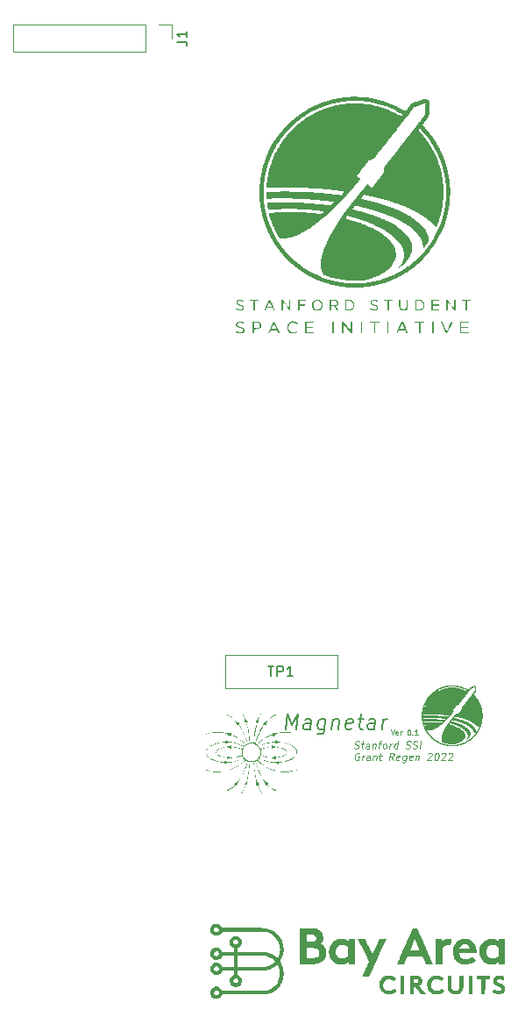
<source format=gbr>
%TF.GenerationSoftware,KiCad,Pcbnew,(6.0.5)*%
%TF.CreationDate,2022-08-19T15:48:38-07:00*%
%TF.ProjectId,Coil_Panels_XY,436f696c-5f50-4616-9e65-6c735f58592e,rev?*%
%TF.SameCoordinates,Original*%
%TF.FileFunction,Legend,Top*%
%TF.FilePolarity,Positive*%
%FSLAX46Y46*%
G04 Gerber Fmt 4.6, Leading zero omitted, Abs format (unit mm)*
G04 Created by KiCad (PCBNEW (6.0.5)) date 2022-08-19 15:48:38*
%MOMM*%
%LPD*%
G01*
G04 APERTURE LIST*
%ADD10C,0.100000*%
%ADD11C,0.200000*%
%ADD12C,0.150000*%
%ADD13C,0.120000*%
G04 APERTURE END LIST*
D10*
X150886666Y-118479833D02*
X150982500Y-118513166D01*
X151149166Y-118513166D01*
X151220000Y-118479833D01*
X151257500Y-118446500D01*
X151299166Y-118379833D01*
X151307500Y-118313166D01*
X151282500Y-118246500D01*
X151253333Y-118213166D01*
X151190833Y-118179833D01*
X151061666Y-118146500D01*
X150999166Y-118113166D01*
X150970000Y-118079833D01*
X150945000Y-118013166D01*
X150953333Y-117946500D01*
X150995000Y-117879833D01*
X151032500Y-117846500D01*
X151103333Y-117813166D01*
X151270000Y-117813166D01*
X151365833Y-117846500D01*
X151540833Y-118046500D02*
X151807500Y-118046500D01*
X151670000Y-117813166D02*
X151595000Y-118413166D01*
X151620000Y-118479833D01*
X151682500Y-118513166D01*
X151749166Y-118513166D01*
X152282500Y-118513166D02*
X152328333Y-118146500D01*
X152303333Y-118079833D01*
X152240833Y-118046500D01*
X152107500Y-118046500D01*
X152036666Y-118079833D01*
X152286666Y-118479833D02*
X152215833Y-118513166D01*
X152049166Y-118513166D01*
X151986666Y-118479833D01*
X151961666Y-118413166D01*
X151970000Y-118346500D01*
X152011666Y-118279833D01*
X152082500Y-118246500D01*
X152249166Y-118246500D01*
X152320000Y-118213166D01*
X152674166Y-118046500D02*
X152615833Y-118513166D01*
X152665833Y-118113166D02*
X152703333Y-118079833D01*
X152774166Y-118046500D01*
X152874166Y-118046500D01*
X152936666Y-118079833D01*
X152961666Y-118146500D01*
X152915833Y-118513166D01*
X153207500Y-118046500D02*
X153474166Y-118046500D01*
X153249166Y-118513166D02*
X153324166Y-117913166D01*
X153365833Y-117846500D01*
X153436666Y-117813166D01*
X153503333Y-117813166D01*
X153749166Y-118513166D02*
X153686666Y-118479833D01*
X153657500Y-118446500D01*
X153632500Y-118379833D01*
X153657500Y-118179833D01*
X153699166Y-118113166D01*
X153736666Y-118079833D01*
X153807500Y-118046500D01*
X153907500Y-118046500D01*
X153970000Y-118079833D01*
X153999166Y-118113166D01*
X154024166Y-118179833D01*
X153999166Y-118379833D01*
X153957500Y-118446500D01*
X153920000Y-118479833D01*
X153849166Y-118513166D01*
X153749166Y-118513166D01*
X154282500Y-118513166D02*
X154340833Y-118046500D01*
X154324166Y-118179833D02*
X154365833Y-118113166D01*
X154403333Y-118079833D01*
X154474166Y-118046500D01*
X154540833Y-118046500D01*
X155015833Y-118513166D02*
X155103333Y-117813166D01*
X155020000Y-118479833D02*
X154949166Y-118513166D01*
X154815833Y-118513166D01*
X154753333Y-118479833D01*
X154724166Y-118446500D01*
X154699166Y-118379833D01*
X154724166Y-118179833D01*
X154765833Y-118113166D01*
X154803333Y-118079833D01*
X154874166Y-118046500D01*
X155007500Y-118046500D01*
X155070000Y-118079833D01*
X155853333Y-118479833D02*
X155949166Y-118513166D01*
X156115833Y-118513166D01*
X156186666Y-118479833D01*
X156224166Y-118446500D01*
X156265833Y-118379833D01*
X156274166Y-118313166D01*
X156249166Y-118246500D01*
X156220000Y-118213166D01*
X156157500Y-118179833D01*
X156028333Y-118146500D01*
X155965833Y-118113166D01*
X155936666Y-118079833D01*
X155911666Y-118013166D01*
X155920000Y-117946500D01*
X155961666Y-117879833D01*
X155999166Y-117846500D01*
X156070000Y-117813166D01*
X156236666Y-117813166D01*
X156332500Y-117846500D01*
X156520000Y-118479833D02*
X156615833Y-118513166D01*
X156782500Y-118513166D01*
X156853333Y-118479833D01*
X156890833Y-118446500D01*
X156932500Y-118379833D01*
X156940833Y-118313166D01*
X156915833Y-118246500D01*
X156886666Y-118213166D01*
X156824166Y-118179833D01*
X156695000Y-118146500D01*
X156632500Y-118113166D01*
X156603333Y-118079833D01*
X156578333Y-118013166D01*
X156586666Y-117946500D01*
X156628333Y-117879833D01*
X156665833Y-117846500D01*
X156736666Y-117813166D01*
X156903333Y-117813166D01*
X156999166Y-117846500D01*
X157215833Y-118513166D02*
X157303333Y-117813166D01*
X151365833Y-118973500D02*
X151303333Y-118940166D01*
X151203333Y-118940166D01*
X151099166Y-118973500D01*
X151024166Y-119040166D01*
X150982500Y-119106833D01*
X150932500Y-119240166D01*
X150920000Y-119340166D01*
X150936666Y-119473500D01*
X150961666Y-119540166D01*
X151020000Y-119606833D01*
X151115833Y-119640166D01*
X151182500Y-119640166D01*
X151286666Y-119606833D01*
X151324166Y-119573500D01*
X151353333Y-119340166D01*
X151220000Y-119340166D01*
X151615833Y-119640166D02*
X151674166Y-119173500D01*
X151657500Y-119306833D02*
X151699166Y-119240166D01*
X151736666Y-119206833D01*
X151807500Y-119173500D01*
X151874166Y-119173500D01*
X152349166Y-119640166D02*
X152395000Y-119273500D01*
X152370000Y-119206833D01*
X152307500Y-119173500D01*
X152174166Y-119173500D01*
X152103333Y-119206833D01*
X152353333Y-119606833D02*
X152282500Y-119640166D01*
X152115833Y-119640166D01*
X152053333Y-119606833D01*
X152028333Y-119540166D01*
X152036666Y-119473500D01*
X152078333Y-119406833D01*
X152149166Y-119373500D01*
X152315833Y-119373500D01*
X152386666Y-119340166D01*
X152740833Y-119173500D02*
X152682500Y-119640166D01*
X152732500Y-119240166D02*
X152770000Y-119206833D01*
X152840833Y-119173500D01*
X152940833Y-119173500D01*
X153003333Y-119206833D01*
X153028333Y-119273500D01*
X152982500Y-119640166D01*
X153274166Y-119173500D02*
X153540833Y-119173500D01*
X153403333Y-118940166D02*
X153328333Y-119540166D01*
X153353333Y-119606833D01*
X153415833Y-119640166D01*
X153482500Y-119640166D01*
X154649166Y-119640166D02*
X154457500Y-119306833D01*
X154249166Y-119640166D02*
X154336666Y-118940166D01*
X154603333Y-118940166D01*
X154665833Y-118973500D01*
X154695000Y-119006833D01*
X154720000Y-119073500D01*
X154707500Y-119173500D01*
X154665833Y-119240166D01*
X154628333Y-119273500D01*
X154557500Y-119306833D01*
X154290833Y-119306833D01*
X155220000Y-119606833D02*
X155149166Y-119640166D01*
X155015833Y-119640166D01*
X154953333Y-119606833D01*
X154928333Y-119540166D01*
X154961666Y-119273500D01*
X155003333Y-119206833D01*
X155074166Y-119173500D01*
X155207500Y-119173500D01*
X155270000Y-119206833D01*
X155295000Y-119273500D01*
X155286666Y-119340166D01*
X154945000Y-119406833D01*
X155907500Y-119173500D02*
X155836666Y-119740166D01*
X155795000Y-119806833D01*
X155757500Y-119840166D01*
X155686666Y-119873500D01*
X155586666Y-119873500D01*
X155524166Y-119840166D01*
X155853333Y-119606833D02*
X155782500Y-119640166D01*
X155649166Y-119640166D01*
X155586666Y-119606833D01*
X155557500Y-119573500D01*
X155532500Y-119506833D01*
X155557500Y-119306833D01*
X155599166Y-119240166D01*
X155636666Y-119206833D01*
X155707500Y-119173500D01*
X155840833Y-119173500D01*
X155903333Y-119206833D01*
X156453333Y-119606833D02*
X156382500Y-119640166D01*
X156249166Y-119640166D01*
X156186666Y-119606833D01*
X156161666Y-119540166D01*
X156195000Y-119273500D01*
X156236666Y-119206833D01*
X156307500Y-119173500D01*
X156440833Y-119173500D01*
X156503333Y-119206833D01*
X156528333Y-119273500D01*
X156520000Y-119340166D01*
X156178333Y-119406833D01*
X156840833Y-119173500D02*
X156782500Y-119640166D01*
X156832500Y-119240166D02*
X156870000Y-119206833D01*
X156940833Y-119173500D01*
X157040833Y-119173500D01*
X157103333Y-119206833D01*
X157128333Y-119273500D01*
X157082500Y-119640166D01*
X157995000Y-119006833D02*
X158032500Y-118973500D01*
X158103333Y-118940166D01*
X158270000Y-118940166D01*
X158332500Y-118973500D01*
X158361666Y-119006833D01*
X158386666Y-119073500D01*
X158378333Y-119140166D01*
X158332500Y-119240166D01*
X157882500Y-119640166D01*
X158315833Y-119640166D01*
X158836666Y-118940166D02*
X158903333Y-118940166D01*
X158965833Y-118973500D01*
X158995000Y-119006833D01*
X159020000Y-119073500D01*
X159036666Y-119206833D01*
X159015833Y-119373500D01*
X158965833Y-119506833D01*
X158924166Y-119573500D01*
X158886666Y-119606833D01*
X158815833Y-119640166D01*
X158749166Y-119640166D01*
X158686666Y-119606833D01*
X158657500Y-119573500D01*
X158632500Y-119506833D01*
X158615833Y-119373500D01*
X158636666Y-119206833D01*
X158686666Y-119073500D01*
X158728333Y-119006833D01*
X158765833Y-118973500D01*
X158836666Y-118940166D01*
X159328333Y-119006833D02*
X159365833Y-118973500D01*
X159436666Y-118940166D01*
X159603333Y-118940166D01*
X159665833Y-118973500D01*
X159695000Y-119006833D01*
X159720000Y-119073500D01*
X159711666Y-119140166D01*
X159665833Y-119240166D01*
X159215833Y-119640166D01*
X159649166Y-119640166D01*
X159995000Y-119006833D02*
X160032500Y-118973500D01*
X160103333Y-118940166D01*
X160270000Y-118940166D01*
X160332500Y-118973500D01*
X160361666Y-119006833D01*
X160386666Y-119073500D01*
X160378333Y-119140166D01*
X160332500Y-119240166D01*
X159882500Y-119640166D01*
X160315833Y-119640166D01*
D11*
X144267991Y-116638571D02*
X144455491Y-115138571D01*
X144821562Y-116210000D01*
X145455491Y-115138571D01*
X145267991Y-116638571D01*
X146625133Y-116638571D02*
X146723348Y-115852857D01*
X146669776Y-115710000D01*
X146535848Y-115638571D01*
X146250133Y-115638571D01*
X146098348Y-115710000D01*
X146634062Y-116567142D02*
X146482276Y-116638571D01*
X146125133Y-116638571D01*
X145991205Y-116567142D01*
X145937633Y-116424285D01*
X145955491Y-116281428D01*
X146044776Y-116138571D01*
X146196562Y-116067142D01*
X146553705Y-116067142D01*
X146705491Y-115995714D01*
X148107276Y-115638571D02*
X147955491Y-116852857D01*
X147866205Y-116995714D01*
X147785848Y-117067142D01*
X147634062Y-117138571D01*
X147419776Y-117138571D01*
X147285848Y-117067142D01*
X147991205Y-116567142D02*
X147839419Y-116638571D01*
X147553705Y-116638571D01*
X147419776Y-116567142D01*
X147357276Y-116495714D01*
X147303705Y-116352857D01*
X147357276Y-115924285D01*
X147446562Y-115781428D01*
X147526919Y-115710000D01*
X147678705Y-115638571D01*
X147964419Y-115638571D01*
X148098348Y-115710000D01*
X148821562Y-115638571D02*
X148696562Y-116638571D01*
X148803705Y-115781428D02*
X148884062Y-115710000D01*
X149035848Y-115638571D01*
X149250133Y-115638571D01*
X149384062Y-115710000D01*
X149437633Y-115852857D01*
X149339419Y-116638571D01*
X150634062Y-116567142D02*
X150482276Y-116638571D01*
X150196562Y-116638571D01*
X150062633Y-116567142D01*
X150009062Y-116424285D01*
X150080491Y-115852857D01*
X150169776Y-115710000D01*
X150321562Y-115638571D01*
X150607276Y-115638571D01*
X150741205Y-115710000D01*
X150794776Y-115852857D01*
X150776919Y-115995714D01*
X150044776Y-116138571D01*
X151250133Y-115638571D02*
X151821562Y-115638571D01*
X151526919Y-115138571D02*
X151366205Y-116424285D01*
X151419776Y-116567142D01*
X151553705Y-116638571D01*
X151696562Y-116638571D01*
X152839419Y-116638571D02*
X152937633Y-115852857D01*
X152884062Y-115710000D01*
X152750133Y-115638571D01*
X152464419Y-115638571D01*
X152312633Y-115710000D01*
X152848348Y-116567142D02*
X152696562Y-116638571D01*
X152339419Y-116638571D01*
X152205491Y-116567142D01*
X152151919Y-116424285D01*
X152169776Y-116281428D01*
X152259062Y-116138571D01*
X152410848Y-116067142D01*
X152767991Y-116067142D01*
X152919776Y-115995714D01*
X153553705Y-116638571D02*
X153678705Y-115638571D01*
X153642991Y-115924285D02*
X153732276Y-115781428D01*
X153812633Y-115710000D01*
X153964419Y-115638571D01*
X154107276Y-115638571D01*
D10*
X154408571Y-116706190D02*
X154575238Y-117206190D01*
X154741904Y-116706190D01*
X155099047Y-117182380D02*
X155051428Y-117206190D01*
X154956190Y-117206190D01*
X154908571Y-117182380D01*
X154884761Y-117134761D01*
X154884761Y-116944285D01*
X154908571Y-116896666D01*
X154956190Y-116872857D01*
X155051428Y-116872857D01*
X155099047Y-116896666D01*
X155122857Y-116944285D01*
X155122857Y-116991904D01*
X154884761Y-117039523D01*
X155337142Y-117206190D02*
X155337142Y-116872857D01*
X155337142Y-116968095D02*
X155360952Y-116920476D01*
X155384761Y-116896666D01*
X155432380Y-116872857D01*
X155480000Y-116872857D01*
X156122857Y-116706190D02*
X156170476Y-116706190D01*
X156218095Y-116730000D01*
X156241904Y-116753809D01*
X156265714Y-116801428D01*
X156289523Y-116896666D01*
X156289523Y-117015714D01*
X156265714Y-117110952D01*
X156241904Y-117158571D01*
X156218095Y-117182380D01*
X156170476Y-117206190D01*
X156122857Y-117206190D01*
X156075238Y-117182380D01*
X156051428Y-117158571D01*
X156027619Y-117110952D01*
X156003809Y-117015714D01*
X156003809Y-116896666D01*
X156027619Y-116801428D01*
X156051428Y-116753809D01*
X156075238Y-116730000D01*
X156122857Y-116706190D01*
X156503809Y-117158571D02*
X156527619Y-117182380D01*
X156503809Y-117206190D01*
X156480000Y-117182380D01*
X156503809Y-117158571D01*
X156503809Y-117206190D01*
X157003809Y-117206190D02*
X156718095Y-117206190D01*
X156860952Y-117206190D02*
X156860952Y-116706190D01*
X156813333Y-116777619D01*
X156765714Y-116825238D01*
X156718095Y-116849047D01*
D12*
%TO.C,J1*%
X133724380Y-50255332D02*
X134438666Y-50255332D01*
X134581523Y-50302951D01*
X134676761Y-50398189D01*
X134724380Y-50541046D01*
X134724380Y-50636284D01*
X134724380Y-49255332D02*
X134724380Y-49826760D01*
X134724380Y-49541046D02*
X133724380Y-49541046D01*
X133867238Y-49636284D01*
X133962476Y-49731522D01*
X134010095Y-49826760D01*
%TO.C,TP1*%
X142544095Y-110544380D02*
X143115523Y-110544380D01*
X142829809Y-111544380D02*
X142829809Y-110544380D01*
X143448857Y-111544380D02*
X143448857Y-110544380D01*
X143829809Y-110544380D01*
X143925047Y-110592000D01*
X143972666Y-110639619D01*
X144020285Y-110734857D01*
X144020285Y-110877714D01*
X143972666Y-110972952D01*
X143925047Y-111020571D01*
X143829809Y-111068190D01*
X143448857Y-111068190D01*
X144972666Y-111544380D02*
X144401238Y-111544380D01*
X144686952Y-111544380D02*
X144686952Y-110544380D01*
X144591714Y-110687238D01*
X144496476Y-110782476D01*
X144401238Y-110830095D01*
%TO.C,REF\u002A\u002A*%
G36*
X157393133Y-115332500D02*
G01*
X157393189Y-115327384D01*
X157393710Y-115288597D01*
X157394388Y-115251437D01*
X157395191Y-115216880D01*
X157396091Y-115185897D01*
X157397057Y-115159462D01*
X157398059Y-115138548D01*
X157399067Y-115124128D01*
X157399610Y-115119339D01*
X157402265Y-115099322D01*
X157404680Y-115077474D01*
X157406109Y-115061339D01*
X157409054Y-115029854D01*
X157413609Y-114992595D01*
X157419462Y-114951554D01*
X157426303Y-114908724D01*
X157433820Y-114866095D01*
X157441700Y-114825659D01*
X157446461Y-114803339D01*
X157449677Y-114788649D01*
X157452340Y-114776189D01*
X157453737Y-114769339D01*
X157460006Y-114736802D01*
X157465423Y-114710032D01*
X157470442Y-114686902D01*
X157475516Y-114665288D01*
X157478479Y-114653339D01*
X157482920Y-114635540D01*
X157486753Y-114619854D01*
X157489459Y-114608419D01*
X157490359Y-114604328D01*
X157492139Y-114597137D01*
X157495681Y-114584086D01*
X157500485Y-114566984D01*
X157506048Y-114547645D01*
X157506431Y-114546328D01*
X157512181Y-114526532D01*
X157517388Y-114508500D01*
X157521491Y-114494179D01*
X157523931Y-114485519D01*
X157523980Y-114485339D01*
X157528489Y-114470138D01*
X157535017Y-114449917D01*
X157543173Y-114425742D01*
X157552567Y-114398678D01*
X157562808Y-114369791D01*
X157573507Y-114340146D01*
X157584272Y-114310810D01*
X157594713Y-114282847D01*
X157604440Y-114257324D01*
X157613062Y-114235306D01*
X157620189Y-114217859D01*
X157625431Y-114206049D01*
X157628031Y-114201339D01*
X157630780Y-114196183D01*
X157635816Y-114185347D01*
X157642362Y-114170543D01*
X157648017Y-114157339D01*
X157668548Y-114111087D01*
X157692676Y-114060683D01*
X157719502Y-114007776D01*
X157748126Y-113954014D01*
X157777649Y-113901045D01*
X157807171Y-113850518D01*
X157835792Y-113804082D01*
X157862614Y-113763383D01*
X157864475Y-113760685D01*
X157871065Y-113750820D01*
X157875236Y-113743919D01*
X157875999Y-113742140D01*
X157878154Y-113738147D01*
X157883915Y-113729201D01*
X157892231Y-113716854D01*
X157902050Y-113702657D01*
X157912318Y-113688161D01*
X157917254Y-113681339D01*
X157922553Y-113674050D01*
X157931527Y-113661683D01*
X157943159Y-113645638D01*
X157956434Y-113627316D01*
X157965108Y-113615339D01*
X157990044Y-113581326D01*
X158013930Y-113549727D01*
X158037799Y-113519283D01*
X158062687Y-113488734D01*
X158089629Y-113456821D01*
X158119659Y-113422284D01*
X158153811Y-113383863D01*
X158170469Y-113365339D01*
X158200937Y-113331847D01*
X158228093Y-113302740D01*
X158253580Y-113276380D01*
X158279043Y-113251128D01*
X158306125Y-113225346D01*
X158336469Y-113197397D01*
X158363325Y-113173160D01*
X158380559Y-113157744D01*
X158395477Y-113144528D01*
X158409253Y-113132520D01*
X158423063Y-113120732D01*
X158438083Y-113108174D01*
X158455488Y-113093856D01*
X158476452Y-113076789D01*
X158502152Y-113055982D01*
X158510373Y-113049339D01*
X158559422Y-113010983D01*
X158613250Y-112971162D01*
X158670196Y-112930989D01*
X158728596Y-112891578D01*
X158786789Y-112854042D01*
X158843112Y-112819497D01*
X158895903Y-112789055D01*
X158912000Y-112780242D01*
X158922875Y-112774322D01*
X158938501Y-112765747D01*
X158956636Y-112755749D01*
X158972000Y-112747248D01*
X158993531Y-112735773D01*
X159019938Y-112722436D01*
X159049953Y-112707812D01*
X159082310Y-112692478D01*
X159115741Y-112677010D01*
X159148980Y-112661985D01*
X159180759Y-112647978D01*
X159209811Y-112635565D01*
X159234870Y-112625324D01*
X159254668Y-112617831D01*
X159262000Y-112615357D01*
X159272993Y-112611524D01*
X159280784Y-112608175D01*
X159282000Y-112607456D01*
X159287824Y-112604718D01*
X159300053Y-112599933D01*
X159317478Y-112593516D01*
X159338893Y-112585880D01*
X159363090Y-112577441D01*
X159388861Y-112568613D01*
X159414998Y-112559811D01*
X159440294Y-112551448D01*
X159463542Y-112543939D01*
X159483534Y-112537699D01*
X159496000Y-112534006D01*
X159513495Y-112529178D01*
X159534908Y-112523521D01*
X159558047Y-112517587D01*
X159580720Y-112511928D01*
X159600736Y-112507098D01*
X159615902Y-112503647D01*
X159619267Y-112502946D01*
X159630491Y-112500426D01*
X159638195Y-112498210D01*
X159639560Y-112497610D01*
X159644690Y-112495900D01*
X159655477Y-112493092D01*
X159669755Y-112489746D01*
X159672293Y-112489181D01*
X159688999Y-112485476D01*
X159704585Y-112481993D01*
X159715755Y-112479469D01*
X159716000Y-112479413D01*
X159735553Y-112475129D01*
X159760433Y-112469976D01*
X159788908Y-112464283D01*
X159819251Y-112458381D01*
X159849732Y-112452598D01*
X159878622Y-112447265D01*
X159904192Y-112442711D01*
X159924714Y-112439266D01*
X159934000Y-112437851D01*
X159956261Y-112434692D01*
X159979715Y-112431372D01*
X160000782Y-112428398D01*
X160010000Y-112427100D01*
X160037714Y-112423738D01*
X160069354Y-112420931D01*
X160105545Y-112418655D01*
X160146916Y-112416886D01*
X160194094Y-112415599D01*
X160247708Y-112414770D01*
X160308385Y-112414375D01*
X160340000Y-112414333D01*
X160401867Y-112414511D01*
X160456455Y-112415050D01*
X160504476Y-112415979D01*
X160546645Y-112417325D01*
X160583674Y-112419114D01*
X160616277Y-112421376D01*
X160645167Y-112424136D01*
X160668000Y-112426988D01*
X160720531Y-112434507D01*
X160766466Y-112441448D01*
X160807166Y-112448047D01*
X160843994Y-112454540D01*
X160878311Y-112461165D01*
X160911480Y-112468158D01*
X160934000Y-112473228D01*
X160950689Y-112477073D01*
X160970634Y-112481667D01*
X160988000Y-112485666D01*
X161004718Y-112489614D01*
X161026039Y-112494789D01*
X161048819Y-112500424D01*
X161064000Y-112504243D01*
X161082829Y-112508982D01*
X161099395Y-112513084D01*
X161111820Y-112516088D01*
X161118000Y-112517489D01*
X161133662Y-112521086D01*
X161155025Y-112526699D01*
X161180213Y-112533767D01*
X161207353Y-112541730D01*
X161234570Y-112550027D01*
X161259991Y-112558097D01*
X161281742Y-112565380D01*
X161297947Y-112571316D01*
X161298000Y-112571337D01*
X161305182Y-112574037D01*
X161317751Y-112578624D01*
X161333553Y-112584315D01*
X161342000Y-112587333D01*
X161408215Y-112611989D01*
X161476520Y-112639405D01*
X161544331Y-112668478D01*
X161609068Y-112698108D01*
X161660000Y-112723034D01*
X161678734Y-112732688D01*
X161700345Y-112744076D01*
X161723044Y-112756228D01*
X161745044Y-112768177D01*
X161764556Y-112778954D01*
X161779792Y-112787592D01*
X161786000Y-112791261D01*
X161799054Y-112798981D01*
X161810131Y-112805142D01*
X161816782Y-112808389D01*
X161822782Y-112811468D01*
X161833850Y-112817875D01*
X161848319Y-112826623D01*
X161861991Y-112835129D01*
X161877569Y-112844776D01*
X161890707Y-112852598D01*
X161899919Y-112857731D01*
X161903611Y-112859339D01*
X161907469Y-112856406D01*
X161914633Y-112848685D01*
X161923614Y-112837790D01*
X161924402Y-112836785D01*
X161935021Y-112823289D01*
X161945299Y-112810411D01*
X161952315Y-112801785D01*
X161958675Y-112793807D01*
X161968504Y-112781116D01*
X161980491Y-112765418D01*
X161993329Y-112748417D01*
X161994138Y-112747339D01*
X162007755Y-112729330D01*
X162021366Y-112711572D01*
X162033371Y-112696143D01*
X162041986Y-112685339D01*
X162052968Y-112671380D01*
X162063820Y-112656768D01*
X162069619Y-112648465D01*
X162079340Y-112635985D01*
X162090346Y-112624674D01*
X162094121Y-112621517D01*
X162106676Y-112613477D01*
X162124404Y-112604076D01*
X162144873Y-112594436D01*
X162165652Y-112585682D01*
X162184310Y-112578936D01*
X162190000Y-112577227D01*
X162201272Y-112573835D01*
X162218009Y-112568481D01*
X162238126Y-112561845D01*
X162259537Y-112554607D01*
X162263934Y-112553099D01*
X162287027Y-112545289D01*
X162310886Y-112537454D01*
X162332815Y-112530465D01*
X162350115Y-112525194D01*
X162351224Y-112524872D01*
X162368679Y-112519425D01*
X162385075Y-112513644D01*
X162397434Y-112508594D01*
X162399462Y-112507613D01*
X162411842Y-112502249D01*
X162427724Y-112496592D01*
X162438172Y-112493424D01*
X162465858Y-112485831D01*
X162486994Y-112480257D01*
X162502709Y-112476482D01*
X162514134Y-112474288D01*
X162522399Y-112473457D01*
X162528634Y-112473769D01*
X162533753Y-112474940D01*
X162546807Y-112478327D01*
X162560000Y-112481011D01*
X162575616Y-112486309D01*
X162593477Y-112496488D01*
X162611248Y-112509867D01*
X162626593Y-112524769D01*
X162633986Y-112534214D01*
X162645420Y-112556877D01*
X162653527Y-112584930D01*
X162657995Y-112616354D01*
X162658511Y-112649129D01*
X162655809Y-112675339D01*
X162654286Y-112687858D01*
X162652731Y-112706011D01*
X162651319Y-112727433D01*
X162650226Y-112749761D01*
X162650165Y-112751339D01*
X162649236Y-112773638D01*
X162648209Y-112795202D01*
X162647204Y-112813667D01*
X162646341Y-112826672D01*
X162646288Y-112827339D01*
X162645127Y-112842265D01*
X162643731Y-112861368D01*
X162642376Y-112880840D01*
X162642209Y-112883339D01*
X162640892Y-112902972D01*
X162639531Y-112923150D01*
X162638399Y-112939839D01*
X162638296Y-112941339D01*
X162636430Y-112956622D01*
X162632919Y-112976019D01*
X162628428Y-112995986D01*
X162627048Y-113001339D01*
X162621464Y-113019665D01*
X162614646Y-113036027D01*
X162605553Y-113052216D01*
X162593145Y-113070025D01*
X162576383Y-113091247D01*
X162571354Y-113097339D01*
X162549003Y-113124343D01*
X162530838Y-113146525D01*
X162515853Y-113165143D01*
X162503035Y-113181454D01*
X162491376Y-113196718D01*
X162487911Y-113201339D01*
X162474978Y-113218469D01*
X162461252Y-113236365D01*
X162449084Y-113251969D01*
X162445565Y-113256401D01*
X162427128Y-113279464D01*
X162478564Y-113333666D01*
X162513427Y-113371008D01*
X162547203Y-113408343D01*
X162578642Y-113444247D01*
X162606496Y-113477299D01*
X162625833Y-113501339D01*
X162639581Y-113518860D01*
X162655095Y-113538557D01*
X162669157Y-113556345D01*
X162669945Y-113557339D01*
X162693773Y-113588324D01*
X162720479Y-113624678D01*
X162748973Y-113664825D01*
X162778163Y-113707188D01*
X162806959Y-113750190D01*
X162834270Y-113792254D01*
X162852566Y-113821339D01*
X162874461Y-113857364D01*
X162896826Y-113895398D01*
X162919041Y-113934295D01*
X162940485Y-113972908D01*
X162960535Y-114010091D01*
X162978571Y-114044699D01*
X162993970Y-114075585D01*
X163006113Y-114101602D01*
X163011956Y-114115339D01*
X163016920Y-114127084D01*
X163024095Y-114143313D01*
X163032259Y-114161283D01*
X163035992Y-114169339D01*
X163045059Y-114189317D01*
X163054444Y-114210895D01*
X163062506Y-114230275D01*
X163064518Y-114235339D01*
X163070550Y-114250598D01*
X163075880Y-114263764D01*
X163079514Y-114272392D01*
X163079941Y-114273339D01*
X163085637Y-114286890D01*
X163093241Y-114306809D01*
X163102319Y-114331812D01*
X163112438Y-114360616D01*
X163123164Y-114391938D01*
X163134065Y-114424496D01*
X163144706Y-114457006D01*
X163154654Y-114488186D01*
X163163476Y-114516752D01*
X163170737Y-114541422D01*
X163171842Y-114545339D01*
X163177899Y-114567598D01*
X163184673Y-114593502D01*
X163191709Y-114621210D01*
X163198553Y-114648878D01*
X163204750Y-114674664D01*
X163209845Y-114696725D01*
X163213383Y-114713220D01*
X163213797Y-114715339D01*
X163217648Y-114734824D01*
X163221807Y-114754875D01*
X163225453Y-114771545D01*
X163225865Y-114773339D01*
X163233232Y-114807401D01*
X163240790Y-114846490D01*
X163247977Y-114887665D01*
X163249875Y-114899339D01*
X163255451Y-114934483D01*
X163259815Y-114962547D01*
X163263083Y-114984341D01*
X163265373Y-115000673D01*
X163266802Y-115012352D01*
X163267486Y-115020187D01*
X163267543Y-115021339D01*
X163268275Y-115030204D01*
X163269865Y-115044768D01*
X163272059Y-115062805D01*
X163273957Y-115077339D01*
X163277213Y-115107390D01*
X163279913Y-115144203D01*
X163282059Y-115186557D01*
X163283650Y-115233233D01*
X163284686Y-115283011D01*
X163285168Y-115334672D01*
X163285094Y-115386995D01*
X163284466Y-115438761D01*
X163283283Y-115488751D01*
X163281545Y-115535744D01*
X163279253Y-115578522D01*
X163276406Y-115615864D01*
X163273935Y-115639339D01*
X163271434Y-115660146D01*
X163269169Y-115679582D01*
X163267395Y-115695437D01*
X163266378Y-115705339D01*
X163264006Y-115726509D01*
X163260294Y-115753565D01*
X163255559Y-115784650D01*
X163250117Y-115817907D01*
X163244287Y-115851479D01*
X163238385Y-115883509D01*
X163232730Y-115912141D01*
X163227637Y-115935517D01*
X163225646Y-115943704D01*
X163221903Y-115960006D01*
X163218757Y-115976489D01*
X163217661Y-115983704D01*
X163215134Y-115999302D01*
X163211857Y-116014958D01*
X163211270Y-116017323D01*
X163208366Y-116028973D01*
X163206289Y-116037926D01*
X163206002Y-116039323D01*
X163204259Y-116047050D01*
X163200963Y-116060601D01*
X163196604Y-116078063D01*
X163191669Y-116097523D01*
X163186647Y-116117070D01*
X163182026Y-116134792D01*
X163178294Y-116148776D01*
X163175940Y-116157110D01*
X163175869Y-116157339D01*
X163173269Y-116165796D01*
X163168974Y-116179944D01*
X163163581Y-116197808D01*
X163157711Y-116217339D01*
X163152019Y-116236225D01*
X163147025Y-116252493D01*
X163142229Y-116267641D01*
X163137133Y-116283166D01*
X163131241Y-116300566D01*
X163124053Y-116321340D01*
X163115071Y-116346985D01*
X163106498Y-116371339D01*
X163095269Y-116402894D01*
X163085584Y-116429256D01*
X163076484Y-116452831D01*
X163067012Y-116476024D01*
X163056210Y-116501242D01*
X163043121Y-116530890D01*
X163042030Y-116533339D01*
X163033065Y-116553489D01*
X163024425Y-116572995D01*
X163017084Y-116589646D01*
X163012020Y-116601232D01*
X163011974Y-116601339D01*
X163006238Y-116613946D01*
X162998181Y-116630824D01*
X162989164Y-116649145D01*
X162985038Y-116657339D01*
X162954565Y-116716465D01*
X162925985Y-116769929D01*
X162898256Y-116819505D01*
X162870332Y-116866971D01*
X162841169Y-116914104D01*
X162809722Y-116962680D01*
X162776138Y-117012728D01*
X162732728Y-117074615D01*
X162685542Y-117138485D01*
X162636944Y-117201187D01*
X162606393Y-117239004D01*
X162572582Y-117278898D01*
X162534427Y-117321789D01*
X162493194Y-117366381D01*
X162450147Y-117411377D01*
X162406552Y-117455481D01*
X162363675Y-117497398D01*
X162322781Y-117535830D01*
X162285135Y-117569481D01*
X162276742Y-117576687D01*
X162263334Y-117588119D01*
X162246628Y-117602399D01*
X162229391Y-117617159D01*
X162222000Y-117623499D01*
X162203520Y-117638999D01*
X162181819Y-117656504D01*
X162156105Y-117676634D01*
X162125582Y-117700007D01*
X162089457Y-117727245D01*
X162082000Y-117732830D01*
X162066665Y-117744027D01*
X162045908Y-117758774D01*
X162020977Y-117776206D01*
X161993119Y-117795457D01*
X161963583Y-117815660D01*
X161933617Y-117835950D01*
X161926000Y-117841072D01*
X161911719Y-117850413D01*
X161897972Y-117858998D01*
X161888391Y-117864596D01*
X161876254Y-117871568D01*
X161862449Y-117879990D01*
X161858391Y-117882570D01*
X161846847Y-117889890D01*
X161836888Y-117896008D01*
X161834000Y-117897706D01*
X161827623Y-117901377D01*
X161815909Y-117908144D01*
X161800441Y-117917091D01*
X161782802Y-117927303D01*
X161780035Y-117928906D01*
X161750140Y-117945602D01*
X161714543Y-117964461D01*
X161674961Y-117984645D01*
X161633107Y-118005318D01*
X161590697Y-118025642D01*
X161549446Y-118044781D01*
X161511069Y-118061897D01*
X161484000Y-118073402D01*
X161460531Y-118083109D01*
X161438881Y-118092082D01*
X161420410Y-118099757D01*
X161406477Y-118105568D01*
X161398439Y-118108951D01*
X161398000Y-118109140D01*
X161384303Y-118114574D01*
X161364441Y-118121840D01*
X161339900Y-118130441D01*
X161312169Y-118139879D01*
X161282735Y-118149658D01*
X161253086Y-118159280D01*
X161224709Y-118168248D01*
X161199092Y-118176065D01*
X161188000Y-118179324D01*
X161157799Y-118188028D01*
X161133741Y-118194897D01*
X161114291Y-118200353D01*
X161097916Y-118204819D01*
X161083083Y-118208719D01*
X161068259Y-118212474D01*
X161064000Y-118213534D01*
X161029323Y-118222087D01*
X160998532Y-118229602D01*
X160972406Y-118235893D01*
X160951727Y-118240773D01*
X160937276Y-118244055D01*
X160930000Y-118245528D01*
X160922398Y-118246861D01*
X160909452Y-118249266D01*
X160893669Y-118252276D01*
X160890000Y-118252986D01*
X160845602Y-118261033D01*
X160796065Y-118269038D01*
X160743502Y-118276724D01*
X160690022Y-118283813D01*
X160637739Y-118290026D01*
X160588762Y-118295087D01*
X160545205Y-118298715D01*
X160540000Y-118299071D01*
X160508470Y-118300816D01*
X160471013Y-118302329D01*
X160429697Y-118303569D01*
X160386592Y-118304492D01*
X160343767Y-118305057D01*
X160303291Y-118305223D01*
X160267236Y-118304947D01*
X160258000Y-118304781D01*
X160217448Y-118303470D01*
X160173525Y-118301241D01*
X160128555Y-118298263D01*
X160084865Y-118294704D01*
X160044778Y-118290735D01*
X160014000Y-118286993D01*
X159989960Y-118283725D01*
X159965213Y-118280371D01*
X159942578Y-118277314D01*
X159924874Y-118274933D01*
X159924000Y-118274816D01*
X159903727Y-118271868D01*
X159882248Y-118268371D01*
X159863958Y-118265046D01*
X159862738Y-118264803D01*
X159846457Y-118261958D01*
X159831164Y-118259981D01*
X159821315Y-118259339D01*
X159809633Y-118258299D01*
X159794209Y-118255615D01*
X159782577Y-118252922D01*
X159768291Y-118249345D01*
X159756185Y-118246582D01*
X159750000Y-118245411D01*
X159738772Y-118243390D01*
X159721298Y-118239647D01*
X159699055Y-118234542D01*
X159673520Y-118228435D01*
X159646171Y-118221685D01*
X159618486Y-118214653D01*
X159591943Y-118207699D01*
X159568018Y-118201181D01*
X159566000Y-118200615D01*
X159508050Y-118184103D01*
X159456601Y-118168893D01*
X159410343Y-118154548D01*
X159367970Y-118140635D01*
X159328171Y-118126717D01*
X159289638Y-118112360D01*
X159251064Y-118097126D01*
X159234000Y-118090141D01*
X159211456Y-118080833D01*
X159186652Y-118070603D01*
X159163299Y-118060985D01*
X159151553Y-118056153D01*
X159136088Y-118049422D01*
X159114992Y-118039705D01*
X159089728Y-118027719D01*
X159061755Y-118014179D01*
X159032535Y-117999804D01*
X159003530Y-117985309D01*
X158976200Y-117971412D01*
X158952007Y-117958828D01*
X158939549Y-117952177D01*
X158913838Y-117937963D01*
X158884852Y-117921430D01*
X158854139Y-117903506D01*
X158823247Y-117885116D01*
X158793724Y-117867190D01*
X158767119Y-117850653D01*
X158744978Y-117836434D01*
X158733758Y-117828904D01*
X158716598Y-117817125D01*
X158696694Y-117803530D01*
X158677934Y-117790774D01*
X158675288Y-117788981D01*
X158659735Y-117778405D01*
X158646690Y-117769384D01*
X158634487Y-117760712D01*
X158621462Y-117751181D01*
X158605950Y-117739585D01*
X158586286Y-117724717D01*
X158578838Y-117719066D01*
X158561126Y-117705642D01*
X158543347Y-117692203D01*
X158527782Y-117680472D01*
X158518275Y-117673339D01*
X158478095Y-117642019D01*
X158434523Y-117605763D01*
X158388603Y-117565584D01*
X158341376Y-117522496D01*
X158293886Y-117477513D01*
X158247174Y-117431649D01*
X158202283Y-117385918D01*
X158160256Y-117341334D01*
X158122134Y-117298911D01*
X158088960Y-117259662D01*
X158075089Y-117242234D01*
X158064061Y-117228403D01*
X158053164Y-117215323D01*
X158044718Y-117205778D01*
X158044571Y-117205621D01*
X158038467Y-117198459D01*
X158028660Y-117186126D01*
X158016152Y-117169922D01*
X158001949Y-117151147D01*
X157988704Y-117133339D01*
X157974132Y-117113607D01*
X157960711Y-117095477D01*
X157949355Y-117080182D01*
X157940983Y-117068957D01*
X157936702Y-117063285D01*
X157931929Y-117056629D01*
X157923639Y-117044603D01*
X157912710Y-117028521D01*
X157900021Y-117009697D01*
X157886449Y-116989445D01*
X157872874Y-116969079D01*
X157860174Y-116949914D01*
X157849228Y-116933262D01*
X157840913Y-116920439D01*
X157836456Y-116913339D01*
X157830366Y-116903396D01*
X157822047Y-116890023D01*
X157815332Y-116879339D01*
X157806856Y-116865539D01*
X157796336Y-116847868D01*
X157785622Y-116829445D01*
X157782135Y-116823339D01*
X157772756Y-116806814D01*
X157763931Y-116791267D01*
X157757038Y-116779126D01*
X157754888Y-116775339D01*
X157739020Y-116746402D01*
X157721550Y-116712816D01*
X157702986Y-116675697D01*
X157683835Y-116636159D01*
X157664605Y-116595317D01*
X157645803Y-116554287D01*
X157627937Y-116514184D01*
X157611514Y-116476122D01*
X157597040Y-116441217D01*
X157585025Y-116410584D01*
X157575974Y-116385338D01*
X157572640Y-116374815D01*
X157569705Y-116365672D01*
X157564781Y-116351102D01*
X157558584Y-116333204D01*
X157552638Y-116316339D01*
X157546568Y-116298944D01*
X157541809Y-116284676D01*
X157538831Y-116274990D01*
X157538102Y-116271340D01*
X157538114Y-116271339D01*
X157537666Y-116268082D01*
X157534765Y-116259926D01*
X157533305Y-116256339D01*
X157529479Y-116245995D01*
X157524334Y-116230451D01*
X157518683Y-116212217D01*
X157515477Y-116201339D01*
X157509810Y-116181740D01*
X157504199Y-116162403D01*
X157499499Y-116146276D01*
X157497698Y-116140132D01*
X157493869Y-116126601D01*
X157490877Y-116115113D01*
X157489854Y-116110580D01*
X157487842Y-116101962D01*
X157484504Y-116089283D01*
X157482412Y-116081787D01*
X157479617Y-116070872D01*
X157475761Y-116054342D01*
X157471267Y-116034175D01*
X157466556Y-116012349D01*
X157462053Y-115990845D01*
X157458177Y-115971640D01*
X157455353Y-115956715D01*
X157454154Y-115949339D01*
X157452437Y-115940531D01*
X157449439Y-115928234D01*
X157448335Y-115924134D01*
X157444842Y-115909735D01*
X157442194Y-115895802D01*
X157441825Y-115893213D01*
X157439761Y-115880069D01*
X157436911Y-115865164D01*
X157436323Y-115862417D01*
X157432738Y-115844316D01*
X157428562Y-115820420D01*
X157424070Y-115792614D01*
X157419538Y-115762784D01*
X157415244Y-115732819D01*
X157411463Y-115704603D01*
X157408473Y-115680025D01*
X157406549Y-115660969D01*
X157406271Y-115657339D01*
X157405377Y-115646454D01*
X157403821Y-115629506D01*
X157401784Y-115608387D01*
X157399447Y-115584991D01*
X157398052Y-115571384D01*
X157396338Y-115553554D01*
X157394964Y-115535898D01*
X157393907Y-115517409D01*
X157393149Y-115497078D01*
X157392670Y-115473897D01*
X157392448Y-115446857D01*
X157392465Y-115414950D01*
X157392574Y-115397496D01*
X157517539Y-115397496D01*
X157519577Y-115466539D01*
X157521125Y-115499071D01*
X157522934Y-115531690D01*
X157524894Y-115562757D01*
X157526896Y-115590633D01*
X157528830Y-115613677D01*
X157530470Y-115629339D01*
X157532990Y-115650073D01*
X157535307Y-115669736D01*
X157537142Y-115685935D01*
X157538130Y-115695339D01*
X157539509Y-115707286D01*
X157541762Y-115724312D01*
X157544508Y-115743593D01*
X157545969Y-115753339D01*
X157549180Y-115774403D01*
X157552509Y-115796295D01*
X157555403Y-115815369D01*
X157556305Y-115821339D01*
X157563513Y-115865992D01*
X157571125Y-115907535D01*
X157578727Y-115943727D01*
X157580024Y-115949339D01*
X157588268Y-115984415D01*
X157595037Y-116013071D01*
X157600695Y-116036673D01*
X157605604Y-116056585D01*
X157610127Y-116074174D01*
X157614627Y-116090806D01*
X157619466Y-116107845D01*
X157625008Y-116126659D01*
X157631613Y-116148613D01*
X157639646Y-116175072D01*
X157642160Y-116183339D01*
X157663051Y-116249001D01*
X157685869Y-116315191D01*
X157709894Y-116379995D01*
X157734406Y-116441499D01*
X157758686Y-116497791D01*
X157768318Y-116518731D01*
X157775210Y-116533776D01*
X157780559Y-116546155D01*
X157783592Y-116554047D01*
X157784000Y-116555731D01*
X157787052Y-116559240D01*
X157787974Y-116559339D01*
X157790994Y-116562739D01*
X157796842Y-116572156D01*
X157804851Y-116586409D01*
X157814350Y-116604318D01*
X157822000Y-116619339D01*
X157831774Y-116639119D01*
X157839939Y-116656153D01*
X157845958Y-116669277D01*
X157849294Y-116677328D01*
X157849698Y-116679339D01*
X157850007Y-116682318D01*
X157853684Y-116689732D01*
X157855213Y-116692339D01*
X157861014Y-116702305D01*
X157868960Y-116716437D01*
X157877427Y-116731844D01*
X157878238Y-116733339D01*
X157887500Y-116749833D01*
X157897312Y-116766347D01*
X157905577Y-116779352D01*
X157905698Y-116779532D01*
X157914363Y-116792994D01*
X157924389Y-116809502D01*
X157932000Y-116822656D01*
X157941457Y-116838716D01*
X157954132Y-116859098D01*
X157969260Y-116882675D01*
X157986077Y-116908318D01*
X158003818Y-116934899D01*
X158021720Y-116961289D01*
X158039018Y-116986360D01*
X158054948Y-117008984D01*
X158068745Y-117028032D01*
X158079646Y-117042377D01*
X158085875Y-117049825D01*
X158090027Y-117054887D01*
X158097637Y-117064621D01*
X158107360Y-117077299D01*
X158112000Y-117083416D01*
X158123892Y-117098898D01*
X158135932Y-117114157D01*
X158145954Y-117126463D01*
X158148038Y-117128929D01*
X158158262Y-117141050D01*
X158170508Y-117155807D01*
X158179953Y-117167339D01*
X158209860Y-117203054D01*
X158243504Y-117241350D01*
X158279464Y-117280726D01*
X158316318Y-117319677D01*
X158352646Y-117356702D01*
X158387025Y-117390299D01*
X158417728Y-117418691D01*
X158436428Y-117435378D01*
X158455262Y-117452210D01*
X158472421Y-117467571D01*
X158486097Y-117479842D01*
X158489983Y-117483339D01*
X158517186Y-117507186D01*
X158548232Y-117533277D01*
X158581930Y-117560697D01*
X158617091Y-117588531D01*
X158652527Y-117615866D01*
X158687046Y-117641787D01*
X158719461Y-117665379D01*
X158748581Y-117685728D01*
X158773216Y-117701918D01*
X158778747Y-117705339D01*
X158786696Y-117710281D01*
X158799834Y-117718569D01*
X158816619Y-117729226D01*
X158835509Y-117741273D01*
X158844950Y-117747313D01*
X158899534Y-117781037D01*
X158958338Y-117815130D01*
X159019897Y-117848857D01*
X159082748Y-117881481D01*
X159145424Y-117912266D01*
X159206462Y-117940477D01*
X159264395Y-117965377D01*
X159317761Y-117986229D01*
X159327114Y-117989620D01*
X159346155Y-117996510D01*
X159362883Y-118002716D01*
X159375625Y-118007606D01*
X159382706Y-118010549D01*
X159383114Y-118010751D01*
X159391471Y-118014257D01*
X159406242Y-118019601D01*
X159426160Y-118026378D01*
X159449962Y-118034183D01*
X159476381Y-118042612D01*
X159504153Y-118051259D01*
X159532010Y-118059720D01*
X159558689Y-118067590D01*
X159578000Y-118073095D01*
X159591932Y-118077277D01*
X159603456Y-118081238D01*
X159608945Y-118083573D01*
X159618293Y-118086828D01*
X159622594Y-118087339D01*
X159630072Y-118088382D01*
X159642030Y-118091059D01*
X159650648Y-118093339D01*
X159667827Y-118098170D01*
X159686559Y-118103444D01*
X159693923Y-118105519D01*
X159708314Y-118109286D01*
X159721289Y-118112202D01*
X159726923Y-118113188D01*
X159737482Y-118115007D01*
X159751471Y-118117899D01*
X159758000Y-118119383D01*
X159772375Y-118122550D01*
X159785594Y-118125117D01*
X159790000Y-118125838D01*
X159801661Y-118127760D01*
X159815971Y-118130400D01*
X159820000Y-118131193D01*
X159837512Y-118134511D01*
X159859435Y-118138376D01*
X159884357Y-118142568D01*
X159910866Y-118146869D01*
X159937549Y-118151058D01*
X159962994Y-118154916D01*
X159985789Y-118158226D01*
X160004522Y-118160766D01*
X160017780Y-118162320D01*
X160023075Y-118162702D01*
X160030407Y-118163217D01*
X160043823Y-118164512D01*
X160061463Y-118166396D01*
X160081470Y-118168678D01*
X160083075Y-118168867D01*
X160107042Y-118171337D01*
X160132558Y-118173374D01*
X160156248Y-118174737D01*
X160171739Y-118175183D01*
X160188332Y-118175548D01*
X160201724Y-118176278D01*
X160210028Y-118177249D01*
X160211739Y-118177835D01*
X160215922Y-118178147D01*
X160227073Y-118178349D01*
X160244161Y-118178451D01*
X160266154Y-118178460D01*
X160292020Y-118178384D01*
X160320730Y-118178233D01*
X160351251Y-118178013D01*
X160382552Y-118177733D01*
X160413602Y-118177402D01*
X160443369Y-118177027D01*
X160470823Y-118176618D01*
X160494932Y-118176181D01*
X160514664Y-118175727D01*
X160528000Y-118175302D01*
X160546246Y-118174136D01*
X160570859Y-118171915D01*
X160600305Y-118168829D01*
X160633048Y-118165069D01*
X160667553Y-118160826D01*
X160702285Y-118156290D01*
X160735710Y-118151653D01*
X160766292Y-118147105D01*
X160792495Y-118142836D01*
X160800000Y-118141507D01*
X160820489Y-118137904D01*
X160843286Y-118134073D01*
X160860000Y-118131389D01*
X160877365Y-118128550D01*
X160894561Y-118125398D01*
X160912976Y-118121627D01*
X160934003Y-118116930D01*
X160959031Y-118111000D01*
X160989451Y-118103530D01*
X161014000Y-118097396D01*
X161037281Y-118091551D01*
X161058213Y-118086296D01*
X161075426Y-118081976D01*
X161087551Y-118078932D01*
X161093110Y-118077537D01*
X161119653Y-118070299D01*
X161152048Y-118060524D01*
X161188764Y-118048750D01*
X161228267Y-118035517D01*
X161269024Y-118021361D01*
X161309503Y-118006822D01*
X161348170Y-117992438D01*
X161383493Y-117978746D01*
X161413940Y-117966284D01*
X161430170Y-117959198D01*
X161440516Y-117954617D01*
X161455949Y-117947895D01*
X161474195Y-117940019D01*
X161489067Y-117933645D01*
X161530292Y-117915169D01*
X161576249Y-117893066D01*
X161625122Y-117868300D01*
X161675093Y-117841840D01*
X161724345Y-117814652D01*
X161771061Y-117787701D01*
X161813426Y-117761956D01*
X161822233Y-117756389D01*
X161831332Y-117750900D01*
X161842000Y-117744829D01*
X161856126Y-117736372D01*
X161875563Y-117723751D01*
X161899292Y-117707694D01*
X161926294Y-117688929D01*
X161955550Y-117668183D01*
X161986039Y-117646184D01*
X162016744Y-117623661D01*
X162046645Y-117601340D01*
X162074722Y-117579949D01*
X162094422Y-117564598D01*
X162137890Y-117529249D01*
X162185459Y-117488580D01*
X162236153Y-117443451D01*
X162288993Y-117394722D01*
X162307429Y-117377339D01*
X162342319Y-117342973D01*
X162380543Y-117303012D01*
X162421119Y-117258595D01*
X162463066Y-117210865D01*
X162505401Y-117160960D01*
X162547143Y-117110021D01*
X162587308Y-117059188D01*
X162624915Y-117009601D01*
X162629541Y-117003339D01*
X162637099Y-116992698D01*
X162648077Y-116976749D01*
X162661543Y-116956891D01*
X162676562Y-116934527D01*
X162692201Y-116911057D01*
X162707525Y-116887883D01*
X162721601Y-116866406D01*
X162733494Y-116848027D01*
X162741839Y-116834846D01*
X162774085Y-116781029D01*
X162807321Y-116722094D01*
X162840275Y-116660460D01*
X162871678Y-116598547D01*
X162900261Y-116538773D01*
X162917980Y-116499339D01*
X162927903Y-116476564D01*
X162937060Y-116455573D01*
X162944840Y-116437760D01*
X162950633Y-116424522D01*
X162953793Y-116417339D01*
X162957918Y-116407240D01*
X162963353Y-116392894D01*
X162968236Y-116379339D01*
X162973203Y-116365659D01*
X162977436Y-116354869D01*
X162980000Y-116349339D01*
X162982461Y-116343907D01*
X162986698Y-116332945D01*
X162991929Y-116318502D01*
X162993733Y-116313339D01*
X162999637Y-116296718D01*
X163005308Y-116281464D01*
X163009703Y-116270370D01*
X163010409Y-116268734D01*
X163014272Y-116258294D01*
X163015994Y-116250219D01*
X163016000Y-116249922D01*
X163017478Y-116241411D01*
X163019778Y-116234527D01*
X163023569Y-116224117D01*
X163029011Y-116207609D01*
X163035624Y-116186615D01*
X163042927Y-116162746D01*
X163050441Y-116137616D01*
X163057685Y-116112836D01*
X163064178Y-116090018D01*
X163069442Y-116070776D01*
X163072995Y-116056720D01*
X163073742Y-116053339D01*
X163075302Y-116046464D01*
X163078332Y-116033648D01*
X163082396Y-116016714D01*
X163087058Y-115997492D01*
X163087095Y-115997339D01*
X163092201Y-115976008D01*
X163097091Y-115954897D01*
X163101161Y-115936649D01*
X163103532Y-115925339D01*
X163107807Y-115903134D01*
X163112136Y-115879733D01*
X163116153Y-115857206D01*
X163119492Y-115837622D01*
X163121786Y-115823051D01*
X163122297Y-115819339D01*
X163123811Y-115808784D01*
X163126232Y-115793275D01*
X163129097Y-115775742D01*
X163129838Y-115771339D01*
X163131554Y-115760837D01*
X163133228Y-115749697D01*
X163134971Y-115736989D01*
X163136893Y-115721784D01*
X163139105Y-115703153D01*
X163141717Y-115680167D01*
X163144841Y-115651897D01*
X163148586Y-115617414D01*
X163152469Y-115581339D01*
X163154414Y-115557953D01*
X163156036Y-115527903D01*
X163157329Y-115492518D01*
X163158289Y-115453125D01*
X163158909Y-115411054D01*
X163159184Y-115367634D01*
X163159108Y-115324193D01*
X163158676Y-115282062D01*
X163157882Y-115242567D01*
X163156720Y-115207040D01*
X163155186Y-115176807D01*
X163154216Y-115163339D01*
X163148855Y-115102773D01*
X163143131Y-115046952D01*
X163137160Y-114996888D01*
X163131055Y-114953595D01*
X163129747Y-114945339D01*
X163126899Y-114927374D01*
X163124373Y-114910751D01*
X163122587Y-114898253D01*
X163122211Y-114895339D01*
X163119427Y-114876229D01*
X163115120Y-114851277D01*
X163109677Y-114822408D01*
X163103485Y-114791550D01*
X163096930Y-114760628D01*
X163090400Y-114731569D01*
X163084281Y-114706298D01*
X163084037Y-114705339D01*
X163079909Y-114689021D01*
X163076337Y-114674595D01*
X163073972Y-114664696D01*
X163073675Y-114663375D01*
X163071484Y-114654569D01*
X163067822Y-114641002D01*
X163063478Y-114625590D01*
X163063416Y-114625375D01*
X163059120Y-114610338D01*
X163055511Y-114597483D01*
X163053346Y-114589508D01*
X163053303Y-114589339D01*
X163048645Y-114572370D01*
X163042076Y-114550292D01*
X163034043Y-114524442D01*
X163024991Y-114496162D01*
X163015367Y-114466789D01*
X163005617Y-114437662D01*
X162996186Y-114410122D01*
X162987521Y-114385507D01*
X162980068Y-114365157D01*
X162974273Y-114350410D01*
X162972033Y-114345339D01*
X162968534Y-114337225D01*
X162963568Y-114324817D01*
X162959928Y-114315339D01*
X162954305Y-114300837D01*
X162948865Y-114287470D01*
X162946217Y-114281339D01*
X162942273Y-114272269D01*
X162936339Y-114258234D01*
X162929444Y-114241677D01*
X162926438Y-114234385D01*
X162910825Y-114198518D01*
X162891406Y-114157360D01*
X162868900Y-114112220D01*
X162844022Y-114064404D01*
X162817493Y-114015220D01*
X162790028Y-113965976D01*
X162762346Y-113917979D01*
X162735165Y-113872537D01*
X162709203Y-113830958D01*
X162685177Y-113794549D01*
X162684262Y-113793212D01*
X162665746Y-113766229D01*
X162650877Y-113744650D01*
X162638793Y-113727270D01*
X162628634Y-113712884D01*
X162619538Y-113700287D01*
X162610642Y-113688273D01*
X162601087Y-113675639D01*
X162590010Y-113661179D01*
X162588000Y-113658563D01*
X162553944Y-113614679D01*
X162523272Y-113576072D01*
X162494860Y-113541413D01*
X162467585Y-113509369D01*
X162440324Y-113478610D01*
X162411952Y-113447804D01*
X162394913Y-113429777D01*
X162349590Y-113382215D01*
X162328795Y-113410266D01*
X162319428Y-113423307D01*
X162312251Y-113434072D01*
X162308376Y-113440859D01*
X162308000Y-113442079D01*
X162310684Y-113446921D01*
X162317418Y-113454565D01*
X162320517Y-113457590D01*
X162327516Y-113464683D01*
X162338507Y-113476441D01*
X162352231Y-113491492D01*
X162367433Y-113508465D01*
X162375278Y-113517339D01*
X162389979Y-113533958D01*
X162403069Y-113548601D01*
X162413532Y-113560141D01*
X162420351Y-113567454D01*
X162422264Y-113569339D01*
X162427589Y-113574952D01*
X162436951Y-113585993D01*
X162449587Y-113601486D01*
X162464736Y-113620455D01*
X162481638Y-113641926D01*
X162499530Y-113664923D01*
X162517651Y-113688472D01*
X162535240Y-113711598D01*
X162551535Y-113733325D01*
X162565775Y-113752679D01*
X162570032Y-113758570D01*
X162585949Y-113780735D01*
X162598047Y-113797622D01*
X162607167Y-113810456D01*
X162614153Y-113820459D01*
X162619847Y-113828856D01*
X162625091Y-113836870D01*
X162630728Y-113845724D01*
X162637601Y-113856642D01*
X162638038Y-113857339D01*
X162648217Y-113873416D01*
X162660104Y-113892033D01*
X162670565Y-113908291D01*
X162678693Y-113921084D01*
X162684799Y-113931131D01*
X162687840Y-113936700D01*
X162688000Y-113937213D01*
X162689977Y-113941362D01*
X162695126Y-113950203D01*
X162701353Y-113960261D01*
X162710223Y-113974827D01*
X162720538Y-113992587D01*
X162729868Y-114009339D01*
X162739873Y-114027568D01*
X162751019Y-114047504D01*
X162760037Y-114063339D01*
X162774211Y-114089019D01*
X162789837Y-114119200D01*
X162805442Y-114150936D01*
X162819555Y-114181282D01*
X162824004Y-114191339D01*
X162831739Y-114208814D01*
X162839766Y-114226472D01*
X162846421Y-114240655D01*
X162846752Y-114241339D01*
X162852878Y-114254589D01*
X162860552Y-114272049D01*
X162868366Y-114290495D01*
X162870362Y-114295339D01*
X162876995Y-114311400D01*
X162882870Y-114325371D01*
X162887060Y-114335055D01*
X162888105Y-114337339D01*
X162893235Y-114349349D01*
X162900311Y-114367752D01*
X162908910Y-114391295D01*
X162918609Y-114418729D01*
X162928987Y-114448803D01*
X162939621Y-114480267D01*
X162950088Y-114511870D01*
X162959966Y-114542363D01*
X162968834Y-114570495D01*
X162976267Y-114595016D01*
X162981844Y-114614675D01*
X162982022Y-114615339D01*
X162986672Y-114632340D01*
X162991518Y-114649373D01*
X162994580Y-114659681D01*
X162998287Y-114672332D01*
X163001063Y-114682808D01*
X163001707Y-114685681D01*
X163005368Y-114703942D01*
X163009498Y-114723907D01*
X163013601Y-114743242D01*
X163017181Y-114759611D01*
X163019742Y-114770680D01*
X163019906Y-114771339D01*
X163025926Y-114797552D01*
X163032476Y-114830082D01*
X163039283Y-114867284D01*
X163046075Y-114907515D01*
X163052579Y-114949132D01*
X163058523Y-114990491D01*
X163063634Y-115029948D01*
X163065667Y-115047339D01*
X163073450Y-115130812D01*
X163078634Y-115218232D01*
X163081242Y-115307958D01*
X163081297Y-115398349D01*
X163078823Y-115487763D01*
X163073843Y-115574561D01*
X163066380Y-115657101D01*
X163056457Y-115733742D01*
X163055905Y-115737339D01*
X163053377Y-115754486D01*
X163050990Y-115771998D01*
X163049926Y-115780507D01*
X163048214Y-115792090D01*
X163045265Y-115809131D01*
X163041506Y-115829261D01*
X163037691Y-115848507D01*
X163033413Y-115869728D01*
X163029349Y-115890360D01*
X163025987Y-115907901D01*
X163023971Y-115918939D01*
X163021097Y-115933853D01*
X163017984Y-115947581D01*
X163016548Y-115952939D01*
X163013950Y-115962818D01*
X163010436Y-115977618D01*
X163006694Y-115994424D01*
X163006070Y-115997339D01*
X163002085Y-116015284D01*
X162997918Y-116032771D01*
X162994407Y-116046292D01*
X162994111Y-116047339D01*
X162990241Y-116061215D01*
X162985567Y-116078487D01*
X162982168Y-116091339D01*
X162975288Y-116116206D01*
X162966803Y-116144475D01*
X162957022Y-116175303D01*
X162946258Y-116207849D01*
X162934819Y-116241271D01*
X162923016Y-116274729D01*
X162911161Y-116307381D01*
X162899562Y-116338384D01*
X162888531Y-116366899D01*
X162878379Y-116392083D01*
X162869415Y-116413096D01*
X162861950Y-116429095D01*
X162856294Y-116439239D01*
X162852758Y-116442688D01*
X162852555Y-116442641D01*
X162848745Y-116439229D01*
X162841017Y-116431032D01*
X162830599Y-116419388D01*
X162821883Y-116409339D01*
X162769441Y-116350948D01*
X162716288Y-116297751D01*
X162659772Y-116247179D01*
X162624000Y-116217711D01*
X162567358Y-116173800D01*
X162509084Y-116131623D01*
X162448501Y-116090800D01*
X162384932Y-116050950D01*
X162317700Y-116011695D01*
X162246129Y-115972654D01*
X162169543Y-115933448D01*
X162087264Y-115893695D01*
X161998616Y-115853016D01*
X161902923Y-115811032D01*
X161890000Y-115805488D01*
X161878992Y-115801049D01*
X161864788Y-115795659D01*
X161858000Y-115793184D01*
X161845958Y-115788516D01*
X161836978Y-115784395D01*
X161834200Y-115782677D01*
X161826859Y-115779485D01*
X161825156Y-115779339D01*
X161818539Y-115777781D01*
X161807958Y-115773851D01*
X161802956Y-115771692D01*
X161790652Y-115766530D01*
X161772429Y-115759403D01*
X161749345Y-115750684D01*
X161722461Y-115740750D01*
X161692837Y-115729974D01*
X161661532Y-115718732D01*
X161629607Y-115707399D01*
X161598120Y-115696348D01*
X161568133Y-115685956D01*
X161540704Y-115676597D01*
X161516894Y-115668646D01*
X161497763Y-115662477D01*
X161484369Y-115658466D01*
X161479170Y-115657179D01*
X161471992Y-115655244D01*
X161459474Y-115651356D01*
X161443827Y-115646212D01*
X161436662Y-115643779D01*
X161417811Y-115637583D01*
X161392765Y-115629748D01*
X161363055Y-115620719D01*
X161330211Y-115610940D01*
X161295763Y-115600856D01*
X161261240Y-115590911D01*
X161228172Y-115581549D01*
X161198089Y-115573216D01*
X161172522Y-115566356D01*
X161154000Y-115561654D01*
X161147982Y-115560049D01*
X161137413Y-115557115D01*
X161132015Y-115555593D01*
X161119650Y-115552220D01*
X161109711Y-115549728D01*
X161107221Y-115549189D01*
X161099657Y-115547370D01*
X161087647Y-115544131D01*
X161079206Y-115541734D01*
X161067802Y-115538627D01*
X161051095Y-115534314D01*
X161031253Y-115529330D01*
X161010442Y-115524207D01*
X160990832Y-115519479D01*
X160974588Y-115515679D01*
X160963878Y-115513341D01*
X160963738Y-115513313D01*
X160956861Y-115511809D01*
X160944787Y-115509037D01*
X160930097Y-115505588D01*
X160929738Y-115505503D01*
X160911059Y-115501083D01*
X160891199Y-115496399D01*
X160878000Y-115493296D01*
X160863514Y-115489887D01*
X160844302Y-115485348D01*
X160823416Y-115480400D01*
X160812000Y-115477690D01*
X160785793Y-115471616D01*
X160758168Y-115465471D01*
X160731608Y-115459791D01*
X160708601Y-115455110D01*
X160696000Y-115452726D01*
X160686546Y-115450728D01*
X160672969Y-115447523D01*
X160663422Y-115445133D01*
X160646904Y-115441194D01*
X160634860Y-115439851D01*
X160625260Y-115441854D01*
X160616076Y-115447956D01*
X160605278Y-115458906D01*
X160595232Y-115470367D01*
X160570133Y-115499623D01*
X160550461Y-115523027D01*
X160536220Y-115540578D01*
X160527411Y-115552270D01*
X160524039Y-115558101D01*
X160524000Y-115558407D01*
X160527787Y-115561299D01*
X160538441Y-115564943D01*
X160554897Y-115569034D01*
X160576000Y-115573252D01*
X160586528Y-115575444D01*
X160599614Y-115578515D01*
X160602000Y-115579111D01*
X160619671Y-115583487D01*
X160642188Y-115588926D01*
X160667788Y-115595017D01*
X160694707Y-115601348D01*
X160721183Y-115607507D01*
X160745454Y-115613081D01*
X160765756Y-115617659D01*
X160780326Y-115620829D01*
X160782000Y-115621177D01*
X160789637Y-115622968D01*
X160802425Y-115626181D01*
X160817786Y-115630167D01*
X160820000Y-115630752D01*
X160834578Y-115634582D01*
X160854694Y-115639833D01*
X160878136Y-115645930D01*
X160902696Y-115652298D01*
X160914000Y-115655222D01*
X160941801Y-115662566D01*
X160972835Y-115671023D01*
X161003680Y-115679646D01*
X161030919Y-115687489D01*
X161036000Y-115688990D01*
X161057984Y-115695487D01*
X161078770Y-115701571D01*
X161096434Y-115706683D01*
X161109052Y-115710264D01*
X161112000Y-115711073D01*
X161125057Y-115714806D01*
X161143670Y-115720414D01*
X161166545Y-115727483D01*
X161192387Y-115735596D01*
X161219903Y-115744338D01*
X161247798Y-115753293D01*
X161274778Y-115762044D01*
X161299548Y-115770176D01*
X161320816Y-115777273D01*
X161337286Y-115782920D01*
X161347664Y-115786700D01*
X161348886Y-115787192D01*
X161355816Y-115789838D01*
X161368683Y-115794544D01*
X161385876Y-115800728D01*
X161405782Y-115807808D01*
X161414000Y-115810709D01*
X161436508Y-115818755D01*
X161461424Y-115827851D01*
X161487228Y-115837424D01*
X161512404Y-115846901D01*
X161535434Y-115855707D01*
X161554800Y-115863270D01*
X161568983Y-115869015D01*
X161574000Y-115871180D01*
X161580267Y-115873891D01*
X161592496Y-115879080D01*
X161609264Y-115886148D01*
X161629148Y-115894494D01*
X161644000Y-115900710D01*
X161699482Y-115924559D01*
X161756484Y-115950286D01*
X161813480Y-115977142D01*
X161868945Y-116004380D01*
X161921354Y-116031250D01*
X161969181Y-116057004D01*
X162009372Y-116079986D01*
X162025136Y-116089237D01*
X162038265Y-116096755D01*
X162047309Y-116101724D01*
X162050771Y-116103339D01*
X162054883Y-116105492D01*
X162064518Y-116111479D01*
X162078614Y-116120584D01*
X162096110Y-116132097D01*
X162115946Y-116145304D01*
X162137059Y-116159492D01*
X162158391Y-116173949D01*
X162178878Y-116187961D01*
X162197460Y-116200817D01*
X162213077Y-116211802D01*
X162224000Y-116219709D01*
X162278949Y-116262589D01*
X162332139Y-116308227D01*
X162382454Y-116355519D01*
X162428780Y-116403362D01*
X162470001Y-116450653D01*
X162505003Y-116496287D01*
X162508551Y-116501339D01*
X162545125Y-116559782D01*
X162575480Y-116620655D01*
X162599247Y-116682955D01*
X162616059Y-116745681D01*
X162625548Y-116807829D01*
X162626765Y-116823678D01*
X162629090Y-116862018D01*
X162613545Y-116885350D01*
X162601698Y-116903077D01*
X162591977Y-116917433D01*
X162583002Y-116930388D01*
X162573391Y-116943909D01*
X162561761Y-116959966D01*
X162547069Y-116980065D01*
X162523442Y-117012104D01*
X162504000Y-117037931D01*
X162488402Y-117057930D01*
X162476306Y-117072483D01*
X162467368Y-117081973D01*
X162461248Y-117086785D01*
X162457602Y-117087302D01*
X162456089Y-117083905D01*
X162456000Y-117082033D01*
X162454955Y-117058262D01*
X162452061Y-117030091D01*
X162447674Y-116999467D01*
X162442151Y-116968334D01*
X162435849Y-116938637D01*
X162429125Y-116912323D01*
X162422337Y-116891335D01*
X162419893Y-116885339D01*
X162416623Y-116877636D01*
X162411497Y-116865241D01*
X162405828Y-116851339D01*
X162380498Y-116797638D01*
X162347554Y-116742877D01*
X162306930Y-116686964D01*
X162258561Y-116629811D01*
X162203614Y-116572540D01*
X162157787Y-116528828D01*
X162112284Y-116488679D01*
X162065332Y-116450687D01*
X162015158Y-116413442D01*
X161959990Y-116375539D01*
X161934000Y-116358498D01*
X161844001Y-116303062D01*
X161746999Y-116248683D01*
X161643973Y-116195875D01*
X161535900Y-116145152D01*
X161484000Y-116122332D01*
X161462698Y-116113263D01*
X161440605Y-116104025D01*
X161420614Y-116095821D01*
X161408000Y-116090777D01*
X161391883Y-116084349D01*
X161377038Y-116078233D01*
X161366365Y-116073625D01*
X161365395Y-116073181D01*
X161356158Y-116069240D01*
X161350315Y-116067364D01*
X161350000Y-116067339D01*
X161344797Y-116065800D01*
X161335791Y-116062043D01*
X161334604Y-116061498D01*
X161325499Y-116057689D01*
X161311117Y-116052128D01*
X161293737Y-116045684D01*
X161282000Y-116041464D01*
X161264570Y-116035218D01*
X161249310Y-116029641D01*
X161238213Y-116025467D01*
X161234000Y-116023777D01*
X161220475Y-116018345D01*
X161200549Y-116010979D01*
X161175467Y-116002099D01*
X161146472Y-115992125D01*
X161114809Y-115981477D01*
X161081723Y-115970575D01*
X161048458Y-115959839D01*
X161016259Y-115949689D01*
X160996000Y-115943455D01*
X160971248Y-115935881D01*
X160943618Y-115927355D01*
X160916949Y-115919065D01*
X160900000Y-115913752D01*
X160881322Y-115907941D01*
X160864855Y-115902956D01*
X160852427Y-115899341D01*
X160846000Y-115897666D01*
X160837973Y-115895774D01*
X160823269Y-115891948D01*
X160801601Y-115886112D01*
X160772683Y-115878189D01*
X160754000Y-115873030D01*
X160737504Y-115868521D01*
X160719030Y-115863559D01*
X160700513Y-115858653D01*
X160683886Y-115854313D01*
X160671085Y-115851046D01*
X160664044Y-115849363D01*
X160664000Y-115849354D01*
X160658256Y-115847959D01*
X160646217Y-115844884D01*
X160629317Y-115840500D01*
X160608994Y-115835180D01*
X160594000Y-115831230D01*
X160570878Y-115825232D01*
X160548946Y-115819740D01*
X160530033Y-115815197D01*
X160515968Y-115812048D01*
X160510821Y-115811046D01*
X160497790Y-115808595D01*
X160487126Y-115806211D01*
X160484140Y-115805383D01*
X160473929Y-115802663D01*
X160467319Y-115801245D01*
X160450838Y-115797878D01*
X160426662Y-115792538D01*
X160394766Y-115785221D01*
X160386386Y-115783270D01*
X160350773Y-115774958D01*
X160337133Y-115788148D01*
X160326914Y-115799209D01*
X160315655Y-115813113D01*
X160309647Y-115821339D01*
X160299763Y-115835433D01*
X160287942Y-115852033D01*
X160278342Y-115865339D01*
X160270119Y-115877244D01*
X160264447Y-115886631D01*
X160262392Y-115891710D01*
X160262462Y-115891990D01*
X160267043Y-115894195D01*
X160276664Y-115896573D01*
X160281020Y-115897345D01*
X160295668Y-115900087D01*
X160312294Y-115903764D01*
X160318000Y-115905170D01*
X160332345Y-115908713D01*
X160350504Y-115913019D01*
X160368000Y-115917032D01*
X160395172Y-115923310D01*
X160424437Y-115930432D01*
X160456812Y-115938663D01*
X160493315Y-115948269D01*
X160534962Y-115959515D01*
X160582771Y-115972667D01*
X160608000Y-115979677D01*
X160633533Y-115986897D01*
X160661993Y-115995125D01*
X160692292Y-116004031D01*
X160723346Y-116013283D01*
X160754070Y-116022550D01*
X160783377Y-116031501D01*
X160810183Y-116039805D01*
X160833402Y-116047132D01*
X160851949Y-116053150D01*
X160864739Y-116057528D01*
X160870000Y-116059582D01*
X160877564Y-116062586D01*
X160890227Y-116067121D01*
X160905462Y-116072287D01*
X160908000Y-116073122D01*
X160926245Y-116079276D01*
X160945027Y-116085896D01*
X160960000Y-116091442D01*
X160974362Y-116096833D01*
X160987559Y-116101529D01*
X160993739Y-116103571D01*
X161004746Y-116107230D01*
X161019861Y-116112566D01*
X161036584Y-116118662D01*
X161052411Y-116124595D01*
X161064843Y-116129446D01*
X161070000Y-116131621D01*
X161077758Y-116134864D01*
X161090243Y-116139795D01*
X161104000Y-116145059D01*
X161121620Y-116151922D01*
X161143755Y-116160887D01*
X161169099Y-116171392D01*
X161196350Y-116182876D01*
X161224200Y-116194776D01*
X161251347Y-116206531D01*
X161276484Y-116217580D01*
X161298309Y-116227361D01*
X161315515Y-116235312D01*
X161326799Y-116240871D01*
X161327800Y-116241409D01*
X161334650Y-116244968D01*
X161347286Y-116251359D01*
X161364315Y-116259885D01*
X161384345Y-116269848D01*
X161402000Y-116278584D01*
X161455747Y-116305861D01*
X161505786Y-116332926D01*
X161554601Y-116361214D01*
X161604675Y-116392157D01*
X161652000Y-116422885D01*
X161732399Y-116479031D01*
X161804912Y-116535899D01*
X161869629Y-116593600D01*
X161926639Y-116652246D01*
X161976033Y-116711947D01*
X162017902Y-116772814D01*
X162052335Y-116834959D01*
X162079422Y-116898491D01*
X162099254Y-116963523D01*
X162102496Y-116977339D01*
X162107433Y-117007341D01*
X162110366Y-117042326D01*
X162111239Y-117079514D01*
X162110000Y-117116130D01*
X162106594Y-117149396D01*
X162105927Y-117153713D01*
X162095816Y-117200348D01*
X162080525Y-117249641D01*
X162060992Y-117299092D01*
X162038153Y-117346201D01*
X162025511Y-117368556D01*
X161992677Y-117418128D01*
X161952860Y-117468920D01*
X161906818Y-117520136D01*
X161855312Y-117570981D01*
X161799099Y-117620657D01*
X161741285Y-117666605D01*
X161718745Y-117683191D01*
X161701773Y-117694701D01*
X161689950Y-117701363D01*
X161682857Y-117703405D01*
X161680075Y-117701057D01*
X161680000Y-117700087D01*
X161682657Y-117695552D01*
X161689320Y-117688074D01*
X161692356Y-117685087D01*
X161707348Y-117668953D01*
X161724673Y-117647255D01*
X161743235Y-117621658D01*
X161761940Y-117593825D01*
X161779692Y-117565420D01*
X161795395Y-117538107D01*
X161807953Y-117513551D01*
X161813320Y-117501339D01*
X161819323Y-117486757D01*
X161824587Y-117474451D01*
X161828058Y-117466878D01*
X161828267Y-117466474D01*
X161830616Y-117461110D01*
X161833310Y-117452881D01*
X161836636Y-117440704D01*
X161840878Y-117423495D01*
X161846321Y-117400174D01*
X161850160Y-117383339D01*
X161858337Y-117331570D01*
X161859625Y-117278273D01*
X161853971Y-117222873D01*
X161841323Y-117164798D01*
X161826012Y-117115674D01*
X161800837Y-117054952D01*
X161767831Y-116994024D01*
X161727152Y-116933078D01*
X161678959Y-116872301D01*
X161623410Y-116811881D01*
X161560665Y-116752006D01*
X161490882Y-116692864D01*
X161428000Y-116644664D01*
X161411919Y-116633148D01*
X161392371Y-116619600D01*
X161370341Y-116604658D01*
X161346813Y-116588960D01*
X161322770Y-116573143D01*
X161299198Y-116557845D01*
X161277081Y-116543705D01*
X161257403Y-116531359D01*
X161241149Y-116521446D01*
X161229303Y-116514603D01*
X161222849Y-116511468D01*
X161222209Y-116511339D01*
X161218309Y-116509458D01*
X161209038Y-116504384D01*
X161195928Y-116496967D01*
X161185315Y-116490853D01*
X161168828Y-116481655D01*
X161146640Y-116469804D01*
X161120282Y-116456069D01*
X161091285Y-116441223D01*
X161061177Y-116426035D01*
X161031490Y-116411275D01*
X161003754Y-116397713D01*
X160979498Y-116386121D01*
X160960253Y-116377269D01*
X160956000Y-116375399D01*
X160938531Y-116367755D01*
X160920879Y-116359913D01*
X160906696Y-116353496D01*
X160906000Y-116353175D01*
X160894369Y-116347966D01*
X160879253Y-116341485D01*
X160859824Y-116333388D01*
X160835252Y-116323332D01*
X160804708Y-116310976D01*
X160776000Y-116299438D01*
X160744831Y-116286980D01*
X160719286Y-116276896D01*
X160697587Y-116268521D01*
X160677957Y-116261188D01*
X160658617Y-116254235D01*
X160637792Y-116246994D01*
X160616000Y-116239579D01*
X160599402Y-116233964D01*
X160577763Y-116226640D01*
X160553617Y-116218463D01*
X160529499Y-116210294D01*
X160524000Y-116208431D01*
X160501476Y-116200858D01*
X160479469Y-116193566D01*
X160460095Y-116187247D01*
X160445467Y-116182595D01*
X160442000Y-116181532D01*
X160409561Y-116171647D01*
X160381900Y-116163008D01*
X160370000Y-116159211D01*
X160356432Y-116155095D01*
X160343745Y-116151616D01*
X160342000Y-116151185D01*
X160334433Y-116149211D01*
X160320611Y-116145456D01*
X160301978Y-116140320D01*
X160279976Y-116134198D01*
X160256049Y-116127490D01*
X160256000Y-116127477D01*
X160229913Y-116120176D01*
X160203697Y-116112910D01*
X160179401Y-116106242D01*
X160159075Y-116100735D01*
X160146823Y-116097485D01*
X160111646Y-116088316D01*
X160096823Y-116110018D01*
X160085844Y-116125871D01*
X160073736Y-116143033D01*
X160067000Y-116152422D01*
X160059242Y-116163491D01*
X160053823Y-116171918D01*
X160052000Y-116175627D01*
X160055628Y-116177549D01*
X160065470Y-116180849D01*
X160079958Y-116185041D01*
X160095000Y-116189003D01*
X160114975Y-116194104D01*
X160134360Y-116199144D01*
X160150461Y-116203418D01*
X160158000Y-116205482D01*
X160178714Y-116211367D01*
X160201552Y-116217980D01*
X160224626Y-116224761D01*
X160246044Y-116231150D01*
X160263917Y-116236587D01*
X160276356Y-116240511D01*
X160278000Y-116241057D01*
X160288593Y-116244499D01*
X160304403Y-116249488D01*
X160322991Y-116255259D01*
X160336000Y-116259249D01*
X160354798Y-116265089D01*
X160372197Y-116270686D01*
X160385875Y-116275284D01*
X160392000Y-116277504D01*
X160404041Y-116281901D01*
X160419341Y-116287115D01*
X160428000Y-116289925D01*
X160462552Y-116301416D01*
X160502739Y-116315697D01*
X160546963Y-116332141D01*
X160593624Y-116350121D01*
X160641125Y-116369009D01*
X160687866Y-116388181D01*
X160732249Y-116407007D01*
X160772675Y-116424863D01*
X160776000Y-116426371D01*
X160879446Y-116475545D01*
X160976708Y-116526126D01*
X161067559Y-116577956D01*
X161151770Y-116630876D01*
X161229115Y-116684729D01*
X161299367Y-116739356D01*
X161362297Y-116794599D01*
X161417679Y-116850301D01*
X161464438Y-116905214D01*
X161480318Y-116925569D01*
X161492212Y-116940918D01*
X161501062Y-116952562D01*
X161507805Y-116961798D01*
X161513382Y-116969928D01*
X161518732Y-116978251D01*
X161524794Y-116988065D01*
X161527367Y-116992272D01*
X161560391Y-117053033D01*
X161585539Y-117114319D01*
X161602790Y-117175999D01*
X161612126Y-117237939D01*
X161613526Y-117300006D01*
X161606971Y-117362068D01*
X161592441Y-117423991D01*
X161591426Y-117427339D01*
X161571382Y-117481087D01*
X161544468Y-117533721D01*
X161510410Y-117585655D01*
X161468933Y-117637308D01*
X161419764Y-117689095D01*
X161417424Y-117691378D01*
X161398399Y-117709701D01*
X161381632Y-117725311D01*
X161365590Y-117739498D01*
X161348743Y-117753549D01*
X161329557Y-117768752D01*
X161306501Y-117786395D01*
X161286638Y-117801336D01*
X161273090Y-117810891D01*
X161254298Y-117823334D01*
X161231974Y-117837601D01*
X161207828Y-117852629D01*
X161183573Y-117867353D01*
X161160920Y-117880710D01*
X161141580Y-117891636D01*
X161140000Y-117892496D01*
X161119972Y-117903115D01*
X161095979Y-117915449D01*
X161069471Y-117928791D01*
X161041897Y-117942432D01*
X161014704Y-117955666D01*
X160989344Y-117967785D01*
X160967263Y-117978082D01*
X160949912Y-117985850D01*
X160942000Y-117989152D01*
X160925390Y-117995849D01*
X160909148Y-118002610D01*
X160897219Y-118007782D01*
X160886654Y-118012304D01*
X160879336Y-118015004D01*
X160877823Y-118015339D01*
X160872723Y-118016825D01*
X160863747Y-118020456D01*
X160862604Y-118020961D01*
X160851134Y-118025658D01*
X160836596Y-118031079D01*
X160830000Y-118033384D01*
X160816887Y-118037981D01*
X160805860Y-118042084D01*
X160802000Y-118043645D01*
X160787272Y-118049471D01*
X160771115Y-118054673D01*
X160752578Y-118059427D01*
X160730713Y-118063912D01*
X160704569Y-118068303D01*
X160673198Y-118072780D01*
X160635649Y-118077518D01*
X160596000Y-118082130D01*
X160571975Y-118084241D01*
X160541172Y-118086001D01*
X160504803Y-118087410D01*
X160464082Y-118088468D01*
X160420223Y-118089176D01*
X160374438Y-118089534D01*
X160327942Y-118089542D01*
X160281948Y-118089200D01*
X160237668Y-118088508D01*
X160196318Y-118087467D01*
X160159109Y-118086077D01*
X160127256Y-118084338D01*
X160101972Y-118082250D01*
X160100000Y-118082039D01*
X160011383Y-118071501D01*
X159929122Y-118059971D01*
X159851599Y-118047115D01*
X159777197Y-118032597D01*
X159704300Y-118016086D01*
X159631289Y-117997246D01*
X159556548Y-117975744D01*
X159500000Y-117958186D01*
X159465087Y-117946908D01*
X159437088Y-117937513D01*
X159415226Y-117929676D01*
X159398725Y-117923071D01*
X159386808Y-117917372D01*
X159378699Y-117912254D01*
X159373623Y-117907392D01*
X159371655Y-117904357D01*
X159365528Y-117893943D01*
X159360231Y-117886535D01*
X159354198Y-117877769D01*
X159346626Y-117864641D01*
X159338504Y-117849158D01*
X159330822Y-117833327D01*
X159324568Y-117819155D01*
X159320731Y-117808651D01*
X159320000Y-117804863D01*
X159318581Y-117796794D01*
X159316404Y-117793589D01*
X159314077Y-117789035D01*
X159310766Y-117778933D01*
X159307051Y-117765582D01*
X159303516Y-117751279D01*
X159300740Y-117738321D01*
X159299306Y-117729008D01*
X159299332Y-117726120D01*
X159299082Y-117721007D01*
X159297744Y-117709902D01*
X159295562Y-117694701D01*
X159294018Y-117684826D01*
X159291615Y-117668042D01*
X159290182Y-117654159D01*
X159289889Y-117645110D01*
X159290300Y-117642853D01*
X159291036Y-117636177D01*
X159289984Y-117632147D01*
X159288642Y-117624315D01*
X159287891Y-117610132D01*
X159287702Y-117591225D01*
X159288047Y-117569220D01*
X159288896Y-117545742D01*
X159290222Y-117522418D01*
X159291996Y-117500873D01*
X159292358Y-117497339D01*
X159299169Y-117446635D01*
X159309297Y-117390900D01*
X159321857Y-117334313D01*
X159326025Y-117316441D01*
X159329362Y-117301043D01*
X159331468Y-117290033D01*
X159332000Y-117285776D01*
X159333940Y-117280177D01*
X159335818Y-117279339D01*
X159338889Y-117275823D01*
X159341733Y-117267100D01*
X159342286Y-117264339D01*
X159344747Y-117253642D01*
X159349006Y-117238143D01*
X159354289Y-117220614D01*
X159356277Y-117214386D01*
X159361720Y-117196961D01*
X159366422Y-117180736D01*
X159369614Y-117168404D01*
X159370255Y-117165386D01*
X159372874Y-117156138D01*
X159375927Y-117151474D01*
X159376445Y-117151339D01*
X159378795Y-117147821D01*
X159379969Y-117139171D01*
X159380000Y-117137339D01*
X159380874Y-117128083D01*
X159383024Y-117123459D01*
X159383480Y-117123339D01*
X159386449Y-117119837D01*
X159390162Y-117110908D01*
X159392184Y-117104339D01*
X159395651Y-117092917D01*
X159398632Y-117085109D01*
X159399703Y-117083339D01*
X159402005Y-117078837D01*
X159406005Y-117068747D01*
X159410913Y-117055087D01*
X159411854Y-117052339D01*
X159416917Y-117038559D01*
X159421401Y-117028327D01*
X159424475Y-117023494D01*
X159424854Y-117023339D01*
X159427641Y-117020083D01*
X159428000Y-117017284D01*
X159429858Y-117008680D01*
X159431794Y-117004284D01*
X159435020Y-116997633D01*
X159440441Y-116985715D01*
X159447112Y-116970623D01*
X159450277Y-116963339D01*
X159457466Y-116946700D01*
X159464039Y-116931491D01*
X159468929Y-116920182D01*
X159470159Y-116917339D01*
X159478239Y-116899050D01*
X159487674Y-116878306D01*
X159497749Y-116856606D01*
X159507752Y-116835450D01*
X159516970Y-116816337D01*
X159524692Y-116800769D01*
X159530204Y-116790246D01*
X159531913Y-116787339D01*
X159536034Y-116779712D01*
X159541017Y-116768908D01*
X159541684Y-116767339D01*
X159547420Y-116754917D01*
X159553321Y-116743863D01*
X159553636Y-116743339D01*
X159559060Y-116733553D01*
X159565597Y-116720638D01*
X159568129Y-116715339D01*
X159575598Y-116700223D01*
X159584138Y-116684094D01*
X159586793Y-116679339D01*
X159593885Y-116666484D01*
X159602667Y-116650018D01*
X159611249Y-116633486D01*
X159611325Y-116633339D01*
X159619946Y-116617288D01*
X159628986Y-116601790D01*
X159636533Y-116590118D01*
X159636733Y-116589839D01*
X159642900Y-116580190D01*
X159646013Y-116573173D01*
X159646021Y-116571373D01*
X159647254Y-116566844D01*
X159652094Y-116561253D01*
X159658039Y-116554351D01*
X159660000Y-116549659D01*
X159661831Y-116543617D01*
X159666304Y-116533744D01*
X159671884Y-116523034D01*
X159677040Y-116514479D01*
X159679624Y-116511339D01*
X159682733Y-116507200D01*
X159688785Y-116497865D01*
X159696683Y-116485046D01*
X159700107Y-116479339D01*
X159711132Y-116461155D01*
X159723363Y-116441496D01*
X159734279Y-116424405D01*
X159734976Y-116423339D01*
X159743060Y-116410544D01*
X159749063Y-116400210D01*
X159751900Y-116394229D01*
X159751991Y-116393716D01*
X159754237Y-116388501D01*
X159759829Y-116379915D01*
X159762000Y-116376983D01*
X159768307Y-116367752D01*
X159771771Y-116360811D01*
X159772000Y-116359605D01*
X159774198Y-116355501D01*
X159775023Y-116355339D01*
X159778586Y-116352083D01*
X159782959Y-116344239D01*
X159783026Y-116344090D01*
X159789571Y-116332599D01*
X159796002Y-116324257D01*
X159801789Y-116316842D01*
X159804000Y-116311812D01*
X159806265Y-116306762D01*
X159812127Y-116297680D01*
X159818250Y-116289282D01*
X159828682Y-116274674D01*
X159839045Y-116258705D01*
X159843250Y-116251621D01*
X159849282Y-116241573D01*
X159857807Y-116228139D01*
X159867723Y-116212962D01*
X159877931Y-116197687D01*
X159887331Y-116183956D01*
X159894820Y-116173414D01*
X159899300Y-116167705D01*
X159899677Y-116167339D01*
X159904520Y-116161177D01*
X159910619Y-116151014D01*
X159915910Y-116140339D01*
X159920203Y-116133439D01*
X159923445Y-116131339D01*
X159927349Y-116128073D01*
X159932421Y-116119987D01*
X159933587Y-116117643D01*
X159939689Y-116106951D01*
X159948701Y-116093562D01*
X159956043Y-116083761D01*
X159964274Y-116072951D01*
X159970037Y-116064629D01*
X159972000Y-116060834D01*
X159974219Y-116056207D01*
X159979764Y-116047983D01*
X159982000Y-116044983D01*
X159988311Y-116036017D01*
X159991859Y-116029639D01*
X159992131Y-116028605D01*
X159994831Y-116024207D01*
X160001663Y-116016273D01*
X160008348Y-116009339D01*
X160018732Y-115997765D01*
X160027467Y-115985899D01*
X160030689Y-115980304D01*
X160037905Y-115968437D01*
X160046403Y-115958304D01*
X160053032Y-115950955D01*
X160056078Y-115945491D01*
X160056093Y-115945339D01*
X160058648Y-115940099D01*
X160064821Y-115931549D01*
X160068162Y-115927490D01*
X160075332Y-115918042D01*
X160079538Y-115910451D01*
X160080000Y-115908490D01*
X160082237Y-115903733D01*
X160083624Y-115903339D01*
X160088211Y-115899943D01*
X160096850Y-115889846D01*
X160109439Y-115873181D01*
X160125874Y-115850083D01*
X160137248Y-115833615D01*
X160146491Y-115820488D01*
X160154354Y-115809995D01*
X160159532Y-115803852D01*
X160160457Y-115803056D01*
X160164820Y-115798606D01*
X160171828Y-115789766D01*
X160177209Y-115782347D01*
X160195101Y-115757152D01*
X160209759Y-115737354D01*
X160222222Y-115721587D01*
X160233000Y-115709073D01*
X160241236Y-115699423D01*
X160246684Y-115692045D01*
X160248000Y-115689306D01*
X160250474Y-115684905D01*
X160256927Y-115676531D01*
X160265000Y-115667095D01*
X160286283Y-115642875D01*
X160302233Y-115623932D01*
X160313164Y-115609881D01*
X160319354Y-115600405D01*
X160323261Y-115593922D01*
X160328870Y-115586216D01*
X160337166Y-115576075D01*
X160349134Y-115562286D01*
X160362279Y-115547517D01*
X160373437Y-115534525D01*
X160386322Y-115518750D01*
X160396812Y-115505339D01*
X160407225Y-115491946D01*
X160417129Y-115479708D01*
X160424415Y-115471228D01*
X160424533Y-115471100D01*
X160432272Y-115462285D01*
X160442350Y-115450241D01*
X160449757Y-115441100D01*
X160461732Y-115426437D01*
X160474965Y-115410748D01*
X160481757Y-115402923D01*
X160492592Y-115390362D01*
X160505661Y-115374815D01*
X160518217Y-115359554D01*
X160518729Y-115358923D01*
X160529438Y-115345818D01*
X160539067Y-115334233D01*
X160545838Y-115326302D01*
X160546729Y-115325302D01*
X160552515Y-115318780D01*
X160560384Y-115309670D01*
X160571185Y-115296971D01*
X160585772Y-115279685D01*
X160596000Y-115267524D01*
X160634294Y-115222917D01*
X160676064Y-115176015D01*
X160676554Y-115175474D01*
X160687143Y-115163217D01*
X160695245Y-115152746D01*
X160699593Y-115145741D01*
X160700000Y-115144312D01*
X160702862Y-115135672D01*
X160709806Y-115126130D01*
X160718368Y-115118437D01*
X160725981Y-115115339D01*
X160734618Y-115117796D01*
X160744758Y-115123827D01*
X160746228Y-115124981D01*
X160755850Y-115132868D01*
X160768452Y-115143205D01*
X160777926Y-115150981D01*
X160788589Y-115159411D01*
X160796812Y-115165317D01*
X160800586Y-115167338D01*
X160805296Y-115169660D01*
X160812660Y-115175165D01*
X160820842Y-115182029D01*
X160832266Y-115191622D01*
X160841243Y-115199165D01*
X160854085Y-115208600D01*
X160865045Y-115214169D01*
X160872787Y-115215406D01*
X160875981Y-115211844D01*
X160876000Y-115211339D01*
X160878476Y-115205610D01*
X160883000Y-115199758D01*
X160895299Y-115185795D01*
X160909575Y-115168284D01*
X160927016Y-115145770D01*
X160936175Y-115133857D01*
X160943468Y-115124574D01*
X160947542Y-115119638D01*
X160947836Y-115119339D01*
X160951139Y-115115359D01*
X160957825Y-115106694D01*
X160966536Y-115095108D01*
X160967850Y-115093339D01*
X160979666Y-115077622D01*
X160992461Y-115060922D01*
X161001828Y-115048933D01*
X161013732Y-115033766D01*
X161026770Y-115016942D01*
X161034000Y-115007506D01*
X161044332Y-114994039D01*
X161057351Y-114977230D01*
X161072088Y-114958311D01*
X161087578Y-114938515D01*
X161102851Y-114919074D01*
X161116940Y-114901219D01*
X161128878Y-114886182D01*
X161137698Y-114875196D01*
X161142000Y-114869986D01*
X161146238Y-114864623D01*
X161153677Y-114854828D01*
X161162784Y-114842619D01*
X161163731Y-114841339D01*
X161173481Y-114828344D01*
X161182293Y-114816952D01*
X161188324Y-114809542D01*
X161188503Y-114809339D01*
X161203366Y-114792412D01*
X161214070Y-114779469D01*
X161221418Y-114768593D01*
X161226214Y-114757871D01*
X161229262Y-114745389D01*
X161231367Y-114729233D01*
X161233331Y-114707487D01*
X161233861Y-114701339D01*
X161235637Y-114686602D01*
X161238509Y-114668394D01*
X161241327Y-114653339D01*
X161244161Y-114638572D01*
X161246150Y-114626426D01*
X161246878Y-114619456D01*
X161246876Y-114619339D01*
X161247669Y-114612283D01*
X161249903Y-114600522D01*
X161251976Y-114591339D01*
X161254345Y-114582457D01*
X161257300Y-114574539D01*
X161261654Y-114566344D01*
X161268219Y-114556634D01*
X161277810Y-114544169D01*
X161291238Y-114527712D01*
X161303000Y-114513579D01*
X161312746Y-114501425D01*
X161320089Y-114491346D01*
X161323786Y-114485076D01*
X161324000Y-114484220D01*
X161326365Y-114479067D01*
X161327029Y-114478672D01*
X161330960Y-114474991D01*
X161337925Y-114466891D01*
X161343921Y-114459339D01*
X161352456Y-114448835D01*
X161359704Y-114440912D01*
X161362892Y-114438140D01*
X161367550Y-114431992D01*
X161368000Y-114429473D01*
X161369955Y-114423603D01*
X161371170Y-114422672D01*
X161374795Y-114419145D01*
X161382140Y-114410639D01*
X161392054Y-114398519D01*
X161400908Y-114387339D01*
X161413283Y-114371587D01*
X161425160Y-114356620D01*
X161434865Y-114344539D01*
X161439125Y-114339339D01*
X161448385Y-114327538D01*
X161456781Y-114315776D01*
X161458370Y-114313339D01*
X161466378Y-114302026D01*
X161475876Y-114290294D01*
X161476943Y-114289088D01*
X161483358Y-114281663D01*
X161491503Y-114271704D01*
X161502074Y-114258325D01*
X161515765Y-114240642D01*
X161533272Y-114217773D01*
X161541238Y-114207317D01*
X161552031Y-114193279D01*
X161564644Y-114177099D01*
X161578104Y-114159995D01*
X161591441Y-114143187D01*
X161603684Y-114127893D01*
X161613860Y-114115334D01*
X161621000Y-114106728D01*
X161624067Y-114103339D01*
X161627726Y-114099246D01*
X161634422Y-114090768D01*
X161640348Y-114082910D01*
X161648990Y-114071391D01*
X161660593Y-114056120D01*
X161673208Y-114039657D01*
X161678813Y-114032390D01*
X161688946Y-114018763D01*
X161696570Y-114007493D01*
X161700756Y-114000019D01*
X161701147Y-113997819D01*
X161702075Y-113995702D01*
X161705003Y-113995338D01*
X161710823Y-113992090D01*
X161717279Y-113984041D01*
X161718670Y-113981623D01*
X161724403Y-113972358D01*
X161733578Y-113959103D01*
X161744621Y-113944097D01*
X161750000Y-113937087D01*
X161761077Y-113922775D01*
X161770857Y-113909985D01*
X161777897Y-113900609D01*
X161780000Y-113897706D01*
X161784625Y-113891459D01*
X161793074Y-113880365D01*
X161804236Y-113865875D01*
X161816998Y-113849438D01*
X161820000Y-113845589D01*
X161835985Y-113825028D01*
X161853535Y-113802322D01*
X161870392Y-113780399D01*
X161882884Y-113764045D01*
X161896944Y-113745949D01*
X161911931Y-113727299D01*
X161925742Y-113710688D01*
X161933547Y-113701698D01*
X161942522Y-113691534D01*
X161951361Y-113681200D01*
X161960887Y-113669670D01*
X161971925Y-113655918D01*
X161985299Y-113638915D01*
X162001832Y-113617636D01*
X162022348Y-113591053D01*
X162023237Y-113589899D01*
X162030539Y-113580438D01*
X162040965Y-113566953D01*
X162052738Y-113551743D01*
X162058000Y-113544951D01*
X162070043Y-113529264D01*
X162081734Y-113513796D01*
X162091177Y-113501061D01*
X162094000Y-113497157D01*
X162104340Y-113483261D01*
X162115677Y-113468868D01*
X162119000Y-113464838D01*
X162135036Y-113445269D01*
X162152109Y-113423692D01*
X162167958Y-113403000D01*
X162178000Y-113389357D01*
X162183743Y-113381454D01*
X162189701Y-113373570D01*
X162196876Y-113364448D01*
X162206272Y-113352832D01*
X162218890Y-113337467D01*
X162233875Y-113319339D01*
X162245083Y-113305370D01*
X162255953Y-113291117D01*
X162263044Y-113281227D01*
X162269920Y-113271739D01*
X162280439Y-113257966D01*
X162293145Y-113241789D01*
X162306000Y-113225799D01*
X162336078Y-113188547D01*
X162362613Y-113155007D01*
X162387384Y-113122920D01*
X162394453Y-113113616D01*
X162405326Y-113099431D01*
X162416167Y-113085570D01*
X162424157Y-113075616D01*
X162435621Y-113061413D01*
X162448501Y-113045043D01*
X162461523Y-113028171D01*
X162473414Y-113012464D01*
X162482899Y-112999589D01*
X162488707Y-112991210D01*
X162488861Y-112990966D01*
X162493560Y-112980975D01*
X162497550Y-112966727D01*
X162500950Y-112947428D01*
X162503882Y-112922285D01*
X162506464Y-112890503D01*
X162508159Y-112863339D01*
X162509722Y-112838227D01*
X162511492Y-112813810D01*
X162513308Y-112792083D01*
X162515006Y-112775038D01*
X162515981Y-112767339D01*
X162517919Y-112750154D01*
X162519407Y-112729257D01*
X162520147Y-112708930D01*
X162520166Y-112707339D01*
X162520750Y-112686384D01*
X162521971Y-112663657D01*
X162523570Y-112643954D01*
X162523634Y-112643339D01*
X162524995Y-112628792D01*
X162525727Y-112617707D01*
X162525702Y-112612146D01*
X162525610Y-112611895D01*
X162521576Y-112612454D01*
X162511643Y-112615120D01*
X162497484Y-112619421D01*
X162486725Y-112622895D01*
X162469704Y-112628243D01*
X162454812Y-112632440D01*
X162444153Y-112634916D01*
X162440738Y-112635339D01*
X162433022Y-112636852D01*
X162430295Y-112638861D01*
X162425020Y-112642432D01*
X162419059Y-112644375D01*
X162405952Y-112647771D01*
X162387581Y-112653251D01*
X162365122Y-112660400D01*
X162339751Y-112668802D01*
X162312646Y-112678041D01*
X162284983Y-112687701D01*
X162257939Y-112697368D01*
X162232692Y-112706626D01*
X162210419Y-112715059D01*
X162192295Y-112722252D01*
X162179498Y-112727789D01*
X162173375Y-112731115D01*
X162164590Y-112739463D01*
X162154606Y-112750955D01*
X162150428Y-112756413D01*
X162142906Y-112766250D01*
X162137055Y-112772990D01*
X162135062Y-112774672D01*
X162132261Y-112779276D01*
X162132000Y-112781672D01*
X162129939Y-112786780D01*
X162128375Y-112787339D01*
X162124230Y-112790314D01*
X162117204Y-112798026D01*
X162110682Y-112806339D01*
X162103214Y-112816256D01*
X162092088Y-112830820D01*
X162078574Y-112848378D01*
X162063941Y-112867276D01*
X162057306Y-112875808D01*
X162035112Y-112904324D01*
X162012363Y-112933586D01*
X161989823Y-112962611D01*
X161968255Y-112990414D01*
X161948421Y-113016010D01*
X161931086Y-113038415D01*
X161917012Y-113056644D01*
X161906963Y-113069713D01*
X161905719Y-113071339D01*
X161895815Y-113083799D01*
X161886553Y-113094620D01*
X161880451Y-113100958D01*
X161874287Y-113107590D01*
X161872000Y-113111958D01*
X161869597Y-113117313D01*
X161865759Y-113122338D01*
X161860174Y-113129077D01*
X161851703Y-113139815D01*
X161842857Y-113151339D01*
X161834147Y-113162650D01*
X161827249Y-113171259D01*
X161823639Y-113175324D01*
X161823621Y-113175339D01*
X161820262Y-113179110D01*
X161813135Y-113187768D01*
X161803381Y-113199885D01*
X161792140Y-113214030D01*
X161780553Y-113228773D01*
X161769759Y-113242684D01*
X161765909Y-113247709D01*
X161748325Y-113270680D01*
X161728004Y-113297083D01*
X161705598Y-113326085D01*
X161681757Y-113356850D01*
X161657134Y-113388543D01*
X161632379Y-113420331D01*
X161608143Y-113451379D01*
X161585079Y-113480852D01*
X161563836Y-113507915D01*
X161545066Y-113531734D01*
X161529422Y-113551474D01*
X161517552Y-113566301D01*
X161511816Y-113573339D01*
X161502001Y-113585474D01*
X161494162Y-113595670D01*
X161489764Y-113602011D01*
X161489456Y-113602586D01*
X161485237Y-113609230D01*
X161478567Y-113617912D01*
X161478477Y-113618021D01*
X161470473Y-113627635D01*
X161460794Y-113639258D01*
X161457865Y-113642774D01*
X161449045Y-113653662D01*
X161437954Y-113667760D01*
X161427865Y-113680876D01*
X161420705Y-113690287D01*
X161413590Y-113699579D01*
X161405685Y-113709826D01*
X161396159Y-113722100D01*
X161384178Y-113737476D01*
X161368911Y-113757026D01*
X161350000Y-113781215D01*
X161336863Y-113798065D01*
X161323039Y-113815885D01*
X161310967Y-113831526D01*
X161308000Y-113835392D01*
X161287492Y-113862048D01*
X161271131Y-113883063D01*
X161258295Y-113899216D01*
X161248359Y-113911289D01*
X161240703Y-113920064D01*
X161239106Y-113921797D01*
X161229721Y-113932702D01*
X161219230Y-113946093D01*
X161214740Y-113952237D01*
X161195829Y-113977601D01*
X161173765Y-114005081D01*
X161151253Y-114031345D01*
X161144099Y-114039273D01*
X161134334Y-114050572D01*
X161127187Y-114060066D01*
X161124042Y-114065895D01*
X161124000Y-114066273D01*
X161122112Y-114070995D01*
X161121000Y-114071370D01*
X161117387Y-114074349D01*
X161110244Y-114082297D01*
X161100829Y-114093775D01*
X161096000Y-114099950D01*
X161083593Y-114115976D01*
X161070692Y-114132522D01*
X161059735Y-114146465D01*
X161058000Y-114148656D01*
X161048080Y-114161278D01*
X161034495Y-114178735D01*
X161018424Y-114199496D01*
X161001047Y-114222032D01*
X160983544Y-114244811D01*
X160967092Y-114266303D01*
X160952873Y-114284976D01*
X160948056Y-114291339D01*
X160936978Y-114305226D01*
X160927612Y-114314389D01*
X160917389Y-114320860D01*
X160903743Y-114326675D01*
X160903207Y-114326879D01*
X160887227Y-114333272D01*
X160867769Y-114341551D01*
X160848560Y-114350123D01*
X160845081Y-114351729D01*
X160825272Y-114360755D01*
X160803451Y-114370410D01*
X160783954Y-114378779D01*
X160781830Y-114379666D01*
X160774000Y-114382975D01*
X160767086Y-114386243D01*
X160760566Y-114390050D01*
X160753921Y-114394975D01*
X160746627Y-114401600D01*
X160738164Y-114410504D01*
X160728009Y-114422267D01*
X160715643Y-114437470D01*
X160700543Y-114456692D01*
X160682187Y-114480514D01*
X160660055Y-114509516D01*
X160633625Y-114544278D01*
X160632290Y-114546035D01*
X160620080Y-114561571D01*
X160606506Y-114578058D01*
X160596840Y-114589271D01*
X160585067Y-114603205D01*
X160573386Y-114618148D01*
X160566816Y-114627271D01*
X160558438Y-114639167D01*
X160550704Y-114649457D01*
X160547522Y-114653339D01*
X160540859Y-114661335D01*
X160529668Y-114675253D01*
X160514286Y-114694663D01*
X160495051Y-114719136D01*
X160472299Y-114748243D01*
X160446368Y-114781554D01*
X160417595Y-114818641D01*
X160413009Y-114824562D01*
X160405775Y-114835553D01*
X160401528Y-114845254D01*
X160401009Y-114849219D01*
X160404584Y-114854856D01*
X160413834Y-114864224D01*
X160427861Y-114876492D01*
X160445770Y-114890829D01*
X160446277Y-114891219D01*
X160469392Y-114909012D01*
X160486918Y-114922558D01*
X160499563Y-114932546D01*
X160508032Y-114939668D01*
X160513033Y-114944614D01*
X160515270Y-114948073D01*
X160515452Y-114950736D01*
X160514284Y-114953292D01*
X160512660Y-114956078D01*
X160507400Y-114963836D01*
X160498637Y-114974846D01*
X160489504Y-114985339D01*
X160476875Y-114999777D01*
X160463677Y-115015705D01*
X160456100Y-115025339D01*
X160446218Y-115037766D01*
X160433266Y-115053302D01*
X160419578Y-115069163D01*
X160415440Y-115073835D01*
X160401896Y-115089237D01*
X160388201Y-115105194D01*
X160376746Y-115118907D01*
X160374000Y-115122296D01*
X160364393Y-115133982D01*
X160351475Y-115149289D01*
X160337249Y-115165857D01*
X160328587Y-115175800D01*
X160315553Y-115190686D01*
X160298977Y-115209652D01*
X160280565Y-115230744D01*
X160262025Y-115252007D01*
X160252587Y-115262842D01*
X160234518Y-115283321D01*
X160212793Y-115307515D01*
X160189290Y-115333360D01*
X160165884Y-115358790D01*
X160146000Y-115380099D01*
X160128156Y-115399193D01*
X160112026Y-115416708D01*
X160098477Y-115431679D01*
X160088379Y-115443144D01*
X160082599Y-115450139D01*
X160081719Y-115451419D01*
X160077997Y-115455956D01*
X160069257Y-115465571D01*
X160056097Y-115479647D01*
X160039113Y-115497564D01*
X160018903Y-115518703D01*
X159996065Y-115542446D01*
X159971196Y-115568173D01*
X159944894Y-115595266D01*
X159917756Y-115623105D01*
X159890379Y-115651073D01*
X159863361Y-115678550D01*
X159837299Y-115704917D01*
X159826000Y-115716299D01*
X159808508Y-115733728D01*
X159786659Y-115755241D01*
X159761371Y-115779953D01*
X159733565Y-115806980D01*
X159704160Y-115835437D01*
X159674076Y-115864438D01*
X159644231Y-115893099D01*
X159615546Y-115920535D01*
X159588941Y-115945861D01*
X159565334Y-115968192D01*
X159545646Y-115986644D01*
X159531431Y-115999754D01*
X159470097Y-116054933D01*
X159410619Y-116107207D01*
X159353805Y-116155891D01*
X159300459Y-116200297D01*
X159251388Y-116239738D01*
X159234000Y-116253304D01*
X159216351Y-116267014D01*
X159199536Y-116280199D01*
X159185303Y-116291480D01*
X159175401Y-116299480D01*
X159174380Y-116300325D01*
X159161609Y-116310490D01*
X159148343Y-116320350D01*
X159144380Y-116323116D01*
X159134385Y-116330172D01*
X159126894Y-116335916D01*
X159125517Y-116337116D01*
X159120423Y-116341170D01*
X159110477Y-116348544D01*
X159097389Y-116357978D01*
X159089830Y-116363339D01*
X159075271Y-116373804D01*
X159062490Y-116383352D01*
X159053426Y-116390521D01*
X159050970Y-116392681D01*
X159044555Y-116397920D01*
X159032388Y-116406812D01*
X159014270Y-116419495D01*
X158990004Y-116436107D01*
X158959388Y-116456784D01*
X158926000Y-116479146D01*
X158909842Y-116489955D01*
X158894177Y-116500471D01*
X158881577Y-116508965D01*
X158878000Y-116511389D01*
X158864096Y-116520334D01*
X158849409Y-116529059D01*
X158846000Y-116530952D01*
X158833424Y-116537897D01*
X158820220Y-116545472D01*
X158804829Y-116554601D01*
X158785689Y-116566208D01*
X158763005Y-116580132D01*
X158748071Y-116588868D01*
X158727649Y-116600157D01*
X158703460Y-116613082D01*
X158677223Y-116626728D01*
X158650659Y-116640178D01*
X158644000Y-116643486D01*
X158611821Y-116659381D01*
X158585812Y-116672154D01*
X158564986Y-116682259D01*
X158548356Y-116690149D01*
X158534935Y-116696278D01*
X158523735Y-116701097D01*
X158513769Y-116705061D01*
X158504051Y-116708622D01*
X158496000Y-116711415D01*
X158480649Y-116716814D01*
X158466613Y-116722019D01*
X158458000Y-116725458D01*
X158430804Y-116735990D01*
X158398074Y-116746788D01*
X158362220Y-116757165D01*
X158325650Y-116766432D01*
X158290774Y-116773901D01*
X158284000Y-116775157D01*
X158231236Y-116782985D01*
X158179238Y-116787526D01*
X158129646Y-116788737D01*
X158084102Y-116786572D01*
X158046878Y-116781504D01*
X158007756Y-116774037D01*
X157990529Y-116745688D01*
X157977500Y-116723692D01*
X157961830Y-116696337D01*
X157944509Y-116665389D01*
X157926527Y-116632619D01*
X157908871Y-116599795D01*
X157907566Y-116597339D01*
X157894180Y-116570985D01*
X157878739Y-116538661D01*
X157861917Y-116501917D01*
X157844388Y-116462304D01*
X157826824Y-116421372D01*
X157809900Y-116380672D01*
X157794288Y-116341753D01*
X157780663Y-116306167D01*
X157778232Y-116299578D01*
X157771214Y-116280948D01*
X157764889Y-116265143D01*
X157759874Y-116253636D01*
X157756787Y-116247902D01*
X157756456Y-116247578D01*
X157753812Y-116242937D01*
X157749346Y-116231865D01*
X157743463Y-116215614D01*
X157736565Y-116195437D01*
X157729056Y-116172587D01*
X157721340Y-116148316D01*
X157713820Y-116123878D01*
X157706900Y-116100526D01*
X157700984Y-116079512D01*
X157696474Y-116062089D01*
X157695822Y-116059339D01*
X157692540Y-116046091D01*
X157688572Y-116031133D01*
X157687757Y-116028195D01*
X157685219Y-116017495D01*
X157684415Y-116010485D01*
X157684716Y-116009288D01*
X157690672Y-116007107D01*
X157704036Y-116004706D01*
X157724219Y-116002128D01*
X157750634Y-115999416D01*
X157782692Y-115996615D01*
X157819807Y-115993767D01*
X157861389Y-115990917D01*
X157906851Y-115988108D01*
X157955604Y-115985384D01*
X158007062Y-115982788D01*
X158060636Y-115980365D01*
X158091945Y-115979075D01*
X158173474Y-115976535D01*
X158260513Y-115975113D01*
X158351611Y-115974770D01*
X158445316Y-115975473D01*
X158540178Y-115977185D01*
X158634744Y-115979870D01*
X158727563Y-115983493D01*
X158817185Y-115988017D01*
X158902158Y-115993407D01*
X158981030Y-115999628D01*
X159002000Y-116001530D01*
X159050076Y-116006062D01*
X159091006Y-116009997D01*
X159125616Y-116013421D01*
X159154730Y-116016422D01*
X159179173Y-116019086D01*
X159199770Y-116021500D01*
X159217346Y-116023751D01*
X159230000Y-116025524D01*
X159254110Y-116028936D01*
X159271965Y-116030854D01*
X159285218Y-116030978D01*
X159295526Y-116029004D01*
X159304542Y-116024631D01*
X159313921Y-116017557D01*
X159324421Y-116008288D01*
X159339340Y-115995091D01*
X159354984Y-115981646D01*
X159368239Y-115970625D01*
X159369541Y-115969576D01*
X159379958Y-115960992D01*
X159384797Y-115955915D01*
X159384831Y-115952992D01*
X159380832Y-115950866D01*
X159380324Y-115950676D01*
X159371676Y-115948614D01*
X159358325Y-115946618D01*
X159346783Y-115945439D01*
X159328943Y-115943735D01*
X159308404Y-115941393D01*
X159294000Y-115939517D01*
X159279411Y-115937594D01*
X159259319Y-115935111D01*
X159236175Y-115932365D01*
X159212430Y-115929649D01*
X159208000Y-115929155D01*
X159181228Y-115926136D01*
X159150209Y-115922565D01*
X159118634Y-115918869D01*
X159090197Y-115915478D01*
X159088000Y-115915213D01*
X159065427Y-115912597D01*
X159044605Y-115910397D01*
X159027311Y-115908786D01*
X159015325Y-115907936D01*
X159012000Y-115907849D01*
X159003370Y-115907545D01*
X158988444Y-115906617D01*
X158968892Y-115905182D01*
X158946382Y-115903363D01*
X158930000Y-115901946D01*
X158904627Y-115899840D01*
X158879332Y-115898004D01*
X158856337Y-115896580D01*
X158837865Y-115895712D01*
X158830463Y-115895524D01*
X158815201Y-115895117D01*
X158803117Y-115894376D01*
X158796376Y-115893447D01*
X158795815Y-115893224D01*
X158790852Y-115892457D01*
X158778576Y-115891507D01*
X158759671Y-115890403D01*
X158734823Y-115889171D01*
X158704716Y-115887841D01*
X158670034Y-115886439D01*
X158631462Y-115884994D01*
X158589685Y-115883533D01*
X158545386Y-115882084D01*
X158499250Y-115880675D01*
X158458368Y-115879510D01*
X158408812Y-115878545D01*
X158353991Y-115878191D01*
X158295000Y-115878412D01*
X158232936Y-115879170D01*
X158168893Y-115880428D01*
X158103967Y-115882151D01*
X158039254Y-115884300D01*
X157975848Y-115886840D01*
X157914845Y-115889734D01*
X157857341Y-115892944D01*
X157804431Y-115896434D01*
X157757210Y-115900167D01*
X157716774Y-115904107D01*
X157712865Y-115904543D01*
X157694580Y-115906398D01*
X157679220Y-115907559D01*
X157668521Y-115907922D01*
X157664335Y-115907491D01*
X157661944Y-115902792D01*
X157658713Y-115892322D01*
X157655270Y-115878173D01*
X157654664Y-115875339D01*
X157650597Y-115854941D01*
X157646150Y-115831021D01*
X157641556Y-115805021D01*
X157637049Y-115778380D01*
X157632863Y-115752540D01*
X157629232Y-115728941D01*
X157626390Y-115709023D01*
X157624570Y-115694227D01*
X157623999Y-115686463D01*
X157624000Y-115676579D01*
X157689701Y-115673886D01*
X157714801Y-115673084D01*
X157747029Y-115672419D01*
X157785511Y-115671885D01*
X157829376Y-115671481D01*
X157877752Y-115671202D01*
X157929767Y-115671044D01*
X157984548Y-115671005D01*
X158041225Y-115671080D01*
X158098924Y-115671267D01*
X158156775Y-115671561D01*
X158213904Y-115671959D01*
X158269440Y-115672458D01*
X158322511Y-115673053D01*
X158372246Y-115673742D01*
X158417771Y-115674521D01*
X158458215Y-115675386D01*
X158492706Y-115676333D01*
X158518000Y-115677257D01*
X158695625Y-115685925D01*
X158865574Y-115696397D01*
X159027964Y-115708678D01*
X159182915Y-115722779D01*
X159212000Y-115725714D01*
X159228708Y-115727435D01*
X159244264Y-115729062D01*
X159259763Y-115730717D01*
X159276301Y-115732521D01*
X159294974Y-115734596D01*
X159316877Y-115737065D01*
X159343107Y-115740050D01*
X159374759Y-115743672D01*
X159412929Y-115748055D01*
X159426000Y-115749557D01*
X159450419Y-115752479D01*
X159475871Y-115755718D01*
X159499390Y-115758885D01*
X159518013Y-115761592D01*
X159518495Y-115761667D01*
X159541015Y-115765174D01*
X159558278Y-115767335D01*
X159571821Y-115767575D01*
X159583182Y-115765319D01*
X159593896Y-115759991D01*
X159605502Y-115751015D01*
X159619535Y-115737817D01*
X159637533Y-115719821D01*
X159641862Y-115715476D01*
X159658153Y-115698941D01*
X159672121Y-115684364D01*
X159682914Y-115672668D01*
X159689685Y-115664770D01*
X159691603Y-115661608D01*
X159686812Y-115660144D01*
X159676617Y-115658509D01*
X159667798Y-115657515D01*
X159651832Y-115655793D01*
X159632662Y-115653455D01*
X159618000Y-115651499D01*
X159578753Y-115646017D01*
X159544824Y-115641358D01*
X159514674Y-115637338D01*
X159486766Y-115633775D01*
X159459565Y-115630488D01*
X159431534Y-115627293D01*
X159401134Y-115624010D01*
X159366830Y-115620454D01*
X159327084Y-115616445D01*
X159298000Y-115613548D01*
X159263859Y-115610206D01*
X159230135Y-115606992D01*
X159197918Y-115604002D01*
X159168299Y-115601334D01*
X159142367Y-115599084D01*
X159121214Y-115597348D01*
X159105930Y-115596224D01*
X159098000Y-115595814D01*
X159090077Y-115595396D01*
X159075799Y-115594383D01*
X159056779Y-115592899D01*
X159034629Y-115591068D01*
X159018000Y-115589636D01*
X158977296Y-115586261D01*
X158931259Y-115582768D01*
X158881352Y-115579247D01*
X158829040Y-115575786D01*
X158775788Y-115572472D01*
X158723061Y-115569394D01*
X158672322Y-115566640D01*
X158625038Y-115564298D01*
X158582671Y-115562456D01*
X158546688Y-115561203D01*
X158544000Y-115561127D01*
X158524923Y-115560605D01*
X158499848Y-115559927D01*
X158470773Y-115559146D01*
X158439695Y-115558315D01*
X158408613Y-115557488D01*
X158398000Y-115557207D01*
X158377485Y-115556768D01*
X158351414Y-115556375D01*
X158320516Y-115556030D01*
X158285523Y-115555732D01*
X158247164Y-115555481D01*
X158206171Y-115555277D01*
X158163273Y-115555120D01*
X158119202Y-115555010D01*
X158074688Y-115554948D01*
X158030461Y-115554933D01*
X157987252Y-115554965D01*
X157945792Y-115555044D01*
X157906811Y-115555171D01*
X157871040Y-115555345D01*
X157839208Y-115555567D01*
X157812048Y-115555836D01*
X157790288Y-115556152D01*
X157774661Y-115556516D01*
X157765896Y-115556928D01*
X157764259Y-115557178D01*
X157759352Y-115557868D01*
X157747772Y-115558512D01*
X157730848Y-115559067D01*
X157709908Y-115559488D01*
X157687435Y-115559725D01*
X157614000Y-115560178D01*
X157611238Y-115530758D01*
X157610259Y-115516919D01*
X157609283Y-115497078D01*
X157608388Y-115473236D01*
X157607650Y-115447391D01*
X157607238Y-115427339D01*
X157606000Y-115353339D01*
X157638000Y-115350662D01*
X157664150Y-115348887D01*
X157697585Y-115347286D01*
X157737591Y-115345859D01*
X157783455Y-115344605D01*
X157834462Y-115343524D01*
X157889899Y-115342615D01*
X157949052Y-115341878D01*
X158011209Y-115341313D01*
X158075655Y-115340919D01*
X158141676Y-115340696D01*
X158208559Y-115340642D01*
X158275591Y-115340759D01*
X158342058Y-115341045D01*
X158407246Y-115341499D01*
X158470442Y-115342122D01*
X158530932Y-115342913D01*
X158588002Y-115343872D01*
X158640940Y-115344998D01*
X158689030Y-115346290D01*
X158731560Y-115347749D01*
X158767816Y-115349373D01*
X158797085Y-115351163D01*
X158800000Y-115351381D01*
X158820185Y-115352798D01*
X158846076Y-115354417D01*
X158875382Y-115356105D01*
X158905815Y-115357730D01*
X158934490Y-115359134D01*
X158967330Y-115360723D01*
X158998204Y-115362378D01*
X159028732Y-115364209D01*
X159060536Y-115366322D01*
X159095239Y-115368827D01*
X159134462Y-115371832D01*
X159179828Y-115375445D01*
X159186000Y-115375944D01*
X159208820Y-115377739D01*
X159231095Y-115379399D01*
X159250462Y-115380755D01*
X159264557Y-115381635D01*
X159266000Y-115381712D01*
X159285514Y-115383000D01*
X159311691Y-115385210D01*
X159344826Y-115388369D01*
X159385217Y-115392506D01*
X159433160Y-115397649D01*
X159448000Y-115399276D01*
X159476910Y-115402457D01*
X159508822Y-115405963D01*
X159540502Y-115409441D01*
X159568715Y-115412535D01*
X159578000Y-115413552D01*
X159603622Y-115416401D01*
X159630742Y-115419490D01*
X159656355Y-115422473D01*
X159677459Y-115425002D01*
X159680000Y-115425315D01*
X159697977Y-115427457D01*
X159713346Y-115429137D01*
X159724149Y-115430151D01*
X159728000Y-115430353D01*
X159735530Y-115430835D01*
X159749533Y-115432353D01*
X159768576Y-115434718D01*
X159791224Y-115437741D01*
X159816045Y-115441234D01*
X159841606Y-115445008D01*
X159855313Y-115447112D01*
X159900626Y-115454173D01*
X159953313Y-115396670D01*
X159969669Y-115378698D01*
X159984096Y-115362615D01*
X159995739Y-115349393D01*
X160003745Y-115340003D01*
X160007260Y-115335414D01*
X160007333Y-115335253D01*
X160004720Y-115332745D01*
X159996572Y-115331407D01*
X159993828Y-115331339D01*
X159983091Y-115330722D01*
X159967280Y-115329077D01*
X159949209Y-115326713D01*
X159942495Y-115325714D01*
X159930107Y-115323850D01*
X159916778Y-115321950D01*
X159901549Y-115319892D01*
X159883459Y-115317555D01*
X159861551Y-115314819D01*
X159834865Y-115311561D01*
X159802441Y-115307662D01*
X159763320Y-115302999D01*
X159750000Y-115301417D01*
X159704230Y-115296017D01*
X159664878Y-115291446D01*
X159630424Y-115287536D01*
X159599350Y-115284118D01*
X159570135Y-115281022D01*
X159541259Y-115278079D01*
X159534000Y-115277356D01*
X159508642Y-115274814D01*
X159482725Y-115272174D01*
X159458787Y-115269695D01*
X159439366Y-115267639D01*
X159434000Y-115267057D01*
X159409955Y-115264623D01*
X159380850Y-115262057D01*
X159346027Y-115259306D01*
X159304830Y-115256320D01*
X159256599Y-115253048D01*
X159232000Y-115251441D01*
X159206579Y-115249791D01*
X159175794Y-115247784D01*
X159142262Y-115245590D01*
X159108601Y-115243381D01*
X159078000Y-115241366D01*
X159037138Y-115238816D01*
X158989461Y-115236098D01*
X158936147Y-115233267D01*
X158878376Y-115230381D01*
X158817330Y-115227497D01*
X158754187Y-115224672D01*
X158690129Y-115221961D01*
X158626336Y-115219423D01*
X158608000Y-115218725D01*
X158575996Y-115217712D01*
X158537772Y-115216825D01*
X158494237Y-115216064D01*
X158446304Y-115215430D01*
X158394886Y-115214922D01*
X158340894Y-115214542D01*
X158285241Y-115214290D01*
X158228837Y-115214167D01*
X158172596Y-115214171D01*
X158117429Y-115214304D01*
X158064249Y-115214567D01*
X158013967Y-115214959D01*
X157967495Y-115215481D01*
X157925745Y-115216133D01*
X157889630Y-115216916D01*
X157860062Y-115217829D01*
X157846000Y-115218433D01*
X157813681Y-115219909D01*
X157778494Y-115221316D01*
X157743112Y-115222559D01*
X157710209Y-115223545D01*
X157682456Y-115224181D01*
X157680987Y-115224206D01*
X157607974Y-115225437D01*
X157610204Y-115175388D01*
X157613155Y-115128550D01*
X157617958Y-115076182D01*
X157624332Y-115020462D01*
X157631998Y-114963572D01*
X157640675Y-114907690D01*
X157650081Y-114854997D01*
X157653978Y-114835339D01*
X157657443Y-114818348D01*
X157661642Y-114797674D01*
X157665729Y-114777479D01*
X157666161Y-114775339D01*
X157669642Y-114758952D01*
X157674348Y-114737976D01*
X157679850Y-114714210D01*
X157685718Y-114689453D01*
X157691520Y-114665506D01*
X157696825Y-114644168D01*
X157701204Y-114627237D01*
X157703972Y-114617339D01*
X157710988Y-114594622D01*
X157719446Y-114567890D01*
X157728900Y-114538498D01*
X157738900Y-114507801D01*
X157748998Y-114477154D01*
X157758747Y-114447915D01*
X157767698Y-114421437D01*
X157775402Y-114399077D01*
X157781413Y-114382191D01*
X157783985Y-114375339D01*
X157814411Y-114300860D01*
X157848401Y-114224255D01*
X157885023Y-114147385D01*
X157923350Y-114072117D01*
X157962451Y-114000313D01*
X158001397Y-113933839D01*
X158015347Y-113911339D01*
X158025462Y-113895142D01*
X158035825Y-113878306D01*
X158043677Y-113865339D01*
X158051351Y-113853158D01*
X158061998Y-113837131D01*
X158073867Y-113819866D01*
X158079890Y-113811339D01*
X158092419Y-113793713D01*
X158105403Y-113775322D01*
X158116754Y-113759130D01*
X158120780Y-113753339D01*
X158129219Y-113741347D01*
X158135963Y-113732118D01*
X158139675Y-113727482D01*
X158139831Y-113727339D01*
X158143252Y-113723288D01*
X158149866Y-113714608D01*
X158158123Y-113703339D01*
X158167374Y-113690721D01*
X158175722Y-113679703D01*
X158180808Y-113673339D01*
X158187579Y-113665097D01*
X158196170Y-113654266D01*
X158198816Y-113650861D01*
X158217949Y-113626581D01*
X158238446Y-113601401D01*
X158258433Y-113577579D01*
X158276037Y-113557374D01*
X158279906Y-113553088D01*
X158289727Y-113542304D01*
X158303622Y-113527039D01*
X158320283Y-113508730D01*
X158338404Y-113488815D01*
X158355988Y-113469485D01*
X158380554Y-113443465D01*
X158410158Y-113413730D01*
X158443519Y-113381475D01*
X158479357Y-113347890D01*
X158516389Y-113314167D01*
X158553335Y-113281498D01*
X158588914Y-113251075D01*
X158606000Y-113236907D01*
X158721672Y-113146871D01*
X158840197Y-113064069D01*
X158962042Y-112988242D01*
X159087676Y-112919129D01*
X159217567Y-112856472D01*
X159352185Y-112800010D01*
X159474476Y-112755396D01*
X159498841Y-112747279D01*
X159524244Y-112739134D01*
X159548066Y-112731780D01*
X159567684Y-112726038D01*
X159572000Y-112724850D01*
X159591476Y-112719590D01*
X159610915Y-112714341D01*
X159627118Y-112709967D01*
X159632000Y-112708649D01*
X159661147Y-112700822D01*
X159685737Y-112694306D01*
X159704892Y-112689329D01*
X159717733Y-112686120D01*
X159722000Y-112685148D01*
X159729276Y-112683607D01*
X159742186Y-112680831D01*
X159758547Y-112677292D01*
X159768000Y-112675240D01*
X159785924Y-112671403D01*
X159802174Y-112668031D01*
X159814290Y-112665630D01*
X159818000Y-112664957D01*
X159827698Y-112663288D01*
X159842375Y-112660723D01*
X159859133Y-112657767D01*
X159862000Y-112657259D01*
X159898065Y-112651004D01*
X159930356Y-112645691D01*
X159957772Y-112641489D01*
X159979210Y-112638571D01*
X159990000Y-112637390D01*
X160003785Y-112636022D01*
X160021952Y-112634059D01*
X160040941Y-112631890D01*
X160044000Y-112631527D01*
X160131241Y-112623129D01*
X160224049Y-112617923D01*
X160320654Y-112615907D01*
X160419288Y-112617082D01*
X160518181Y-112621446D01*
X160615564Y-112628998D01*
X160643020Y-112631759D01*
X160662444Y-112633798D01*
X160680837Y-112635698D01*
X160695491Y-112637180D01*
X160701020Y-112637721D01*
X160712886Y-112639142D01*
X160729599Y-112641508D01*
X160748129Y-112644380D01*
X160754000Y-112645345D01*
X160775697Y-112648965D01*
X160800560Y-112653115D01*
X160823864Y-112657006D01*
X160828000Y-112657697D01*
X160900459Y-112671330D01*
X160979219Y-112689055D01*
X161056000Y-112708663D01*
X161071006Y-112712695D01*
X161089851Y-112717762D01*
X161108644Y-112722817D01*
X161110000Y-112723182D01*
X161123983Y-112727207D01*
X161143111Y-112733077D01*
X161165873Y-112740293D01*
X161190761Y-112748356D01*
X161216265Y-112756765D01*
X161240877Y-112765022D01*
X161263086Y-112772626D01*
X161281384Y-112779078D01*
X161294262Y-112783878D01*
X161298000Y-112785416D01*
X161310677Y-112790809D01*
X161326224Y-112797174D01*
X161342866Y-112803814D01*
X161358826Y-112810038D01*
X161372331Y-112815151D01*
X161381604Y-112818458D01*
X161384764Y-112819338D01*
X161389981Y-112820991D01*
X161401311Y-112825616D01*
X161417662Y-112832712D01*
X161437941Y-112841779D01*
X161461055Y-112852316D01*
X161485910Y-112863823D01*
X161511414Y-112875798D01*
X161536473Y-112887742D01*
X161559994Y-112899154D01*
X161572000Y-112905083D01*
X161603952Y-112921397D01*
X161638746Y-112939877D01*
X161674301Y-112959367D01*
X161708533Y-112978713D01*
X161739361Y-112996757D01*
X161761050Y-113010029D01*
X161776100Y-113019502D01*
X161789050Y-113004943D01*
X161799516Y-112992192D01*
X161808557Y-112979421D01*
X161815076Y-112968384D01*
X161817978Y-112960832D01*
X161817785Y-112958991D01*
X161813441Y-112955472D01*
X161803296Y-112948773D01*
X161788538Y-112939598D01*
X161770359Y-112928655D01*
X161749949Y-112916649D01*
X161728496Y-112904287D01*
X161707192Y-112892276D01*
X161687227Y-112881321D01*
X161684000Y-112879587D01*
X161558516Y-112815710D01*
X161434407Y-112759263D01*
X161310926Y-112709961D01*
X161187330Y-112667519D01*
X161062875Y-112631653D01*
X160988000Y-112613291D01*
X160923591Y-112598882D01*
X160866156Y-112586823D01*
X160815857Y-112577147D01*
X160772856Y-112569883D01*
X160740000Y-112565373D01*
X160730365Y-112564188D01*
X160715059Y-112562241D01*
X160696338Y-112559822D01*
X160680000Y-112557686D01*
X160599814Y-112548735D01*
X160514948Y-112542195D01*
X160427522Y-112538112D01*
X160339656Y-112536531D01*
X160253470Y-112537497D01*
X160171084Y-112541057D01*
X160112000Y-112545553D01*
X160088296Y-112547739D01*
X160065301Y-112549852D01*
X160045161Y-112551695D01*
X160030019Y-112553071D01*
X160026000Y-112553432D01*
X160008514Y-112555381D01*
X159990473Y-112557974D01*
X159982000Y-112559460D01*
X159966337Y-112562133D01*
X159950766Y-112564237D01*
X159946000Y-112564720D01*
X159931941Y-112566390D01*
X159911597Y-112569417D01*
X159886515Y-112573518D01*
X159858238Y-112578410D01*
X159828312Y-112583809D01*
X159798282Y-112589433D01*
X159769695Y-112594997D01*
X159744094Y-112600220D01*
X159723025Y-112604817D01*
X159710015Y-112607973D01*
X159697729Y-112611055D01*
X159687567Y-112613356D01*
X159686015Y-112613660D01*
X159667775Y-112617559D01*
X159643265Y-112623589D01*
X159613816Y-112631393D01*
X159580761Y-112640611D01*
X159545431Y-112650885D01*
X159524000Y-112657314D01*
X159495284Y-112666368D01*
X159462306Y-112677335D01*
X159426545Y-112689673D01*
X159389483Y-112702842D01*
X159352600Y-112716302D01*
X159317377Y-112729512D01*
X159285295Y-112741932D01*
X159257835Y-112753020D01*
X159236477Y-112762236D01*
X159236000Y-112762454D01*
X159221030Y-112769204D01*
X159202609Y-112777396D01*
X159184630Y-112785299D01*
X159184000Y-112785574D01*
X159167592Y-112792747D01*
X159154234Y-112798674D01*
X159142315Y-112804124D01*
X159130222Y-112809866D01*
X159116347Y-112816670D01*
X159099076Y-112825305D01*
X159076800Y-112836541D01*
X159068302Y-112840836D01*
X159015137Y-112868257D01*
X158966077Y-112894803D01*
X158919092Y-112921667D01*
X158872154Y-112950045D01*
X158823233Y-112981133D01*
X158770300Y-113016124D01*
X158768024Y-113017653D01*
X158718035Y-113051828D01*
X158671627Y-113084854D01*
X158627155Y-113118002D01*
X158582971Y-113152544D01*
X158537431Y-113189751D01*
X158488888Y-113230896D01*
X158463144Y-113253196D01*
X158427523Y-113285357D01*
X158388612Y-113322473D01*
X158347546Y-113363326D01*
X158305463Y-113406700D01*
X158263500Y-113451381D01*
X158222793Y-113496150D01*
X158184480Y-113539792D01*
X158149698Y-113581090D01*
X158119583Y-113618829D01*
X158111817Y-113629024D01*
X158080563Y-113670820D01*
X158053333Y-113707854D01*
X158029129Y-113741590D01*
X158006954Y-113773495D01*
X157985809Y-113805032D01*
X157964695Y-113837668D01*
X157942616Y-113872866D01*
X157918572Y-113912092D01*
X157915387Y-113917339D01*
X157901907Y-113940309D01*
X157886096Y-113968493D01*
X157868598Y-114000636D01*
X157850057Y-114035485D01*
X157831117Y-114071787D01*
X157812420Y-114108287D01*
X157794612Y-114143733D01*
X157778335Y-114176871D01*
X157764234Y-114206447D01*
X157752952Y-114231208D01*
X157746940Y-114245339D01*
X157738629Y-114265740D01*
X157728890Y-114289540D01*
X157719357Y-114312745D01*
X157715814Y-114321339D01*
X157708650Y-114338863D01*
X157702359Y-114354559D01*
X157697754Y-114366384D01*
X157695943Y-114371339D01*
X157692876Y-114380017D01*
X157687995Y-114393364D01*
X157682328Y-114408568D01*
X157682038Y-114409339D01*
X157677364Y-114422026D01*
X157672504Y-114435857D01*
X157667185Y-114451692D01*
X157661136Y-114470391D01*
X157654084Y-114492816D01*
X157645759Y-114519826D01*
X157635887Y-114552282D01*
X157624197Y-114591045D01*
X157616302Y-114617339D01*
X157612244Y-114632029D01*
X157606940Y-114652942D01*
X157600758Y-114678464D01*
X157594068Y-114706982D01*
X157587236Y-114736883D01*
X157580633Y-114766555D01*
X157574627Y-114794384D01*
X157569587Y-114818758D01*
X157566012Y-114837339D01*
X157543163Y-114981784D01*
X157527484Y-115123068D01*
X157518951Y-115261527D01*
X157517539Y-115397496D01*
X157392574Y-115397496D01*
X157392700Y-115377167D01*
X157393133Y-115332500D01*
G37*
G36*
X136582438Y-118666221D02*
G01*
X136656627Y-118534712D01*
X136765272Y-118409768D01*
X136906753Y-118293297D01*
X137079450Y-118187205D01*
X137281743Y-118093398D01*
X137512010Y-118013782D01*
X137768634Y-117950263D01*
X138014349Y-117909279D01*
X138267063Y-117863886D01*
X138476779Y-117800996D01*
X138562217Y-117770515D01*
X138631152Y-117749062D01*
X138673771Y-117739535D01*
X138682335Y-117740312D01*
X138691453Y-117769444D01*
X138694445Y-117810625D01*
X138695891Y-117835899D01*
X138705287Y-117853506D01*
X138730219Y-117866025D01*
X138778273Y-117876039D01*
X138857037Y-117886128D01*
X138944445Y-117895686D01*
X139289239Y-117950970D01*
X139608319Y-118039655D01*
X139899440Y-118161056D01*
X140010270Y-118220170D01*
X140181652Y-118318016D01*
X140269841Y-118234049D01*
X140358031Y-118150083D01*
X140187349Y-117984454D01*
X139934971Y-117763163D01*
X139655240Y-117560080D01*
X139456993Y-117438230D01*
X139358541Y-117384442D01*
X139254463Y-117331410D01*
X139153888Y-117283360D01*
X139065943Y-117244518D01*
X138999757Y-117219109D01*
X138966653Y-117211218D01*
X138947522Y-117229817D01*
X138924555Y-117275300D01*
X138921804Y-117282358D01*
X138894975Y-117353499D01*
X138822488Y-117288238D01*
X138758534Y-117230247D01*
X138688375Y-117166054D01*
X138670210Y-117149322D01*
X138623857Y-117111987D01*
X138570891Y-117083449D01*
X138499740Y-117059017D01*
X138398834Y-117033998D01*
X138370210Y-117027670D01*
X138283337Y-117010276D01*
X138199254Y-116997479D01*
X138108611Y-116988600D01*
X138002057Y-116982963D01*
X137870242Y-116979888D01*
X137703816Y-116978699D01*
X137694445Y-116978677D01*
X137478021Y-116980825D01*
X137294571Y-116989393D01*
X137132882Y-117006009D01*
X136981740Y-117032303D01*
X136829935Y-117069903D01*
X136666251Y-117120440D01*
X136626236Y-117133897D01*
X136540238Y-117163109D01*
X136488003Y-117179944D01*
X136461140Y-117186120D01*
X136451257Y-117183355D01*
X136449964Y-117173370D01*
X136450000Y-117170000D01*
X136470334Y-117154029D01*
X136526202Y-117130174D01*
X136609904Y-117100858D01*
X136713737Y-117068501D01*
X136830001Y-117035526D01*
X136950995Y-117004356D01*
X137048141Y-116981884D01*
X137202639Y-116956941D01*
X137388474Y-116940728D01*
X137593412Y-116933216D01*
X137805217Y-116934373D01*
X138011653Y-116944168D01*
X138200485Y-116962571D01*
X138338889Y-116985138D01*
X138536640Y-117016848D01*
X138733054Y-117032244D01*
X138788889Y-117033217D01*
X138895903Y-117034810D01*
X138963992Y-117041152D01*
X138998616Y-117054710D01*
X139005234Y-117077948D01*
X138989308Y-117113332D01*
X138984297Y-117121452D01*
X138983192Y-117138683D01*
X139003402Y-117160623D01*
X139049942Y-117190549D01*
X139127829Y-117231734D01*
X139228690Y-117281048D01*
X139563610Y-117459744D01*
X139869197Y-117662378D01*
X140157499Y-117897330D01*
X140285155Y-118016176D01*
X140398089Y-118125347D01*
X140468776Y-118085314D01*
X140515449Y-118053327D01*
X140530248Y-118019940D01*
X140525109Y-117978556D01*
X140506633Y-117908406D01*
X140475662Y-117807401D01*
X140435840Y-117686136D01*
X140390814Y-117555202D01*
X140344229Y-117425192D01*
X140299731Y-117306698D01*
X140260965Y-117210312D01*
X140259556Y-117206998D01*
X140204625Y-117084690D01*
X140140241Y-116951975D01*
X140069731Y-116814659D01*
X139996422Y-116678548D01*
X139923642Y-116549451D01*
X139854718Y-116433173D01*
X139792976Y-116335522D01*
X139741745Y-116262305D01*
X139704352Y-116219329D01*
X139688499Y-116210342D01*
X139654939Y-116224023D01*
X139623447Y-116247628D01*
X139596752Y-116267320D01*
X139574963Y-116267734D01*
X139554317Y-116243495D01*
X139531049Y-116189224D01*
X139501394Y-116099547D01*
X139486944Y-116052702D01*
X139454947Y-115954895D01*
X139424765Y-115885733D01*
X139387875Y-115830594D01*
X139335756Y-115774861D01*
X139311518Y-115751736D01*
X139104659Y-115573822D01*
X138897151Y-115426916D01*
X138695129Y-115315065D01*
X138572222Y-115263987D01*
X138494626Y-115233587D01*
X138445564Y-115208734D01*
X138429774Y-115192341D01*
X138447321Y-115187225D01*
X138499777Y-115198114D01*
X138580127Y-115227696D01*
X138678417Y-115271349D01*
X138784693Y-115324447D01*
X138889001Y-115382367D01*
X138955562Y-115423333D01*
X139053724Y-115492494D01*
X139165270Y-115579703D01*
X139272726Y-115670991D01*
X139322229Y-115716426D01*
X139416652Y-115800814D01*
X139520818Y-115885352D01*
X139619019Y-115957626D01*
X139667622Y-115989381D01*
X139745431Y-116037421D01*
X139790474Y-116068874D01*
X139808126Y-116089987D01*
X139803764Y-116107006D01*
X139784288Y-116124941D01*
X139750391Y-116156670D01*
X139738889Y-116174219D01*
X139750275Y-116196943D01*
X139780933Y-116248169D01*
X139825618Y-116319295D01*
X139858854Y-116370829D01*
X140051239Y-116694682D01*
X140227834Y-117048332D01*
X140382354Y-117418125D01*
X140501560Y-117767260D01*
X140531113Y-117862283D01*
X140556746Y-117940146D01*
X140575401Y-117991837D01*
X140583396Y-118008409D01*
X140610325Y-118009603D01*
X140663116Y-118002979D01*
X140677778Y-118000373D01*
X140733762Y-117984806D01*
X140757377Y-117960015D01*
X140761111Y-117930965D01*
X140758201Y-117870058D01*
X140750148Y-117773998D01*
X140737970Y-117651686D01*
X140722686Y-117512021D01*
X140705313Y-117363905D01*
X140686871Y-117216237D01*
X140668376Y-117077919D01*
X140650846Y-116957852D01*
X140647032Y-116933588D01*
X140629345Y-116832178D01*
X140606033Y-116711798D01*
X140578896Y-116580410D01*
X140549735Y-116445974D01*
X140520350Y-116316451D01*
X140492541Y-116199801D01*
X140468110Y-116103985D01*
X140448856Y-116036964D01*
X140437750Y-116008323D01*
X140411065Y-116001354D01*
X140371436Y-116010467D01*
X140316667Y-116031308D01*
X140316463Y-115826123D01*
X140315722Y-115739360D01*
X140311562Y-115673211D01*
X140300777Y-115615594D01*
X140280158Y-115554426D01*
X140246497Y-115477623D01*
X140196589Y-115373104D01*
X140195742Y-115371350D01*
X140141948Y-115263543D01*
X140087189Y-115159908D01*
X140038246Y-115072947D01*
X140004915Y-115019480D01*
X139968454Y-114961791D01*
X139947805Y-114919748D01*
X139946221Y-114905572D01*
X139966620Y-114913287D01*
X140002624Y-114955509D01*
X140050651Y-115026620D01*
X140107117Y-115121005D01*
X140168438Y-115233047D01*
X140220302Y-115335118D01*
X140305184Y-115493096D01*
X140396564Y-115637395D01*
X140473811Y-115739749D01*
X140531713Y-115810825D01*
X140576651Y-115870226D01*
X140602135Y-115909167D01*
X140605556Y-115918153D01*
X140586372Y-115937520D01*
X140540012Y-115954307D01*
X140538013Y-115954756D01*
X140490250Y-115972893D01*
X140480225Y-116001046D01*
X140481592Y-116006567D01*
X140549330Y-116257157D01*
X140612812Y-116541561D01*
X140670187Y-116849175D01*
X140719601Y-117169394D01*
X140759202Y-117491613D01*
X140780500Y-117717671D01*
X140789016Y-117813386D01*
X140797327Y-117891072D01*
X140804311Y-117941023D01*
X140807862Y-117954344D01*
X140832702Y-117959283D01*
X140890426Y-117964863D01*
X140969510Y-117970014D01*
X140985957Y-117970854D01*
X141155247Y-117979124D01*
X141170141Y-117748557D01*
X141200474Y-117411784D01*
X141248131Y-117054273D01*
X141310133Y-116694854D01*
X141383499Y-116352360D01*
X141404690Y-116265947D01*
X141430486Y-116162725D01*
X141451732Y-116075627D01*
X141466320Y-116013455D01*
X141472138Y-115985010D01*
X141472163Y-115984541D01*
X141453567Y-115968154D01*
X141408212Y-115947741D01*
X141403147Y-115945934D01*
X141334071Y-115921833D01*
X141397591Y-115845651D01*
X141450416Y-115782059D01*
X141512250Y-115707299D01*
X141540559Y-115672961D01*
X141592864Y-115598529D01*
X141646270Y-115505452D01*
X141679808Y-115435147D01*
X141726684Y-115332519D01*
X141780687Y-115227186D01*
X141837588Y-115125930D01*
X141893157Y-115035534D01*
X141943167Y-114962777D01*
X141983388Y-114914443D01*
X142009592Y-114897311D01*
X142014014Y-114899196D01*
X142008639Y-114922126D01*
X141982327Y-114969499D01*
X141947434Y-115021525D01*
X141904203Y-115088820D01*
X141850594Y-115182381D01*
X141794556Y-115287949D01*
X141759285Y-115358977D01*
X141712050Y-115458522D01*
X141680867Y-115531756D01*
X141662402Y-115592395D01*
X141653324Y-115654155D01*
X141650300Y-115730756D01*
X141650000Y-115808820D01*
X141650000Y-116031308D01*
X141590733Y-116008755D01*
X141560677Y-115998899D01*
X141537465Y-115999368D01*
X141518146Y-116015872D01*
X141499771Y-116054122D01*
X141479390Y-116119832D01*
X141454053Y-116218711D01*
X141429190Y-116321551D01*
X141344680Y-116719524D01*
X141274587Y-117145457D01*
X141221150Y-117584528D01*
X141197729Y-117851974D01*
X141193179Y-117928807D01*
X141196182Y-117973163D01*
X141210110Y-117996850D01*
X141238337Y-118011678D01*
X141243960Y-118013848D01*
X141288119Y-118027046D01*
X141308714Y-118027292D01*
X141318070Y-118003909D01*
X141336932Y-117947175D01*
X141362274Y-117866421D01*
X141382820Y-117798693D01*
X141474304Y-117523586D01*
X141585312Y-117240062D01*
X141710388Y-116960024D01*
X141844073Y-116695376D01*
X141980910Y-116458020D01*
X142038539Y-116368539D01*
X142090500Y-116289373D01*
X142131536Y-116224059D01*
X142156289Y-116181285D01*
X142161111Y-116169786D01*
X142144429Y-116147646D01*
X142113256Y-116124406D01*
X142093034Y-116109178D01*
X142089834Y-116093537D01*
X142108745Y-116071840D01*
X142154856Y-116038447D01*
X142233256Y-115987717D01*
X142241034Y-115982767D01*
X142336492Y-115916215D01*
X142445243Y-115831422D01*
X142549851Y-115742284D01*
X142594445Y-115701106D01*
X142760764Y-115554787D01*
X142932742Y-115426676D01*
X143102779Y-115321479D01*
X143263274Y-115243902D01*
X143405556Y-115198875D01*
X143453278Y-115192810D01*
X143464136Y-115200313D01*
X143442111Y-115217413D01*
X143391182Y-115240138D01*
X143350000Y-115254320D01*
X143205677Y-115312631D01*
X143046038Y-115398835D01*
X142882533Y-115505313D01*
X142726612Y-115624446D01*
X142589724Y-115748613D01*
X142558314Y-115781156D01*
X142504807Y-115843149D01*
X142467045Y-115902388D01*
X142437411Y-115973941D01*
X142408290Y-116072873D01*
X142405451Y-116083570D01*
X142375383Y-116186196D01*
X142348698Y-116248334D01*
X142322448Y-116273526D01*
X142293688Y-116265314D01*
X142272222Y-116243705D01*
X142235949Y-116215520D01*
X142216903Y-116210342D01*
X142187807Y-116229365D01*
X142142698Y-116282579D01*
X142085068Y-116364205D01*
X142018407Y-116468462D01*
X141946207Y-116589572D01*
X141871957Y-116721754D01*
X141799149Y-116859228D01*
X141731274Y-116996214D01*
X141694825Y-117074756D01*
X141654297Y-117169309D01*
X141608255Y-117284300D01*
X141559433Y-117412025D01*
X141510564Y-117544782D01*
X141464382Y-117674869D01*
X141423621Y-117794583D01*
X141391012Y-117896221D01*
X141369291Y-117972080D01*
X141361190Y-118014459D01*
X141361186Y-118014921D01*
X141378298Y-118052163D01*
X141417920Y-118088541D01*
X141474728Y-118125796D01*
X141669592Y-117940967D01*
X141927074Y-117718869D01*
X142206292Y-117518251D01*
X142496299Y-117346271D01*
X142786149Y-117210085D01*
X142789613Y-117208685D01*
X142874768Y-117173090D01*
X142925630Y-117147150D01*
X142949666Y-117125293D01*
X142954344Y-117101947D01*
X142951702Y-117087758D01*
X142947784Y-117065030D01*
X142954734Y-117049961D01*
X142980098Y-117040423D01*
X143031421Y-117034288D01*
X143116249Y-117029429D01*
X143166751Y-117027120D01*
X143291298Y-117018057D01*
X143425856Y-117002752D01*
X143547340Y-116983987D01*
X143583334Y-116976939D01*
X143708865Y-116957522D01*
X143866724Y-116943924D01*
X144045173Y-116936176D01*
X144232472Y-116934313D01*
X144416884Y-116938366D01*
X144586669Y-116948368D01*
X144730089Y-116964353D01*
X144783334Y-116973594D01*
X144888878Y-116997067D01*
X145003665Y-117026228D01*
X145119109Y-117058453D01*
X145226623Y-117091122D01*
X145317620Y-117121613D01*
X145383516Y-117147304D01*
X145415724Y-117165573D01*
X145416850Y-117167031D01*
X145422955Y-117182536D01*
X145411206Y-117186633D01*
X145375022Y-117178060D01*
X145307817Y-117155553D01*
X145250884Y-117135204D01*
X145085330Y-117080145D01*
X144927183Y-117038676D01*
X144765949Y-117009250D01*
X144591136Y-116990319D01*
X144392250Y-116980334D01*
X144183334Y-116977718D01*
X144005399Y-116978754D01*
X143863846Y-116982157D01*
X143750653Y-116988424D01*
X143657796Y-116998049D01*
X143577254Y-117011527D01*
X143553367Y-117016602D01*
X143468463Y-117037272D01*
X143404795Y-117059716D01*
X143348511Y-117091502D01*
X143285762Y-117140195D01*
X143217522Y-117200058D01*
X143147686Y-117261701D01*
X143090731Y-117310258D01*
X143054318Y-117339294D01*
X143045450Y-117344668D01*
X143033117Y-117325583D01*
X143015101Y-117277828D01*
X143008694Y-117257414D01*
X142982575Y-117170160D01*
X142844065Y-117226017D01*
X142656949Y-117309791D01*
X142456121Y-117413904D01*
X142260163Y-117528130D01*
X142087698Y-117642217D01*
X142007623Y-117702143D01*
X141917437Y-117773849D01*
X141823474Y-117851777D01*
X141732071Y-117930368D01*
X141649564Y-118004065D01*
X141582288Y-118067311D01*
X141536580Y-118114546D01*
X141518774Y-118140214D01*
X141518760Y-118141301D01*
X141535320Y-118163118D01*
X141575951Y-118203741D01*
X141616736Y-118240915D01*
X141712619Y-118325341D01*
X141836102Y-118246281D01*
X142024391Y-118143910D01*
X142246745Y-118054048D01*
X142493834Y-117979605D01*
X142756325Y-117923488D01*
X142964861Y-117894406D01*
X143203435Y-117869028D01*
X143210051Y-117797763D01*
X143216667Y-117726499D01*
X143416667Y-117800412D01*
X143639306Y-117865887D01*
X143883334Y-117909344D01*
X144165761Y-117957839D01*
X144421373Y-118024396D01*
X144648884Y-118107004D01*
X144847008Y-118203654D01*
X145014461Y-118312333D01*
X145149957Y-118431032D01*
X145252211Y-118557739D01*
X145319937Y-118690444D01*
X145351850Y-118827135D01*
X145346665Y-118965801D01*
X145303096Y-119104433D01*
X145219858Y-119241019D01*
X145095666Y-119373548D01*
X144929235Y-119500009D01*
X144908571Y-119513287D01*
X144705403Y-119624129D01*
X144476565Y-119714882D01*
X144217001Y-119787173D01*
X143921654Y-119842629D01*
X143855556Y-119852159D01*
X143583334Y-119889579D01*
X143583334Y-120034793D01*
X143400000Y-119966725D01*
X143244503Y-119919246D01*
X143054265Y-119879934D01*
X142905556Y-119857678D01*
X142602554Y-119806098D01*
X142325520Y-119735216D01*
X142079193Y-119646584D01*
X141868314Y-119541753D01*
X141791042Y-119492987D01*
X141706987Y-119435819D01*
X141622938Y-119517962D01*
X141575671Y-119566977D01*
X141545182Y-119604007D01*
X141538889Y-119616282D01*
X141554664Y-119636329D01*
X141597683Y-119679193D01*
X141661487Y-119738696D01*
X141739614Y-119808658D01*
X141744445Y-119812904D01*
X142072754Y-120074686D01*
X142413176Y-120293914D01*
X142766959Y-120471168D01*
X143135354Y-120607029D01*
X143519612Y-120702076D01*
X143734472Y-120736679D01*
X144121491Y-120766628D01*
X144501394Y-120752889D01*
X144876260Y-120695297D01*
X145155694Y-120623121D01*
X145255445Y-120594025D01*
X145338932Y-120571873D01*
X145397493Y-120558811D01*
X145422462Y-120556983D01*
X145422533Y-120557048D01*
X145417131Y-120569524D01*
X145379445Y-120588284D01*
X145306393Y-120614490D01*
X145194893Y-120649302D01*
X145116667Y-120672364D01*
X144743958Y-120757789D01*
X144365331Y-120799925D01*
X143983668Y-120799087D01*
X143601854Y-120755589D01*
X143222771Y-120669744D01*
X142849303Y-120541868D01*
X142516667Y-120389190D01*
X142161751Y-120180672D01*
X141830803Y-119935208D01*
X141676435Y-119800300D01*
X141491758Y-119630004D01*
X141415324Y-119671203D01*
X141366599Y-119701052D01*
X141340354Y-119724113D01*
X141338889Y-119727926D01*
X141345980Y-119764059D01*
X141365409Y-119833675D01*
X141394416Y-119928420D01*
X141430238Y-120039938D01*
X141470111Y-120159876D01*
X141511275Y-120279879D01*
X141550965Y-120391594D01*
X141586420Y-120486666D01*
X141606205Y-120536349D01*
X141693808Y-120735308D01*
X141793651Y-120941151D01*
X141899081Y-121141196D01*
X142003448Y-121322764D01*
X142089384Y-121457562D01*
X142159237Y-121555257D01*
X142220558Y-121626403D01*
X142285880Y-121683619D01*
X142367737Y-121739523D01*
X142372222Y-121742344D01*
X142448917Y-121790453D01*
X142513836Y-121831204D01*
X142555516Y-121857400D01*
X142561111Y-121860927D01*
X142578987Y-121879929D01*
X142566008Y-121904331D01*
X142539916Y-121928126D01*
X142485388Y-121974287D01*
X142573250Y-122056319D01*
X142758391Y-122216283D01*
X142946163Y-122354343D01*
X143129047Y-122465610D01*
X143299521Y-122545195D01*
X143355556Y-122564880D01*
X143419698Y-122588209D01*
X143462073Y-122609399D01*
X143472222Y-122620008D01*
X143471210Y-122631970D01*
X143462011Y-122635812D01*
X143435388Y-122629843D01*
X143382098Y-122612374D01*
X143327061Y-122593458D01*
X143110570Y-122498517D01*
X142888160Y-122361176D01*
X142661930Y-122182789D01*
X142588629Y-122116847D01*
X142455549Y-121993530D01*
X142397268Y-122039414D01*
X142338986Y-122085298D01*
X142317566Y-122028909D01*
X142299509Y-121976323D01*
X142275682Y-121900596D01*
X142258912Y-121844330D01*
X142225097Y-121757994D01*
X142171735Y-121655225D01*
X142107978Y-121553555D01*
X142104696Y-121548836D01*
X141948719Y-121309460D01*
X141805266Y-121054007D01*
X141671807Y-120776808D01*
X141545817Y-120472190D01*
X141424769Y-120134484D01*
X141306135Y-119758018D01*
X141305040Y-119754336D01*
X141286999Y-119742183D01*
X141240450Y-119747071D01*
X141181573Y-119762516D01*
X141090902Y-119778789D01*
X140973433Y-119785621D01*
X140845766Y-119783169D01*
X140724500Y-119771596D01*
X140649160Y-119757381D01*
X140624713Y-119753220D01*
X140605706Y-119759339D01*
X140588390Y-119782486D01*
X140569017Y-119829410D01*
X140543837Y-119906860D01*
X140517003Y-119995298D01*
X140415858Y-120299518D01*
X140296536Y-120603518D01*
X140163184Y-120898813D01*
X140019951Y-121176916D01*
X139870984Y-121429344D01*
X139720430Y-121647609D01*
X139690341Y-121686609D01*
X139651391Y-121748779D01*
X139608996Y-121836162D01*
X139571612Y-121931112D01*
X139567794Y-121942388D01*
X139540438Y-122023332D01*
X139518199Y-122086335D01*
X139504836Y-122120839D01*
X139503097Y-122124082D01*
X139481746Y-122119400D01*
X139440281Y-122096222D01*
X139438998Y-122095384D01*
X139410603Y-122078671D01*
X139385667Y-122074664D01*
X139355092Y-122087325D01*
X139309780Y-122120615D01*
X139240632Y-122178497D01*
X139232749Y-122185201D01*
X139076402Y-122309032D01*
X138916556Y-122419058D01*
X138764469Y-122507993D01*
X138653560Y-122560024D01*
X138549945Y-122600459D01*
X138481439Y-122623944D01*
X138442708Y-122631969D01*
X138428414Y-122626024D01*
X138428019Y-122623006D01*
X138447438Y-122607239D01*
X138498750Y-122581642D01*
X138571901Y-122551093D01*
X138592508Y-122543221D01*
X138762440Y-122465537D01*
X138941067Y-122359234D01*
X139113807Y-122233586D01*
X139213567Y-122148195D01*
X139277867Y-122088454D01*
X139313648Y-122050609D01*
X139325198Y-122026550D01*
X139316810Y-122008167D01*
X139296900Y-121990697D01*
X139262347Y-121959249D01*
X139250000Y-121942106D01*
X139267921Y-121927184D01*
X139316309Y-121895254D01*
X139387104Y-121851485D01*
X139447216Y-121815665D01*
X139530206Y-121765883D01*
X139591605Y-121724187D01*
X139640680Y-121681313D01*
X139686697Y-121627997D01*
X139738923Y-121554976D01*
X139800160Y-121462822D01*
X139994829Y-121144692D01*
X140164183Y-120819195D01*
X140312642Y-120476451D01*
X140444626Y-120106580D01*
X140524911Y-119842616D01*
X140557933Y-119727166D01*
X140372235Y-119617404D01*
X140227784Y-119758880D01*
X139935818Y-120015316D01*
X139620154Y-120237744D01*
X139284690Y-120425066D01*
X138933324Y-120576188D01*
X138569954Y-120690015D01*
X138198479Y-120765450D01*
X137822796Y-120801398D01*
X137446805Y-120796764D01*
X137074402Y-120750452D01*
X136863200Y-120704471D01*
X136724615Y-120667374D01*
X136609564Y-120632610D01*
X136522830Y-120601901D01*
X136469193Y-120576966D01*
X136453435Y-120559525D01*
X136454738Y-120557556D01*
X136479711Y-120558646D01*
X136536021Y-120571694D01*
X136613010Y-120594102D01*
X136640047Y-120602750D01*
X136828369Y-120659963D01*
X137001113Y-120701885D01*
X137171542Y-120730495D01*
X137352919Y-120747772D01*
X137558508Y-120755695D01*
X137672222Y-120756763D01*
X137879227Y-120754595D01*
X138055033Y-120746001D01*
X138212632Y-120729331D01*
X138365013Y-120702934D01*
X138525166Y-120665160D01*
X138638889Y-120633922D01*
X139019288Y-120502381D01*
X139383405Y-120330890D01*
X139726747Y-120121993D01*
X140044818Y-119878234D01*
X140166951Y-119768740D01*
X140345014Y-119601656D01*
X140266423Y-119522997D01*
X140187832Y-119444337D01*
X140048503Y-119528658D01*
X139820055Y-119645686D01*
X139556729Y-119741048D01*
X139256928Y-119815229D01*
X138938889Y-119866276D01*
X138776838Y-119892160D01*
X138621073Y-119927206D01*
X138500382Y-119963750D01*
X138417235Y-119991860D01*
X138350998Y-120011133D01*
X138311858Y-120018738D01*
X138305938Y-120017759D01*
X138297407Y-119989229D01*
X138294445Y-119945984D01*
X138292840Y-119918232D01*
X138282606Y-119899442D01*
X138255613Y-119886361D01*
X138203730Y-119875734D01*
X138118826Y-119864308D01*
X138077778Y-119859271D01*
X137747360Y-119804509D01*
X137450509Y-119725178D01*
X137188399Y-119621735D01*
X136962202Y-119494636D01*
X136785042Y-119355553D01*
X136662647Y-119219803D01*
X136582810Y-119081089D01*
X136543909Y-118941316D01*
X136543954Y-118926442D01*
X136584555Y-118926442D01*
X136620394Y-119073564D01*
X136640872Y-119119625D01*
X136728002Y-119249183D01*
X136854413Y-119371778D01*
X137015180Y-119485060D01*
X137205378Y-119586682D01*
X137420084Y-119674295D01*
X137654372Y-119745549D01*
X137903319Y-119798098D01*
X138122591Y-119826285D01*
X138294445Y-119841872D01*
X138294445Y-119786907D01*
X138298812Y-119740246D01*
X138306476Y-119719900D01*
X138331194Y-119721871D01*
X138387217Y-119737295D01*
X138464530Y-119763236D01*
X138505000Y-119778086D01*
X138586736Y-119807667D01*
X138654463Y-119827323D01*
X138718865Y-119837701D01*
X138790624Y-119839446D01*
X138880423Y-119833205D01*
X138998945Y-119819624D01*
X139061111Y-119811726D01*
X139255133Y-119778415D01*
X139455851Y-119729035D01*
X139652656Y-119667224D01*
X139834935Y-119596616D01*
X139992078Y-119520849D01*
X140094451Y-119457623D01*
X140160535Y-119410526D01*
X140103945Y-119298755D01*
X140067011Y-119236317D01*
X140035431Y-119202070D01*
X140020900Y-119198720D01*
X139806027Y-119284688D01*
X139600898Y-119345237D01*
X139387263Y-119384862D01*
X139180056Y-119405830D01*
X139018167Y-119425522D01*
X138867830Y-119463776D01*
X138785971Y-119492538D01*
X138594445Y-119564856D01*
X138583334Y-119484457D01*
X138572222Y-119404058D01*
X138392195Y-119378410D01*
X138148409Y-119331809D01*
X137937124Y-119266595D01*
X137761472Y-119183958D01*
X137627405Y-119087657D01*
X137552243Y-118997479D01*
X137520560Y-118904094D01*
X137521190Y-118898775D01*
X137561111Y-118898775D01*
X137582787Y-118980195D01*
X137645633Y-119059214D01*
X137746380Y-119134017D01*
X137881758Y-119202787D01*
X138048498Y-119263711D01*
X138243329Y-119314971D01*
X138348880Y-119336160D01*
X138452303Y-119354516D01*
X138519713Y-119363742D01*
X138558819Y-119362714D01*
X138577327Y-119350308D01*
X138582944Y-119325397D01*
X138583334Y-119301936D01*
X138586008Y-119255045D01*
X138592448Y-119235215D01*
X138592546Y-119235211D01*
X138616042Y-119242618D01*
X138671016Y-119262419D01*
X138747485Y-119290980D01*
X138784619Y-119305100D01*
X138869049Y-119336347D01*
X138934451Y-119355870D01*
X138995429Y-119365635D01*
X139066588Y-119367611D01*
X139162531Y-119363765D01*
X139203184Y-119361492D01*
X139407442Y-119340999D01*
X139609722Y-119304574D01*
X139795005Y-119255401D01*
X139919528Y-119209617D01*
X140030558Y-119161811D01*
X140015183Y-119070727D01*
X140004091Y-118965998D01*
X140002236Y-118878876D01*
X140083334Y-118878876D01*
X140085086Y-118986835D01*
X140092102Y-119065471D01*
X140107020Y-119129868D01*
X140132478Y-119195111D01*
X140142454Y-119216865D01*
X140242375Y-119379835D01*
X140374907Y-119516639D01*
X140513681Y-119609932D01*
X140696570Y-119687073D01*
X140878294Y-119721081D01*
X141064945Y-119712707D01*
X141169563Y-119690924D01*
X141354292Y-119620618D01*
X141515523Y-119513605D01*
X141622681Y-119401120D01*
X141735297Y-119401120D01*
X141798204Y-119451425D01*
X141919997Y-119530955D01*
X142078639Y-119606725D01*
X142266560Y-119676431D01*
X142476189Y-119737766D01*
X142699955Y-119788424D01*
X142930287Y-119826099D01*
X143083334Y-119842829D01*
X143139672Y-119848476D01*
X143171995Y-119853223D01*
X143174754Y-119854239D01*
X143195191Y-119848624D01*
X143248157Y-119830483D01*
X143324596Y-119802983D01*
X143380310Y-119782431D01*
X143583334Y-119706884D01*
X143583334Y-119842132D01*
X143755556Y-119827491D01*
X143993059Y-119796257D01*
X144234790Y-119744270D01*
X144468676Y-119675096D01*
X144682644Y-119592302D01*
X144863265Y-119500262D01*
X144974037Y-119424026D01*
X145081963Y-119331679D01*
X145176066Y-119233918D01*
X145245375Y-119141446D01*
X145262284Y-119111224D01*
X145298978Y-118995013D01*
X145308441Y-118861874D01*
X145291275Y-118729303D01*
X145248083Y-118614797D01*
X145245016Y-118609458D01*
X145140612Y-118472390D01*
X144996134Y-118345646D01*
X144815131Y-118231051D01*
X144601154Y-118130429D01*
X144357754Y-118045604D01*
X144088480Y-117978399D01*
X143974867Y-117956954D01*
X143873080Y-117941245D01*
X143775993Y-117929380D01*
X143700496Y-117923335D01*
X143684315Y-117922952D01*
X143609952Y-117931767D01*
X143507158Y-117956008D01*
X143387814Y-117992370D01*
X143263802Y-118037547D01*
X143244445Y-118045322D01*
X143218026Y-118048990D01*
X143207159Y-118024275D01*
X143205556Y-117985583D01*
X143205556Y-117910005D01*
X143012834Y-117926917D01*
X142783298Y-117956359D01*
X142553412Y-118003083D01*
X142331870Y-118064300D01*
X142127366Y-118137224D01*
X141948594Y-118219069D01*
X141804248Y-118307047D01*
X141787159Y-118319789D01*
X141735429Y-118359468D01*
X141786650Y-118464988D01*
X141825186Y-118532115D01*
X141857142Y-118559206D01*
X141871713Y-118558760D01*
X141906907Y-118546480D01*
X141972519Y-118523532D01*
X142057020Y-118493952D01*
X142099002Y-118479247D01*
X142216765Y-118443525D01*
X142356388Y-118409662D01*
X142503353Y-118380424D01*
X142643140Y-118358577D01*
X142761232Y-118346889D01*
X142800000Y-118345675D01*
X142848453Y-118341734D01*
X142868326Y-118321083D01*
X142872221Y-118270115D01*
X142872222Y-118267698D01*
X142874457Y-118216209D01*
X142879949Y-118190512D01*
X142881103Y-118189852D01*
X142904320Y-118197349D01*
X142959439Y-118217496D01*
X143036958Y-118246778D01*
X143088118Y-118266438D01*
X143208577Y-118307230D01*
X143346626Y-118345327D01*
X143475646Y-118373514D01*
X143495904Y-118376986D01*
X143673496Y-118409683D01*
X143820356Y-118446577D01*
X143950191Y-118491870D01*
X144076715Y-118549762D01*
X144101617Y-118562588D01*
X144233369Y-118645888D01*
X144322271Y-118736015D01*
X144369580Y-118834340D01*
X144375093Y-118860595D01*
X144367565Y-118948580D01*
X144319490Y-119034873D01*
X144234762Y-119117143D01*
X144117273Y-119193062D01*
X143970916Y-119260299D01*
X143799584Y-119316525D01*
X143607172Y-119359409D01*
X143518519Y-119373222D01*
X143316667Y-119400737D01*
X143316667Y-119484787D01*
X143314961Y-119538687D01*
X143310727Y-119567390D01*
X143309382Y-119568836D01*
X143286928Y-119561243D01*
X143232525Y-119540832D01*
X143155551Y-119511156D01*
X143103979Y-119490990D01*
X142987069Y-119449867D01*
X142884224Y-119422805D01*
X142808560Y-119413144D01*
X142620179Y-119400961D01*
X142407898Y-119366277D01*
X142184375Y-119311890D01*
X141962270Y-119240596D01*
X141872222Y-119206192D01*
X141843375Y-119212218D01*
X141809601Y-119255179D01*
X141787093Y-119296953D01*
X141735297Y-119401120D01*
X141622681Y-119401120D01*
X141649388Y-119373086D01*
X141746975Y-119212969D01*
X141782651Y-119132565D01*
X141784735Y-119125772D01*
X141863561Y-119125772D01*
X141875684Y-119154274D01*
X141920341Y-119181509D01*
X142063389Y-119242020D01*
X142236609Y-119293856D01*
X142426084Y-119333957D01*
X142617896Y-119359261D01*
X142762836Y-119366786D01*
X142876507Y-119364603D01*
X142964804Y-119353475D01*
X143046391Y-119330445D01*
X143085058Y-119315745D01*
X143185322Y-119275833D01*
X143251448Y-119252060D01*
X143290541Y-119243987D01*
X143309707Y-119251175D01*
X143316050Y-119273186D01*
X143316667Y-119301445D01*
X143316548Y-119329439D01*
X143320430Y-119348582D01*
X143334671Y-119359039D01*
X143365630Y-119360977D01*
X143419664Y-119354562D01*
X143503133Y-119339960D01*
X143622395Y-119317337D01*
X143658859Y-119310388D01*
X143856937Y-119262787D01*
X144024940Y-119201937D01*
X144159995Y-119129701D01*
X144259226Y-119047942D01*
X144319759Y-118958524D01*
X144338806Y-118869695D01*
X144319282Y-118805648D01*
X144265724Y-118733512D01*
X144185876Y-118660379D01*
X144087481Y-118593339D01*
X143978282Y-118539485D01*
X143978206Y-118539455D01*
X143884672Y-118507035D01*
X143767801Y-118473877D01*
X143640342Y-118442829D01*
X143515045Y-118416741D01*
X143404657Y-118398463D01*
X143321928Y-118390845D01*
X143313176Y-118390793D01*
X143256652Y-118399360D01*
X143175514Y-118421293D01*
X143085869Y-118452134D01*
X143072222Y-118457436D01*
X142992475Y-118488200D01*
X142928916Y-118511312D01*
X142892580Y-118522801D01*
X142888889Y-118523395D01*
X142877402Y-118504036D01*
X142872244Y-118456973D01*
X142872222Y-118453422D01*
X142872222Y-118383366D01*
X142677778Y-118397647D01*
X142489452Y-118419971D01*
X142298731Y-118457731D01*
X142122162Y-118507125D01*
X142000129Y-118553380D01*
X141877529Y-118607647D01*
X141888941Y-118807979D01*
X141891813Y-118917784D01*
X141887838Y-119010527D01*
X141877622Y-119073296D01*
X141876325Y-119077301D01*
X141863561Y-119125772D01*
X141784735Y-119125772D01*
X141803589Y-119064322D01*
X141813574Y-118990036D01*
X141816390Y-118891503D01*
X141816424Y-118878876D01*
X141814619Y-118778470D01*
X141806321Y-118704477D01*
X141787663Y-118638907D01*
X141754779Y-118563766D01*
X141743909Y-118541432D01*
X141656452Y-118402366D01*
X141540779Y-118274723D01*
X141409518Y-118171149D01*
X141329132Y-118126099D01*
X141145871Y-118062456D01*
X140959428Y-118039256D01*
X140775773Y-118054494D01*
X140600876Y-118106164D01*
X140440706Y-118192262D01*
X140301234Y-118310783D01*
X140188430Y-118459720D01*
X140155554Y-118520283D01*
X140120983Y-118594506D01*
X140099598Y-118655889D01*
X140088283Y-118719907D01*
X140083920Y-118802034D01*
X140083334Y-118878876D01*
X140002236Y-118878876D01*
X140001588Y-118848425D01*
X140007592Y-118739004D01*
X140016694Y-118679046D01*
X140022369Y-118640053D01*
X140012401Y-118613555D01*
X139978248Y-118589692D01*
X139912965Y-118559308D01*
X139756214Y-118501570D01*
X139572548Y-118452455D01*
X139379256Y-118415947D01*
X139208068Y-118396936D01*
X138999469Y-118382918D01*
X139009775Y-118453197D01*
X139013639Y-118501294D01*
X139009119Y-118523329D01*
X139008381Y-118523477D01*
X138983731Y-118516121D01*
X138927606Y-118496433D01*
X138850042Y-118467979D01*
X138809353Y-118452713D01*
X138719260Y-118419411D01*
X138654522Y-118399994D01*
X138598926Y-118392606D01*
X138536258Y-118395390D01*
X138450305Y-118406488D01*
X138430457Y-118409319D01*
X138202224Y-118451024D01*
X138004923Y-118505857D01*
X137840866Y-118572514D01*
X137712366Y-118649693D01*
X137621735Y-118736094D01*
X137571286Y-118830414D01*
X137561111Y-118898775D01*
X137521190Y-118898775D01*
X137531732Y-118809799D01*
X137585135Y-118716890D01*
X137680146Y-118627663D01*
X137767954Y-118570405D01*
X137876968Y-118518584D01*
X138016734Y-118467907D01*
X138173661Y-118422474D01*
X138334156Y-118386386D01*
X138431646Y-118370201D01*
X138531780Y-118350671D01*
X138650878Y-118319240D01*
X138767176Y-118281823D01*
X138795824Y-118271251D01*
X138994445Y-118195349D01*
X139005556Y-118264417D01*
X139016667Y-118333486D01*
X139244704Y-118360239D01*
X139452934Y-118390987D01*
X139643485Y-118431513D01*
X139807380Y-118479582D01*
X139932294Y-118531253D01*
X140042290Y-118587041D01*
X140158814Y-118349247D01*
X140009962Y-118261514D01*
X139751850Y-118132456D01*
X139464748Y-118032879D01*
X139146392Y-117962083D01*
X138953837Y-117934773D01*
X138853170Y-117924023D01*
X138769167Y-117916793D01*
X138711382Y-117913791D01*
X138689860Y-117915176D01*
X138682646Y-117940541D01*
X138686682Y-117957027D01*
X138690558Y-118006638D01*
X138686510Y-118022775D01*
X138674129Y-118036772D01*
X138646794Y-118038100D01*
X138596372Y-118025352D01*
X138514729Y-117997119D01*
X138493728Y-117989412D01*
X138390392Y-117954503D01*
X138300318Y-117933617D01*
X138210529Y-117925982D01*
X138108047Y-117930827D01*
X137979893Y-117947378D01*
X137927115Y-117955706D01*
X137660841Y-118010476D01*
X137414591Y-118084081D01*
X137192465Y-118174351D01*
X136998569Y-118279117D01*
X136837003Y-118396209D01*
X136711871Y-118523457D01*
X136637309Y-118637806D01*
X136590173Y-118778421D01*
X136584555Y-118926442D01*
X136543954Y-118926442D01*
X136544325Y-118802392D01*
X136582438Y-118666221D01*
G37*
G36*
X141180631Y-119850093D02*
G01*
X141191090Y-119903377D01*
X141202819Y-119988811D01*
X141215195Y-120103353D01*
X141225661Y-120220123D01*
X141247361Y-120433763D01*
X141278119Y-120667975D01*
X141315570Y-120908074D01*
X141357346Y-121139375D01*
X141401084Y-121347193D01*
X141419842Y-121425427D01*
X141447636Y-121530520D01*
X141473055Y-121605957D01*
X141502925Y-121665599D01*
X141544074Y-121723309D01*
X141597637Y-121786474D01*
X141665108Y-121869555D01*
X141698477Y-121926808D01*
X141698425Y-121960094D01*
X141665636Y-121971274D01*
X141665355Y-121971278D01*
X141623395Y-121982776D01*
X141609942Y-121989995D01*
X141602487Y-122019590D01*
X141614377Y-122080798D01*
X141642632Y-122166769D01*
X141684273Y-122270654D01*
X141736318Y-122385603D01*
X141795787Y-122504765D01*
X141859700Y-122621290D01*
X141925078Y-122728329D01*
X141942758Y-122754957D01*
X141982224Y-122817673D01*
X142005127Y-122863280D01*
X142006982Y-122882694D01*
X142005935Y-122882847D01*
X141983705Y-122865363D01*
X141945576Y-122818942D01*
X141898787Y-122752625D01*
X141885759Y-122732715D01*
X141789214Y-122573458D01*
X141709740Y-122418888D01*
X141636684Y-122247727D01*
X141615709Y-122193355D01*
X141585584Y-122114605D01*
X141561699Y-122053658D01*
X141548185Y-122021013D01*
X141546849Y-122018410D01*
X141524452Y-122019421D01*
X141477203Y-122032642D01*
X141470127Y-122035061D01*
X141399096Y-122059844D01*
X141411696Y-121831897D01*
X141416172Y-121709760D01*
X141412793Y-121610911D01*
X141399681Y-121514559D01*
X141374959Y-121399914D01*
X141371317Y-121384744D01*
X141336179Y-121226467D01*
X141301191Y-121045454D01*
X141267594Y-120850462D01*
X141236625Y-120650243D01*
X141209523Y-120453551D01*
X141187529Y-120269141D01*
X141171881Y-120105766D01*
X141163819Y-119972179D01*
X141163080Y-119913582D01*
X141166004Y-119852153D01*
X141172062Y-119832004D01*
X141180631Y-119850093D01*
G37*
G36*
X140791783Y-119815348D02*
G01*
X140797228Y-119846151D01*
X140796056Y-119914727D01*
X140789043Y-120014983D01*
X140776968Y-120140829D01*
X140760606Y-120286174D01*
X140740736Y-120444927D01*
X140718135Y-120610996D01*
X140693580Y-120778291D01*
X140667849Y-120940720D01*
X140641719Y-121092192D01*
X140615968Y-121226617D01*
X140605076Y-121278253D01*
X140577950Y-121407231D01*
X140560398Y-121507260D01*
X140551080Y-121592515D01*
X140548653Y-121677167D01*
X140551779Y-121775390D01*
X140554053Y-121817642D01*
X140567905Y-122059961D01*
X140496707Y-122035119D01*
X140445456Y-122021514D01*
X140414897Y-122021296D01*
X140413513Y-122022285D01*
X140400824Y-122046537D01*
X140375397Y-122103365D01*
X140341029Y-122184054D01*
X140304944Y-122271464D01*
X140259865Y-122374627D01*
X140207853Y-122481608D01*
X140152359Y-122586734D01*
X140096840Y-122684335D01*
X140044749Y-122768740D01*
X139999541Y-122834277D01*
X139964670Y-122875277D01*
X139943590Y-122886068D01*
X139938889Y-122872419D01*
X139950175Y-122850316D01*
X139980315Y-122800217D01*
X140023727Y-122731286D01*
X140043849Y-122700046D01*
X140088985Y-122624276D01*
X140140721Y-122527760D01*
X140194961Y-122419358D01*
X140247608Y-122307932D01*
X140294565Y-122202343D01*
X140331738Y-122111452D01*
X140355029Y-122044120D01*
X140360925Y-122014154D01*
X140342499Y-121981159D01*
X140306203Y-121958550D01*
X140251294Y-121937575D01*
X140362277Y-121804125D01*
X140420230Y-121726583D01*
X140468228Y-121648195D01*
X140496459Y-121585111D01*
X140497435Y-121581708D01*
X140544496Y-121389492D01*
X140591116Y-121163703D01*
X140635496Y-120915231D01*
X140675838Y-120654967D01*
X140710345Y-120393801D01*
X140737217Y-120142622D01*
X140739835Y-120113757D01*
X140751549Y-119987018D01*
X140761058Y-119899013D01*
X140769342Y-119844105D01*
X140777384Y-119816661D01*
X140786163Y-119811043D01*
X140791783Y-119815348D01*
G37*
G36*
X142794509Y-77860131D02*
G01*
X142806181Y-77834460D01*
X143066463Y-77262000D01*
X143190795Y-77269420D01*
X143451647Y-77842231D01*
X143502579Y-77954175D01*
X143550224Y-78059094D01*
X143593603Y-78154817D01*
X143631736Y-78239171D01*
X143663643Y-78309984D01*
X143688344Y-78365086D01*
X143704859Y-78402303D01*
X143712208Y-78419465D01*
X143712500Y-78420356D01*
X143701165Y-78423175D01*
X143671812Y-78425011D01*
X143640625Y-78425441D01*
X143568750Y-78425213D01*
X143504788Y-78278566D01*
X143440827Y-78131920D01*
X142808620Y-78131920D01*
X142678996Y-78419420D01*
X142607103Y-78423202D01*
X142569631Y-78423665D01*
X142545698Y-78421009D01*
X142540555Y-78416952D01*
X142546631Y-78403926D01*
X142562047Y-78370337D01*
X142585798Y-78318385D01*
X142616883Y-78250269D01*
X142654300Y-78168186D01*
X142697044Y-78074337D01*
X142734795Y-77991395D01*
X142875000Y-77991395D01*
X142886877Y-77994207D01*
X142920022Y-77996676D01*
X142970702Y-77998664D01*
X143035186Y-78000035D01*
X143109740Y-78000649D01*
X143126337Y-78000670D01*
X143211573Y-78000537D01*
X143274885Y-77999956D01*
X143319350Y-77998649D01*
X143348043Y-77996339D01*
X143364040Y-77992751D01*
X143370418Y-77987608D01*
X143370252Y-77980633D01*
X143369632Y-77978795D01*
X143359102Y-77952661D01*
X143341050Y-77910489D01*
X143317206Y-77856099D01*
X143289298Y-77793307D01*
X143259057Y-77725931D01*
X143228211Y-77657788D01*
X143198491Y-77592697D01*
X143171626Y-77534475D01*
X143149345Y-77486939D01*
X143133378Y-77453909D01*
X143125454Y-77439200D01*
X143125000Y-77438792D01*
X143118526Y-77449620D01*
X143103708Y-77479531D01*
X143082268Y-77524722D01*
X143055924Y-77581392D01*
X143026398Y-77645738D01*
X142995409Y-77713958D01*
X142964678Y-77782249D01*
X142935924Y-77846810D01*
X142910868Y-77903837D01*
X142891229Y-77949530D01*
X142878729Y-77980085D01*
X142875000Y-77991395D01*
X142734795Y-77991395D01*
X142744115Y-77970919D01*
X142794509Y-77860131D01*
G37*
G36*
X153312500Y-77400670D02*
G01*
X152925000Y-77400670D01*
X152925000Y-78425670D01*
X152787500Y-78425670D01*
X152787500Y-77401321D01*
X152596875Y-77397870D01*
X152406250Y-77394420D01*
X152398630Y-77275670D01*
X153312500Y-77275670D01*
X153312500Y-77400670D01*
G37*
G36*
X155182009Y-77860131D02*
G01*
X155193681Y-77834460D01*
X155453963Y-77262000D01*
X155578295Y-77269420D01*
X155839147Y-77842231D01*
X155890079Y-77954175D01*
X155937724Y-78059094D01*
X155981103Y-78154817D01*
X156019236Y-78239171D01*
X156051143Y-78309984D01*
X156075844Y-78365086D01*
X156092359Y-78402303D01*
X156099708Y-78419465D01*
X156100000Y-78420356D01*
X156088665Y-78423175D01*
X156059312Y-78425011D01*
X156028125Y-78425441D01*
X155956250Y-78425213D01*
X155892288Y-78278566D01*
X155828327Y-78131920D01*
X155196120Y-78131920D01*
X155066496Y-78419420D01*
X154994603Y-78423202D01*
X154957131Y-78423665D01*
X154933198Y-78421009D01*
X154928055Y-78416952D01*
X154934131Y-78403926D01*
X154949547Y-78370337D01*
X154973298Y-78318385D01*
X155004383Y-78250269D01*
X155041800Y-78168186D01*
X155084544Y-78074337D01*
X155122295Y-77991395D01*
X155262500Y-77991395D01*
X155274377Y-77994207D01*
X155307522Y-77996676D01*
X155358202Y-77998664D01*
X155422686Y-78000035D01*
X155497240Y-78000649D01*
X155513837Y-78000670D01*
X155599073Y-78000537D01*
X155662385Y-77999956D01*
X155706850Y-77998649D01*
X155735543Y-77996339D01*
X155751540Y-77992751D01*
X155757918Y-77987608D01*
X155757752Y-77980633D01*
X155757132Y-77978795D01*
X155746602Y-77952661D01*
X155728550Y-77910489D01*
X155704706Y-77856099D01*
X155676798Y-77793307D01*
X155646557Y-77725931D01*
X155615711Y-77657788D01*
X155585991Y-77592697D01*
X155559126Y-77534475D01*
X155536845Y-77486939D01*
X155520878Y-77453909D01*
X155512954Y-77439200D01*
X155512500Y-77438792D01*
X155506026Y-77449620D01*
X155491208Y-77479531D01*
X155469768Y-77524722D01*
X155443424Y-77581392D01*
X155413898Y-77645738D01*
X155382909Y-77713958D01*
X155352178Y-77782249D01*
X155323424Y-77846810D01*
X155298368Y-77903837D01*
X155278729Y-77949530D01*
X155266229Y-77980085D01*
X155262500Y-77991395D01*
X155122295Y-77991395D01*
X155131615Y-77970919D01*
X155182009Y-77860131D01*
G37*
G36*
X144725000Y-76200670D02*
G01*
X144626729Y-76200670D01*
X144303989Y-75789858D01*
X143981250Y-75379047D01*
X143977956Y-75789858D01*
X143974662Y-76200670D01*
X143849719Y-76200670D01*
X143852984Y-75691295D01*
X143856250Y-75181920D01*
X143912500Y-75178905D01*
X143968750Y-75175891D01*
X144281250Y-75576679D01*
X144593750Y-75977468D01*
X144606250Y-75181920D01*
X144725000Y-75174300D01*
X144725000Y-76200670D01*
G37*
G36*
X155331250Y-75181920D02*
G01*
X155337500Y-75538557D01*
X155339372Y-75642367D01*
X155341125Y-75724363D01*
X155343048Y-75787724D01*
X155345432Y-75835633D01*
X155348567Y-75871271D01*
X155352743Y-75897818D01*
X155358250Y-75918457D01*
X155365379Y-75936369D01*
X155374419Y-75954735D01*
X155375683Y-75957192D01*
X155413418Y-76012419D01*
X155460913Y-76056666D01*
X155461111Y-76056805D01*
X155490464Y-76075644D01*
X155518151Y-76087360D01*
X155552096Y-76093998D01*
X155600220Y-76097602D01*
X155622928Y-76098566D01*
X155677913Y-76099886D01*
X155716638Y-76097754D01*
X155747772Y-76090609D01*
X155779983Y-76076892D01*
X155799904Y-76066712D01*
X155841879Y-76041802D01*
X155870870Y-76014929D01*
X155895687Y-75977017D01*
X155906154Y-75957247D01*
X155943750Y-75883781D01*
X155947744Y-75529725D01*
X155951739Y-75175670D01*
X156062500Y-75175670D01*
X156062500Y-75531451D01*
X156062387Y-75636334D01*
X156061915Y-75719501D01*
X156060883Y-75784235D01*
X156059090Y-75833819D01*
X156056335Y-75871536D01*
X156052417Y-75900668D01*
X156047134Y-75924501D01*
X156040285Y-75946315D01*
X156036450Y-75956854D01*
X155993377Y-76045160D01*
X155936816Y-76113730D01*
X155864609Y-76165115D01*
X155856673Y-76169290D01*
X155819256Y-76187115D01*
X155785988Y-76198519D01*
X155748916Y-76205117D01*
X155700089Y-76208526D01*
X155657210Y-76209822D01*
X155580500Y-76209563D01*
X155521724Y-76204306D01*
X155474196Y-76193404D01*
X155468750Y-76191625D01*
X155410534Y-76162179D01*
X155351288Y-76115761D01*
X155297859Y-76059125D01*
X155257094Y-75999025D01*
X155243462Y-75969420D01*
X155236537Y-75948433D01*
X155230999Y-75924386D01*
X155226642Y-75894143D01*
X155223262Y-75854569D01*
X155220654Y-75802528D01*
X155218612Y-75734884D01*
X155216931Y-75648503D01*
X155215411Y-75540575D01*
X155210796Y-75174230D01*
X155331250Y-75181920D01*
G37*
G36*
X146832897Y-75495700D02*
G01*
X146881055Y-75397664D01*
X146950885Y-75312061D01*
X147042224Y-75239173D01*
X147100000Y-75205428D01*
X147130977Y-75190037D01*
X147158210Y-75179789D01*
X147188017Y-75173644D01*
X147226713Y-75170564D01*
X147280616Y-75169511D01*
X147319012Y-75169420D01*
X147383638Y-75169761D01*
X147429941Y-75171563D01*
X147464596Y-75175997D01*
X147494280Y-75184231D01*
X147525668Y-75197433D01*
X147552246Y-75210266D01*
X147631738Y-75260097D01*
X147704172Y-75325583D01*
X147763474Y-75400340D01*
X147801328Y-75472112D01*
X147821133Y-75541469D01*
X147833058Y-75623493D01*
X147836702Y-75709154D01*
X147831668Y-75789424D01*
X147818198Y-75853336D01*
X147771156Y-75959440D01*
X147705441Y-76050250D01*
X147623155Y-76123899D01*
X147526401Y-76178520D01*
X147417283Y-76212245D01*
X147413004Y-76213074D01*
X147348403Y-76222514D01*
X147291481Y-76223066D01*
X147229437Y-76214442D01*
X147200000Y-76208288D01*
X147095581Y-76172893D01*
X147003643Y-76117315D01*
X146926319Y-76044132D01*
X146865742Y-75955919D01*
X146824046Y-75855253D01*
X146803364Y-75744711D01*
X146802233Y-75727944D01*
X146803424Y-75694420D01*
X146931384Y-75694420D01*
X146932161Y-75754616D01*
X146935247Y-75797367D01*
X146942003Y-75830212D01*
X146953793Y-75860688D01*
X146965758Y-75884627D01*
X147022247Y-75968110D01*
X147092653Y-76033345D01*
X147173667Y-76079184D01*
X147261978Y-76104478D01*
X147354273Y-76108079D01*
X147447244Y-76088840D01*
X147496430Y-76068615D01*
X147568450Y-76020745D01*
X147630887Y-75954644D01*
X147677998Y-75876786D01*
X147688133Y-75852508D01*
X147705789Y-75782212D01*
X147712494Y-75701212D01*
X147708525Y-75618538D01*
X147694155Y-75543219D01*
X147677349Y-75498259D01*
X147628792Y-75423338D01*
X147564161Y-75358010D01*
X147490859Y-75309612D01*
X147483386Y-75306008D01*
X147408447Y-75282501D01*
X147323436Y-75274078D01*
X147238017Y-75280751D01*
X147161853Y-75302533D01*
X147154972Y-75305610D01*
X147073692Y-75356969D01*
X147006858Y-75427579D01*
X146963997Y-75499588D01*
X146948330Y-75536247D01*
X146938581Y-75570185D01*
X146933422Y-75609339D01*
X146931525Y-75661643D01*
X146931384Y-75694420D01*
X146803424Y-75694420D01*
X146806569Y-75605887D01*
X146832897Y-75495700D01*
G37*
G36*
X159097602Y-75228607D02*
G01*
X159093750Y-75281920D01*
X158475000Y-75288606D01*
X158475000Y-75638170D01*
X159037500Y-75638170D01*
X159037500Y-75738170D01*
X158475000Y-75738170D01*
X158475000Y-76100670D01*
X159100000Y-76100670D01*
X159100000Y-76200670D01*
X158349719Y-76200670D01*
X158352984Y-75691295D01*
X158356250Y-75181920D01*
X158728852Y-75178607D01*
X159101455Y-75175295D01*
X159097602Y-75228607D01*
G37*
G36*
X158537500Y-78425670D02*
G01*
X158400000Y-78425670D01*
X158400000Y-77275670D01*
X158537500Y-77275670D01*
X158537500Y-78425670D01*
G37*
G36*
X146987500Y-77388170D02*
G01*
X146287500Y-77388170D01*
X146287500Y-77788170D01*
X146912500Y-77788170D01*
X146912500Y-77900670D01*
X146287500Y-77900670D01*
X146287500Y-78313170D01*
X147000000Y-78313170D01*
X147000000Y-78425670D01*
X146150000Y-78425670D01*
X146150000Y-77275670D01*
X146987500Y-77275670D01*
X146987500Y-77388170D01*
G37*
G36*
X149777864Y-77278141D02*
G01*
X149843229Y-77281920D01*
X150199739Y-77733233D01*
X150556250Y-78184546D01*
X150562808Y-77275670D01*
X150687500Y-77275670D01*
X150687500Y-78425670D01*
X150634375Y-78425500D01*
X150581250Y-78425331D01*
X150226198Y-77975432D01*
X150153060Y-77882913D01*
X150084277Y-77796203D01*
X150021472Y-77717327D01*
X149966269Y-77648311D01*
X149920291Y-77591181D01*
X149885163Y-77547961D01*
X149862508Y-77520677D01*
X149854323Y-77511570D01*
X149849899Y-77511316D01*
X149846296Y-77520015D01*
X149843437Y-77539760D01*
X149841243Y-77572642D01*
X149839636Y-77620755D01*
X149838537Y-77686190D01*
X149837869Y-77771039D01*
X149837553Y-77877395D01*
X149837500Y-77961639D01*
X149837500Y-78425670D01*
X149712500Y-78425670D01*
X149712500Y-77274363D01*
X149777864Y-77278141D01*
G37*
G36*
X150377330Y-75179246D02*
G01*
X150441665Y-75182665D01*
X150488047Y-75187685D01*
X150493750Y-75188687D01*
X150603752Y-75221211D01*
X150701210Y-75273360D01*
X150783538Y-75343242D01*
X150848154Y-75428966D01*
X150865242Y-75460596D01*
X150883044Y-75498136D01*
X150894777Y-75529056D01*
X150901702Y-75560343D01*
X150905079Y-75598984D01*
X150906169Y-75651966D01*
X150906250Y-75687907D01*
X150905697Y-75752805D01*
X150903335Y-75799533D01*
X150898110Y-75834910D01*
X150888966Y-75865754D01*
X150874848Y-75898885D01*
X150872994Y-75902859D01*
X150815008Y-75998341D01*
X150738720Y-76076955D01*
X150644733Y-76138191D01*
X150548438Y-76177120D01*
X150515869Y-76185948D01*
X150480400Y-76192336D01*
X150437377Y-76196641D01*
X150382146Y-76199223D01*
X150310053Y-76200439D01*
X150242496Y-76200670D01*
X150012219Y-76200670D01*
X150012925Y-76090462D01*
X150137500Y-76090462D01*
X150321875Y-76086191D01*
X150394919Y-76084201D01*
X150448365Y-76081601D01*
X150487615Y-76077564D01*
X150518071Y-76071260D01*
X150545133Y-76061863D01*
X150574204Y-76048545D01*
X150577270Y-76047043D01*
X150653493Y-75998163D01*
X150714004Y-75932854D01*
X150759551Y-75853219D01*
X150774534Y-75817404D01*
X150783188Y-75785373D01*
X150786682Y-75748784D01*
X150786183Y-75699298D01*
X150785004Y-75671399D01*
X150779853Y-75603435D01*
X150770895Y-75553124D01*
X150756712Y-75513233D01*
X150752229Y-75504126D01*
X150699083Y-75427758D01*
X150627291Y-75364251D01*
X150563581Y-75327569D01*
X150532910Y-75314423D01*
X150503433Y-75305124D01*
X150469523Y-75298827D01*
X150425554Y-75294686D01*
X150365897Y-75291855D01*
X150315625Y-75290306D01*
X150137500Y-75285389D01*
X150137500Y-76090462D01*
X150012925Y-76090462D01*
X150015484Y-75691295D01*
X150018087Y-75285389D01*
X150018750Y-75181920D01*
X150218750Y-75178129D01*
X150301029Y-75177657D01*
X150377330Y-75179246D01*
G37*
G36*
X148887500Y-78425670D02*
G01*
X148750000Y-78425670D01*
X148750000Y-77275670D01*
X148887500Y-77275670D01*
X148887500Y-78425670D01*
G37*
G36*
X139886112Y-77265566D02*
G01*
X139948752Y-77268848D01*
X139994758Y-77273863D01*
X140032495Y-77282479D01*
X140070329Y-77296568D01*
X140113074Y-77316287D01*
X140159583Y-77340175D01*
X140199053Y-77363189D01*
X140224490Y-77381174D01*
X140227882Y-77384449D01*
X140239014Y-77399604D01*
X140238573Y-77414080D01*
X140224535Y-77435240D01*
X140208685Y-77454276D01*
X140168750Y-77501188D01*
X140112500Y-77463467D01*
X140022970Y-77415835D01*
X139926297Y-77389558D01*
X139837500Y-77382858D01*
X139751656Y-77390610D01*
X139684705Y-77414243D01*
X139636931Y-77453530D01*
X139608618Y-77508243D01*
X139600000Y-77572787D01*
X139604749Y-77619395D01*
X139620688Y-77658125D01*
X139650358Y-77690811D01*
X139696296Y-77719292D01*
X139761042Y-77745403D01*
X139847134Y-77770980D01*
X139888753Y-77781630D01*
X140007195Y-77815804D01*
X140102210Y-77854220D01*
X140175132Y-77897655D01*
X140227294Y-77946888D01*
X140257740Y-77997143D01*
X140270503Y-78047240D01*
X140274452Y-78110004D01*
X140269849Y-78174809D01*
X140256958Y-78231030D01*
X140251612Y-78244420D01*
X140213665Y-78303128D01*
X140158908Y-78357083D01*
X140095431Y-78399330D01*
X140048918Y-78418583D01*
X139989194Y-78430265D01*
X139914368Y-78436151D01*
X139833658Y-78436246D01*
X139756278Y-78430555D01*
X139691446Y-78419084D01*
X139688807Y-78418388D01*
X139599575Y-78385735D01*
X139513123Y-78338624D01*
X139454654Y-78295241D01*
X139410473Y-78256920D01*
X139452111Y-78209427D01*
X139493750Y-78161934D01*
X139559494Y-78211698D01*
X139642439Y-78263507D01*
X139730815Y-78299362D01*
X139820475Y-78318949D01*
X139907271Y-78321956D01*
X139987054Y-78308068D01*
X140055677Y-78276973D01*
X140088018Y-78251611D01*
X140117224Y-78221456D01*
X140131938Y-78196073D01*
X140137032Y-78164421D01*
X140137500Y-78139484D01*
X140134083Y-78088520D01*
X140121994Y-78047222D01*
X140098470Y-78013408D01*
X140060750Y-77984898D01*
X140006073Y-77959508D01*
X139931677Y-77935057D01*
X139851570Y-77913558D01*
X139737459Y-77881441D01*
X139646291Y-77847655D01*
X139576011Y-77810440D01*
X139524560Y-77768033D01*
X139489884Y-77718670D01*
X139469926Y-77660591D01*
X139462629Y-77592033D01*
X139462500Y-77580114D01*
X139471153Y-77494993D01*
X139498189Y-77424916D01*
X139545217Y-77366385D01*
X139570932Y-77344698D01*
X139627616Y-77307218D01*
X139685752Y-77282392D01*
X139751653Y-77268635D01*
X139831632Y-77264360D01*
X139886112Y-77265566D01*
G37*
G36*
X157139830Y-75179246D02*
G01*
X157204165Y-75182665D01*
X157250547Y-75187685D01*
X157256250Y-75188687D01*
X157366252Y-75221211D01*
X157463710Y-75273360D01*
X157546038Y-75343242D01*
X157610654Y-75428966D01*
X157627742Y-75460596D01*
X157645544Y-75498136D01*
X157657277Y-75529056D01*
X157664202Y-75560343D01*
X157667579Y-75598984D01*
X157668669Y-75651966D01*
X157668750Y-75687907D01*
X157668197Y-75752805D01*
X157665835Y-75799533D01*
X157660610Y-75834910D01*
X157651466Y-75865754D01*
X157637348Y-75898885D01*
X157635494Y-75902859D01*
X157577508Y-75998341D01*
X157501220Y-76076955D01*
X157407233Y-76138191D01*
X157310938Y-76177120D01*
X157278369Y-76185948D01*
X157242900Y-76192336D01*
X157199877Y-76196641D01*
X157144646Y-76199223D01*
X157072553Y-76200439D01*
X157004996Y-76200670D01*
X156774719Y-76200670D01*
X156775425Y-76090462D01*
X156900000Y-76090462D01*
X157084375Y-76086191D01*
X157157419Y-76084201D01*
X157210865Y-76081601D01*
X157250115Y-76077564D01*
X157280571Y-76071260D01*
X157307633Y-76061863D01*
X157336704Y-76048545D01*
X157339770Y-76047043D01*
X157415993Y-75998163D01*
X157476504Y-75932854D01*
X157522051Y-75853219D01*
X157537034Y-75817404D01*
X157545688Y-75785373D01*
X157549182Y-75748784D01*
X157548683Y-75699298D01*
X157547504Y-75671399D01*
X157542353Y-75603435D01*
X157533395Y-75553124D01*
X157519212Y-75513233D01*
X157514729Y-75504126D01*
X157461583Y-75427758D01*
X157389791Y-75364251D01*
X157326081Y-75327569D01*
X157295410Y-75314423D01*
X157265933Y-75305124D01*
X157232023Y-75298827D01*
X157188054Y-75294686D01*
X157128397Y-75291855D01*
X157078125Y-75290306D01*
X156900000Y-75285389D01*
X156900000Y-76090462D01*
X156775425Y-76090462D01*
X156777984Y-75691295D01*
X156780587Y-75285389D01*
X156781250Y-75181920D01*
X156981250Y-75178129D01*
X157063529Y-75177657D01*
X157139830Y-75179246D01*
G37*
G36*
X161925000Y-77388170D02*
G01*
X161225000Y-77388170D01*
X161225000Y-77788170D01*
X161850000Y-77788170D01*
X161850000Y-77900670D01*
X161225000Y-77900670D01*
X161225000Y-78313170D01*
X161937500Y-78313170D01*
X161937500Y-78425670D01*
X161087500Y-78425670D01*
X161087500Y-77275670D01*
X161925000Y-77275670D01*
X161925000Y-77388170D01*
G37*
G36*
X154200000Y-78425670D02*
G01*
X154062500Y-78425670D01*
X154062500Y-77275670D01*
X154200000Y-77275670D01*
X154200000Y-78425670D01*
G37*
G36*
X141728541Y-64704299D02*
G01*
X141728716Y-64688312D01*
X141730345Y-64567101D01*
X141732463Y-64450978D01*
X141734974Y-64342985D01*
X141737787Y-64246163D01*
X141740805Y-64163554D01*
X141743937Y-64098198D01*
X141747087Y-64053137D01*
X141748784Y-64038170D01*
X141757079Y-63975618D01*
X141764626Y-63907344D01*
X141769091Y-63856920D01*
X141778294Y-63758530D01*
X141792528Y-63642096D01*
X141810821Y-63513844D01*
X141832199Y-63379998D01*
X141855687Y-63246782D01*
X141880314Y-63120422D01*
X141895190Y-63050670D01*
X141905243Y-63004766D01*
X141913563Y-62965826D01*
X141917928Y-62944420D01*
X141937520Y-62842742D01*
X141954449Y-62759085D01*
X141970133Y-62686807D01*
X141985990Y-62619263D01*
X141995248Y-62581920D01*
X142009126Y-62526298D01*
X142021103Y-62477280D01*
X142029561Y-62441547D01*
X142032374Y-62428762D01*
X142037935Y-62406291D01*
X142049005Y-62365504D01*
X142064016Y-62312063D01*
X142081400Y-62251628D01*
X142082598Y-62247512D01*
X142100566Y-62185649D01*
X142116838Y-62129298D01*
X142129661Y-62084547D01*
X142137284Y-62057485D01*
X142137439Y-62056920D01*
X142151529Y-62009418D01*
X142171929Y-61946228D01*
X142197416Y-61870680D01*
X142226773Y-61786105D01*
X142258777Y-61695833D01*
X142292210Y-61603193D01*
X142325851Y-61511517D01*
X142358479Y-61424134D01*
X142388876Y-61344374D01*
X142415820Y-61275568D01*
X142438092Y-61221046D01*
X142454472Y-61184138D01*
X142462599Y-61169420D01*
X142471190Y-61153307D01*
X142486927Y-61119447D01*
X142507382Y-61073184D01*
X142525054Y-61031920D01*
X142589213Y-60887382D01*
X142664614Y-60729871D01*
X142748446Y-60564537D01*
X142837896Y-60396531D01*
X142930154Y-60231004D01*
X143022410Y-60073107D01*
X143111852Y-59927991D01*
X143195669Y-59800809D01*
X143201485Y-59792376D01*
X143222078Y-59761550D01*
X143235113Y-59739984D01*
X143237499Y-59734425D01*
X143244232Y-59721946D01*
X143262236Y-59693991D01*
X143288224Y-59655407D01*
X143318906Y-59611041D01*
X143350995Y-59565740D01*
X143366419Y-59544420D01*
X143382979Y-59521644D01*
X143411022Y-59482996D01*
X143447373Y-59432854D01*
X143488857Y-59375598D01*
X143515964Y-59338170D01*
X143593889Y-59231879D01*
X143668531Y-59133134D01*
X143743124Y-59037997D01*
X143820899Y-58942532D01*
X143905092Y-58842803D01*
X143998934Y-58734874D01*
X144105660Y-58614809D01*
X144157716Y-58556920D01*
X144252928Y-58452259D01*
X144337790Y-58361300D01*
X144417438Y-58278923D01*
X144497010Y-58200011D01*
X144581641Y-58119443D01*
X144676468Y-58032102D01*
X144760393Y-57956360D01*
X144814248Y-57908187D01*
X144860865Y-57866885D01*
X144903916Y-57829362D01*
X144947074Y-57792524D01*
X144994012Y-57753279D01*
X145048401Y-57708536D01*
X145113915Y-57655201D01*
X145194226Y-57590181D01*
X145219916Y-57569420D01*
X145373194Y-57449558D01*
X145541407Y-57325117D01*
X145719362Y-57199576D01*
X145901863Y-57076417D01*
X146083716Y-56959119D01*
X146259726Y-56851164D01*
X146424697Y-56756032D01*
X146475000Y-56728494D01*
X146508986Y-56709993D01*
X146557817Y-56683195D01*
X146614489Y-56651954D01*
X146662500Y-56625387D01*
X146729785Y-56589528D01*
X146812306Y-56547849D01*
X146906104Y-56502149D01*
X147007220Y-56454231D01*
X147111693Y-56405893D01*
X147215564Y-56358939D01*
X147314873Y-56315167D01*
X147405662Y-56276379D01*
X147483970Y-56244376D01*
X147545838Y-56220958D01*
X147568750Y-56213227D01*
X147603103Y-56201251D01*
X147627450Y-56190783D01*
X147631250Y-56188535D01*
X147649451Y-56179979D01*
X147687666Y-56165027D01*
X147742121Y-56144973D01*
X147809042Y-56121112D01*
X147884657Y-56094741D01*
X147965191Y-56067153D01*
X148046870Y-56039645D01*
X148125921Y-56013511D01*
X148198571Y-55990047D01*
X148261046Y-55970548D01*
X148300000Y-55959005D01*
X148354673Y-55943917D01*
X148421589Y-55926239D01*
X148493899Y-55907695D01*
X148564752Y-55890013D01*
X148627300Y-55874917D01*
X148674694Y-55864134D01*
X148685210Y-55861943D01*
X148720286Y-55854069D01*
X148744359Y-55847142D01*
X148748626Y-55845268D01*
X148764656Y-55839925D01*
X148798368Y-55831151D01*
X148842985Y-55820691D01*
X148850916Y-55818927D01*
X148903123Y-55807350D01*
X148951828Y-55796466D01*
X148986736Y-55788576D01*
X148987500Y-55788401D01*
X149048605Y-55775014D01*
X149126353Y-55758910D01*
X149215338Y-55741121D01*
X149310159Y-55722676D01*
X149405412Y-55704606D01*
X149495694Y-55687940D01*
X149575602Y-55673708D01*
X149639733Y-55662942D01*
X149668750Y-55658522D01*
X149738317Y-55648649D01*
X149811610Y-55638274D01*
X149877446Y-55628979D01*
X149906250Y-55624925D01*
X149992858Y-55614418D01*
X150091731Y-55605646D01*
X150204829Y-55598534D01*
X150334113Y-55593005D01*
X150481546Y-55588983D01*
X150649089Y-55586394D01*
X150838704Y-55585160D01*
X150937500Y-55585027D01*
X151130836Y-55585583D01*
X151301423Y-55587269D01*
X151451490Y-55590172D01*
X151583267Y-55594376D01*
X151698983Y-55599969D01*
X151800866Y-55607035D01*
X151891147Y-55615662D01*
X151962500Y-55624575D01*
X152126660Y-55648072D01*
X152270207Y-55669761D01*
X152397396Y-55690382D01*
X152512483Y-55710674D01*
X152619724Y-55731378D01*
X152723376Y-55753232D01*
X152793750Y-55769075D01*
X152845905Y-55781091D01*
X152908231Y-55795446D01*
X152962500Y-55807942D01*
X153014745Y-55820280D01*
X153081374Y-55836453D01*
X153152560Y-55854061D01*
X153200000Y-55865995D01*
X153258843Y-55880807D01*
X153310609Y-55893625D01*
X153349438Y-55903011D01*
X153368750Y-55907389D01*
X153417696Y-55918630D01*
X153484454Y-55936170D01*
X153563168Y-55958258D01*
X153647979Y-55983142D01*
X153733034Y-56009070D01*
X153812474Y-56034290D01*
X153880444Y-56057051D01*
X153931087Y-56075599D01*
X153931250Y-56075663D01*
X153953695Y-56084101D01*
X153992974Y-56098436D01*
X154042354Y-56116222D01*
X154068750Y-56125652D01*
X154275674Y-56202703D01*
X154489125Y-56288377D01*
X154701036Y-56379231D01*
X154903340Y-56471823D01*
X155062500Y-56549718D01*
X155121046Y-56579888D01*
X155188580Y-56615474D01*
X155259514Y-56653449D01*
X155328262Y-56690789D01*
X155389237Y-56724468D01*
X155436852Y-56751462D01*
X155456250Y-56762926D01*
X155497045Y-56787052D01*
X155531659Y-56806306D01*
X155552445Y-56816452D01*
X155571193Y-56826074D01*
X155605782Y-56846095D01*
X155650998Y-56873435D01*
X155693723Y-56900016D01*
X155742404Y-56930162D01*
X155783459Y-56954605D01*
X155812247Y-56970647D01*
X155823785Y-56975670D01*
X155835841Y-56966505D01*
X155858229Y-56942376D01*
X155886296Y-56908331D01*
X155888757Y-56905191D01*
X155921941Y-56863014D01*
X155954059Y-56822770D01*
X155975987Y-56795816D01*
X155995861Y-56770882D01*
X156026575Y-56731224D01*
X156064037Y-56682167D01*
X156104155Y-56629039D01*
X156106683Y-56625670D01*
X156149235Y-56569392D01*
X156191771Y-56513901D01*
X156229286Y-56465683D01*
X156256207Y-56431920D01*
X156290527Y-56388299D01*
X156324440Y-56342638D01*
X156342561Y-56316691D01*
X156372937Y-56277691D01*
X156407333Y-56242344D01*
X156419131Y-56232476D01*
X156458364Y-56207352D01*
X156513762Y-56177973D01*
X156577728Y-56147851D01*
X156642663Y-56120494D01*
X156700969Y-56099413D01*
X156718750Y-56094070D01*
X156753975Y-56083471D01*
X156806280Y-56066739D01*
X156869146Y-56046002D01*
X156936056Y-56023385D01*
X156949796Y-56018670D01*
X157021960Y-55994265D01*
X157096521Y-55969779D01*
X157165048Y-55947939D01*
X157219110Y-55931469D01*
X157222575Y-55930460D01*
X157277122Y-55913440D01*
X157328362Y-55895374D01*
X157366982Y-55879594D01*
X157373319Y-55876527D01*
X157412006Y-55859764D01*
X157461638Y-55842086D01*
X157494289Y-55832188D01*
X157580808Y-55808460D01*
X157646857Y-55791039D01*
X157695967Y-55779243D01*
X157731669Y-55772387D01*
X157757498Y-55769788D01*
X157776984Y-55770765D01*
X157792978Y-55774424D01*
X157833774Y-55785010D01*
X157875000Y-55793396D01*
X157923801Y-55809953D01*
X157979618Y-55841761D01*
X158035152Y-55883572D01*
X158083106Y-55930139D01*
X158106208Y-55959657D01*
X158141939Y-56030477D01*
X158167274Y-56118143D01*
X158181235Y-56216343D01*
X158182849Y-56318765D01*
X158174404Y-56400670D01*
X158169645Y-56439792D01*
X158164785Y-56496520D01*
X158160374Y-56563464D01*
X158156958Y-56633238D01*
X158156765Y-56638170D01*
X158153864Y-56707854D01*
X158150655Y-56775242D01*
X158147514Y-56832948D01*
X158144818Y-56873587D01*
X158144650Y-56875670D01*
X158141024Y-56922314D01*
X158136661Y-56982010D01*
X158132427Y-57042863D01*
X158131903Y-57050670D01*
X158127787Y-57112023D01*
X158123535Y-57175080D01*
X158119997Y-57227234D01*
X158119677Y-57231920D01*
X158113844Y-57279680D01*
X158102873Y-57340297D01*
X158088840Y-57402694D01*
X158084526Y-57419420D01*
X158067076Y-57476691D01*
X158045769Y-57527820D01*
X158017353Y-57578410D01*
X157978579Y-57634064D01*
X157926197Y-57700383D01*
X157910484Y-57719420D01*
X157840634Y-57803810D01*
X157783871Y-57873128D01*
X157737040Y-57931308D01*
X157696985Y-57982281D01*
X157660551Y-58029981D01*
X157649722Y-58044420D01*
X157609309Y-58097953D01*
X157566415Y-58153878D01*
X157528387Y-58202641D01*
X157517393Y-58216491D01*
X157459777Y-58288563D01*
X157620513Y-58457942D01*
X157729461Y-58574637D01*
X157835011Y-58691307D01*
X157933259Y-58803508D01*
X158020301Y-58906795D01*
X158080731Y-58981920D01*
X158123693Y-59036676D01*
X158172173Y-59098228D01*
X158216116Y-59153815D01*
X158218578Y-59156920D01*
X158293042Y-59253748D01*
X158376499Y-59367356D01*
X158465542Y-59492815D01*
X158556761Y-59625199D01*
X158646748Y-59759580D01*
X158732095Y-59891030D01*
X158789269Y-59981920D01*
X158857690Y-60094499D01*
X158927583Y-60213356D01*
X158997005Y-60334908D01*
X159064016Y-60455574D01*
X159126673Y-60571772D01*
X159183034Y-60679921D01*
X159231159Y-60776438D01*
X159269104Y-60857744D01*
X159287364Y-60900670D01*
X159302877Y-60937375D01*
X159325298Y-60988091D01*
X159350811Y-61044246D01*
X159362477Y-61069420D01*
X159390810Y-61131851D01*
X159420139Y-61199285D01*
X159445333Y-61259848D01*
X159451618Y-61275670D01*
X159470471Y-61323355D01*
X159487126Y-61364500D01*
X159498481Y-61391461D01*
X159499816Y-61394420D01*
X159517616Y-61436769D01*
X159541379Y-61499016D01*
X159569748Y-61577149D01*
X159601370Y-61667162D01*
X159634890Y-61765044D01*
X159668954Y-61866786D01*
X159702207Y-61968380D01*
X159733295Y-62065816D01*
X159760862Y-62155087D01*
X159783556Y-62232181D01*
X159787008Y-62244420D01*
X159805936Y-62313980D01*
X159827104Y-62394932D01*
X159849092Y-62481518D01*
X159870479Y-62567980D01*
X159889844Y-62648561D01*
X159905765Y-62717503D01*
X159916823Y-62769049D01*
X159918117Y-62775670D01*
X159930150Y-62836562D01*
X159943147Y-62899222D01*
X159954542Y-62951313D01*
X159955830Y-62956920D01*
X159978852Y-63063366D01*
X160002469Y-63185517D01*
X160024931Y-63314189D01*
X160030860Y-63350670D01*
X160048287Y-63460495D01*
X160061923Y-63548196D01*
X160072136Y-63616301D01*
X160079292Y-63667339D01*
X160083756Y-63703836D01*
X160085895Y-63728322D01*
X160086072Y-63731920D01*
X160088359Y-63759625D01*
X160093329Y-63805136D01*
X160100187Y-63861503D01*
X160106116Y-63906920D01*
X160116291Y-64000831D01*
X160124731Y-64115871D01*
X160131437Y-64248228D01*
X160136408Y-64394090D01*
X160139646Y-64549646D01*
X160141150Y-64711085D01*
X160140920Y-64874595D01*
X160138956Y-65036365D01*
X160135259Y-65192583D01*
X160129829Y-65339437D01*
X160122666Y-65473117D01*
X160113769Y-65589811D01*
X160106048Y-65663170D01*
X160098231Y-65728193D01*
X160091155Y-65788929D01*
X160085610Y-65838478D01*
X160082432Y-65869420D01*
X160075021Y-65935576D01*
X160063420Y-66020127D01*
X160048622Y-66117268D01*
X160031617Y-66221196D01*
X160013398Y-66326109D01*
X159994955Y-66426204D01*
X159977282Y-66515678D01*
X159961368Y-66588727D01*
X159955143Y-66614311D01*
X159943449Y-66665256D01*
X159933618Y-66716764D01*
X159930190Y-66739311D01*
X159922295Y-66788057D01*
X159912054Y-66836979D01*
X159910220Y-66844371D01*
X159901145Y-66880776D01*
X159894655Y-66908756D01*
X159893758Y-66913121D01*
X159888310Y-66937269D01*
X159878011Y-66979615D01*
X159864389Y-67034182D01*
X159848968Y-67094997D01*
X159833274Y-67156082D01*
X159818833Y-67211462D01*
X159807171Y-67255162D01*
X159799814Y-67281206D01*
X159799592Y-67281920D01*
X159791467Y-67308350D01*
X159778045Y-67352563D01*
X159761193Y-67408388D01*
X159742849Y-67469420D01*
X159725062Y-67528440D01*
X159709453Y-67579278D01*
X159694465Y-67626614D01*
X159678543Y-67675130D01*
X159660129Y-67729506D01*
X159637666Y-67794424D01*
X159609598Y-67874563D01*
X159582806Y-67950670D01*
X159547718Y-68049280D01*
X159517451Y-68131662D01*
X159489013Y-68205332D01*
X159459412Y-68277812D01*
X159425657Y-68356617D01*
X159384754Y-68449268D01*
X159381344Y-68456920D01*
X159353331Y-68519890D01*
X159326328Y-68580845D01*
X159303389Y-68632879D01*
X159287565Y-68669086D01*
X159287420Y-68669420D01*
X159269495Y-68708817D01*
X159244316Y-68761563D01*
X159216139Y-68818815D01*
X159203245Y-68844420D01*
X159108015Y-69029191D01*
X159018705Y-69196263D01*
X158932051Y-69351189D01*
X158844788Y-69499520D01*
X158753653Y-69646810D01*
X158655382Y-69798612D01*
X158550433Y-69955010D01*
X158414775Y-70148410D01*
X158267320Y-70348002D01*
X158115452Y-70543945D01*
X158019978Y-70662124D01*
X157914320Y-70786793D01*
X157795087Y-70920827D01*
X157666232Y-71060177D01*
X157531711Y-71200790D01*
X157395477Y-71338616D01*
X157261486Y-71469604D01*
X157133692Y-71589704D01*
X157016049Y-71694865D01*
X156989820Y-71717384D01*
X156947920Y-71753108D01*
X156895713Y-71797732D01*
X156841847Y-71843859D01*
X156818750Y-71863670D01*
X156761000Y-71912109D01*
X156693187Y-71966812D01*
X156612829Y-72029716D01*
X156517445Y-72102759D01*
X156404555Y-72187878D01*
X156381250Y-72205330D01*
X156333329Y-72240321D01*
X156268463Y-72286407D01*
X156190553Y-72340882D01*
X156103498Y-72401040D01*
X156011199Y-72464175D01*
X155917555Y-72527581D01*
X155893750Y-72543588D01*
X155849123Y-72572778D01*
X155806163Y-72599604D01*
X155776224Y-72617099D01*
X155738294Y-72638885D01*
X155695154Y-72665206D01*
X155682474Y-72673267D01*
X155646398Y-72696143D01*
X155615275Y-72715261D01*
X155606250Y-72720569D01*
X155586324Y-72732040D01*
X155549717Y-72753186D01*
X155501379Y-72781146D01*
X155446257Y-72813060D01*
X155437611Y-72818068D01*
X155344188Y-72870242D01*
X155232949Y-72929176D01*
X155109253Y-72992252D01*
X154978460Y-73056855D01*
X154845929Y-73120369D01*
X154717019Y-73180178D01*
X154597091Y-73233666D01*
X154512500Y-73269617D01*
X154439159Y-73299952D01*
X154371505Y-73327994D01*
X154313783Y-73351977D01*
X154270241Y-73370137D01*
X154245124Y-73380710D01*
X154243750Y-73381299D01*
X154200948Y-73398280D01*
X154138879Y-73420986D01*
X154062190Y-73447863D01*
X153975530Y-73477358D01*
X153883549Y-73507917D01*
X153790895Y-73537985D01*
X153702216Y-73566011D01*
X153622163Y-73590439D01*
X153587500Y-73600623D01*
X153493124Y-73627825D01*
X153417941Y-73649290D01*
X153357159Y-73666340D01*
X153305987Y-73680297D01*
X153259635Y-73692483D01*
X153213312Y-73704219D01*
X153200000Y-73707529D01*
X153091637Y-73734259D01*
X152995414Y-73757744D01*
X152913771Y-73777403D01*
X152849149Y-73792652D01*
X152803989Y-73802908D01*
X152781250Y-73807510D01*
X152757494Y-73811677D01*
X152717039Y-73819193D01*
X152667718Y-73828600D01*
X152656250Y-73830818D01*
X152517506Y-73855964D01*
X152362704Y-73880980D01*
X152198443Y-73904999D01*
X152031321Y-73927152D01*
X151867935Y-73946569D01*
X151714884Y-73962382D01*
X151578765Y-73973723D01*
X151562500Y-73974833D01*
X151463971Y-73980287D01*
X151346917Y-73985016D01*
X151217804Y-73988888D01*
X151083100Y-73991774D01*
X150949272Y-73993541D01*
X150822787Y-73994059D01*
X150710112Y-73993197D01*
X150681250Y-73992677D01*
X150554526Y-73988582D01*
X150417266Y-73981615D01*
X150276736Y-73972307D01*
X150140203Y-73961187D01*
X150014931Y-73948784D01*
X149918750Y-73937090D01*
X149843626Y-73926877D01*
X149766291Y-73916396D01*
X149695557Y-73906841D01*
X149640233Y-73899404D01*
X149637500Y-73899038D01*
X149574148Y-73889823D01*
X149507026Y-73878897D01*
X149449869Y-73868504D01*
X149446057Y-73867747D01*
X149395181Y-73858854D01*
X149347387Y-73852678D01*
X149316612Y-73850670D01*
X149280105Y-73847422D01*
X149231904Y-73839034D01*
X149195554Y-73830618D01*
X149150910Y-73819440D01*
X149113078Y-73810804D01*
X149093750Y-73807147D01*
X149058664Y-73800830D01*
X149004058Y-73789132D01*
X148934547Y-73773179D01*
X148854751Y-73754095D01*
X148769286Y-73733003D01*
X148682770Y-73711029D01*
X148599822Y-73689295D01*
X148525058Y-73668927D01*
X148518750Y-73667160D01*
X148337656Y-73615559D01*
X148176878Y-73568026D01*
X148032324Y-73523201D01*
X147899906Y-73479722D01*
X147775535Y-73436228D01*
X147655121Y-73391360D01*
X147534575Y-73343757D01*
X147481250Y-73321929D01*
X147410803Y-73292839D01*
X147333287Y-73260872D01*
X147260312Y-73230815D01*
X147223605Y-73215716D01*
X147175276Y-73194681D01*
X147109352Y-73164315D01*
X147030400Y-73126857D01*
X146942984Y-73084547D01*
X146851673Y-73039625D01*
X146761032Y-72994329D01*
X146675626Y-72950899D01*
X146600024Y-72911576D01*
X146561092Y-72890790D01*
X146480746Y-72846372D01*
X146390165Y-72794707D01*
X146294186Y-72738692D01*
X146197649Y-72681225D01*
X146105390Y-72625204D01*
X146022247Y-72573528D01*
X145953058Y-72529094D01*
X145917995Y-72505561D01*
X145864371Y-72468753D01*
X145802170Y-72426268D01*
X145743544Y-72386405D01*
X145735275Y-72380802D01*
X145686672Y-72347752D01*
X145645906Y-72319562D01*
X145607773Y-72292462D01*
X145567071Y-72262678D01*
X145518596Y-72226441D01*
X145457146Y-72179978D01*
X145433869Y-72162317D01*
X145378520Y-72120369D01*
X145322960Y-72078372D01*
X145274319Y-72041713D01*
X145244611Y-72019420D01*
X145119046Y-71921547D01*
X144982885Y-71808247D01*
X144839385Y-71682688D01*
X144691802Y-71548038D01*
X144543395Y-71407466D01*
X144397421Y-71264141D01*
X144257137Y-71121232D01*
X144125801Y-70981906D01*
X144006670Y-70849333D01*
X143903001Y-70726682D01*
X143859655Y-70672219D01*
X143825190Y-70628996D01*
X143791138Y-70588122D01*
X143764746Y-70558293D01*
X143764285Y-70557804D01*
X143745210Y-70535420D01*
X143714562Y-70496880D01*
X143675477Y-70446244D01*
X143631090Y-70387570D01*
X143589702Y-70331920D01*
X143544165Y-70270260D01*
X143502222Y-70213602D01*
X143466736Y-70165805D01*
X143440573Y-70130728D01*
X143427196Y-70113002D01*
X143412281Y-70092202D01*
X143386374Y-70054621D01*
X143352220Y-70004365D01*
X143312566Y-69945540D01*
X143270155Y-69882253D01*
X143227733Y-69818610D01*
X143188046Y-69758717D01*
X143153838Y-69706681D01*
X143127856Y-69666608D01*
X143113926Y-69644420D01*
X143094895Y-69613349D01*
X143068899Y-69571560D01*
X143047914Y-69538170D01*
X143021426Y-69495045D01*
X142988552Y-69439824D01*
X142955069Y-69382251D01*
X142944174Y-69363170D01*
X142914863Y-69311531D01*
X142887285Y-69262946D01*
X142865746Y-69225005D01*
X142859027Y-69213170D01*
X142809438Y-69122742D01*
X142754844Y-69017787D01*
X142696832Y-68901789D01*
X142636986Y-68778232D01*
X142576893Y-68650603D01*
X142518137Y-68522384D01*
X142462305Y-68397061D01*
X142410981Y-68278118D01*
X142365752Y-68169040D01*
X142328204Y-68073312D01*
X142299921Y-67994417D01*
X142289500Y-67961533D01*
X142280330Y-67932963D01*
X142264940Y-67887431D01*
X142245576Y-67831500D01*
X142226996Y-67778795D01*
X142208027Y-67724438D01*
X142193155Y-67679850D01*
X142183847Y-67649580D01*
X142181571Y-67638174D01*
X142181606Y-67638170D01*
X142180206Y-67627993D01*
X142171143Y-67602505D01*
X142166579Y-67591295D01*
X142154623Y-67558970D01*
X142138545Y-67510395D01*
X142120886Y-67453416D01*
X142110867Y-67419420D01*
X142093158Y-67358173D01*
X142075623Y-67297748D01*
X142060935Y-67247349D01*
X142055308Y-67228151D01*
X142043343Y-67185866D01*
X142033990Y-67149964D01*
X142030793Y-67135801D01*
X142024508Y-67108867D01*
X142014076Y-67069246D01*
X142007539Y-67045820D01*
X141998803Y-67011712D01*
X141986753Y-66960055D01*
X141972709Y-66897033D01*
X141957990Y-66828829D01*
X141943916Y-66761627D01*
X141931806Y-66701613D01*
X141922979Y-66654970D01*
X141919232Y-66631920D01*
X141913866Y-66604395D01*
X141904496Y-66565968D01*
X141901049Y-66553156D01*
X141890132Y-66508159D01*
X141881856Y-66464617D01*
X141880704Y-66456527D01*
X141874253Y-66415451D01*
X141865347Y-66368873D01*
X141863510Y-66360291D01*
X141852309Y-66303726D01*
X141839257Y-66229048D01*
X141825218Y-66142154D01*
X141811057Y-66048938D01*
X141797638Y-65955295D01*
X141785824Y-65867122D01*
X141776479Y-65790313D01*
X141770467Y-65730765D01*
X141769597Y-65719420D01*
X141766804Y-65685404D01*
X141761942Y-65632442D01*
X141755576Y-65566447D01*
X141748272Y-65493332D01*
X141743914Y-65450812D01*
X141738559Y-65395092D01*
X141734262Y-65339919D01*
X141730961Y-65282141D01*
X141728593Y-65218607D01*
X141727094Y-65146165D01*
X141726402Y-65061665D01*
X141726455Y-64961955D01*
X141726794Y-64907413D01*
X142117311Y-64907413D01*
X142123678Y-65123170D01*
X142128517Y-65224833D01*
X142134170Y-65326768D01*
X142140296Y-65423853D01*
X142146551Y-65510964D01*
X142152593Y-65582979D01*
X142157721Y-65631920D01*
X142165596Y-65696714D01*
X142172835Y-65758162D01*
X142178570Y-65808784D01*
X142181659Y-65838170D01*
X142185967Y-65875505D01*
X142193008Y-65928711D01*
X142201590Y-65988964D01*
X142206153Y-66019420D01*
X142216189Y-66085245D01*
X142226593Y-66153659D01*
X142235634Y-66213266D01*
X142238455Y-66231920D01*
X142260978Y-66371462D01*
X142284766Y-66501284D01*
X142308523Y-66614383D01*
X142312577Y-66631920D01*
X142338337Y-66741534D01*
X142359491Y-66831085D01*
X142377172Y-66904839D01*
X142392514Y-66967065D01*
X142406649Y-67022031D01*
X142420711Y-67074004D01*
X142435833Y-67127254D01*
X142453150Y-67186047D01*
X142473793Y-67254651D01*
X142498896Y-67337336D01*
X142506750Y-67363170D01*
X142572035Y-67568366D01*
X142643341Y-67775209D01*
X142718419Y-67977720D01*
X142795021Y-68169922D01*
X142870896Y-68345834D01*
X142900996Y-68411271D01*
X142922532Y-68458286D01*
X142939247Y-68496972D01*
X142948727Y-68521635D01*
X142950000Y-68526896D01*
X142959537Y-68537861D01*
X142962421Y-68538170D01*
X142971857Y-68548797D01*
X142990133Y-68578224D01*
X143015159Y-68622764D01*
X143044845Y-68678732D01*
X143068750Y-68725670D01*
X143099296Y-68787484D01*
X143124812Y-68840714D01*
X143143621Y-68881726D01*
X143154045Y-68906886D01*
X143155308Y-68913170D01*
X143156274Y-68922481D01*
X143167762Y-68945649D01*
X143172541Y-68953795D01*
X143190669Y-68984940D01*
X143215500Y-69029103D01*
X143241962Y-69077249D01*
X143244494Y-69081920D01*
X143273438Y-69133464D01*
X143304101Y-69185071D01*
X143329928Y-69225712D01*
X143330308Y-69226275D01*
X143357385Y-69268344D01*
X143388717Y-69319931D01*
X143412500Y-69361036D01*
X143442054Y-69411223D01*
X143481663Y-69474919D01*
X143528938Y-69548597D01*
X143581491Y-69628731D01*
X143636933Y-69711795D01*
X143692876Y-69794264D01*
X143746932Y-69872611D01*
X143796713Y-69943311D01*
X143839830Y-70002838D01*
X143873895Y-70047665D01*
X143893359Y-70070940D01*
X143906337Y-70086757D01*
X143930117Y-70117176D01*
X143960501Y-70156797D01*
X143975000Y-70175911D01*
X144012165Y-70224293D01*
X144049788Y-70271979D01*
X144081107Y-70310432D01*
X144087620Y-70318140D01*
X144119571Y-70356019D01*
X144157839Y-70402133D01*
X144187353Y-70438170D01*
X144280813Y-70549780D01*
X144385951Y-70669457D01*
X144498326Y-70792505D01*
X144613496Y-70914228D01*
X144727019Y-71029932D01*
X144834454Y-71134921D01*
X144930401Y-71223645D01*
X144988838Y-71275792D01*
X145047694Y-71328394D01*
X145101316Y-71376397D01*
X145144053Y-71414742D01*
X145156198Y-71425670D01*
X145241208Y-71500192D01*
X145338225Y-71581726D01*
X145443532Y-71667414D01*
X145553412Y-71754397D01*
X145664147Y-71839819D01*
X145772021Y-71920821D01*
X145873316Y-71994546D01*
X145964316Y-72058135D01*
X146041302Y-72108732D01*
X146058586Y-72119420D01*
X146083426Y-72134865D01*
X146124481Y-72160766D01*
X146176934Y-72194068D01*
X146235965Y-72231715D01*
X146265470Y-72250591D01*
X146436043Y-72355977D01*
X146619806Y-72462518D01*
X146812180Y-72567914D01*
X147008588Y-72669864D01*
X147204452Y-72766069D01*
X147395194Y-72854227D01*
X147576237Y-72932038D01*
X147743003Y-72997202D01*
X147772233Y-73007798D01*
X147831735Y-73029329D01*
X147884010Y-73048723D01*
X147923828Y-73064006D01*
X147945958Y-73073203D01*
X147947233Y-73073833D01*
X147973348Y-73084790D01*
X148019506Y-73101490D01*
X148081753Y-73122668D01*
X148156133Y-73147060D01*
X148238693Y-73173399D01*
X148325478Y-73200422D01*
X148412533Y-73226863D01*
X148495904Y-73251456D01*
X148556250Y-73268660D01*
X148599787Y-73281727D01*
X148635800Y-73294107D01*
X148652955Y-73301402D01*
X148682165Y-73311574D01*
X148695606Y-73313170D01*
X148718977Y-73316430D01*
X148756344Y-73324795D01*
X148783276Y-73331920D01*
X148836960Y-73347018D01*
X148895498Y-73363498D01*
X148918512Y-73369983D01*
X148963483Y-73381755D01*
X149004030Y-73390867D01*
X149021637Y-73393949D01*
X149054632Y-73399633D01*
X149098349Y-73408670D01*
X149118750Y-73413309D01*
X149163672Y-73423207D01*
X149204983Y-73431226D01*
X149218750Y-73433479D01*
X149255192Y-73439485D01*
X149299911Y-73447736D01*
X149312500Y-73450213D01*
X149367226Y-73460584D01*
X149435736Y-73472663D01*
X149513618Y-73485763D01*
X149596457Y-73499201D01*
X149679841Y-73512291D01*
X149759357Y-73524350D01*
X149830591Y-73534692D01*
X149889131Y-73542632D01*
X149930563Y-73547485D01*
X149947109Y-73548681D01*
X149970024Y-73550289D01*
X150011948Y-73554335D01*
X150067074Y-73560223D01*
X150129596Y-73567355D01*
X150134609Y-73567946D01*
X150209508Y-73575665D01*
X150289244Y-73582030D01*
X150363275Y-73586291D01*
X150411686Y-73587683D01*
X150463539Y-73588824D01*
X150505387Y-73591106D01*
X150531339Y-73594139D01*
X150536686Y-73595970D01*
X150549758Y-73596945D01*
X150584605Y-73597579D01*
X150638004Y-73597897D01*
X150706731Y-73597924D01*
X150787565Y-73597688D01*
X150877282Y-73597213D01*
X150972660Y-73596526D01*
X151070476Y-73595652D01*
X151167507Y-73594617D01*
X151260530Y-73593446D01*
X151346323Y-73592167D01*
X151421663Y-73590804D01*
X151483327Y-73589383D01*
X151525000Y-73588055D01*
X151582018Y-73584411D01*
X151658935Y-73577470D01*
X151750953Y-73567826D01*
X151853275Y-73556077D01*
X151961104Y-73542817D01*
X152069642Y-73528644D01*
X152174094Y-73514152D01*
X152269662Y-73499939D01*
X152351549Y-73486600D01*
X152375000Y-73482446D01*
X152439029Y-73471185D01*
X152510269Y-73459215D01*
X152562500Y-73450828D01*
X152616768Y-73441954D01*
X152670503Y-73432105D01*
X152728052Y-73420321D01*
X152793760Y-73405643D01*
X152871973Y-73387112D01*
X152967037Y-73363769D01*
X153043750Y-73344600D01*
X153116503Y-73326334D01*
X153181915Y-73309913D01*
X153235707Y-73296410D01*
X153273597Y-73286900D01*
X153290969Y-73282541D01*
X153373915Y-73259920D01*
X153475152Y-73229373D01*
X153589888Y-73192581D01*
X153713335Y-73151227D01*
X153840701Y-73106991D01*
X153967197Y-73061557D01*
X154088033Y-73016605D01*
X154198418Y-72973817D01*
X154293563Y-72934875D01*
X154344282Y-72912731D01*
X154376612Y-72898415D01*
X154424842Y-72877409D01*
X154481860Y-72852796D01*
X154528334Y-72832877D01*
X154657163Y-72775141D01*
X154800780Y-72706067D01*
X154953507Y-72628675D01*
X155109666Y-72545987D01*
X155263579Y-72461023D01*
X155409568Y-72376804D01*
X155541956Y-72296350D01*
X155569480Y-72278953D01*
X155597912Y-72261800D01*
X155631250Y-72242827D01*
X155675394Y-72216398D01*
X155736136Y-72176958D01*
X155810290Y-72126780D01*
X155894671Y-72068139D01*
X155986094Y-72003309D01*
X156081374Y-71934563D01*
X156177327Y-71864177D01*
X156270766Y-71794424D01*
X156358506Y-71727578D01*
X156420071Y-71679604D01*
X156555906Y-71569139D01*
X156704561Y-71442049D01*
X156862979Y-71301021D01*
X157028104Y-71148742D01*
X157085718Y-71094420D01*
X157194748Y-70987026D01*
X157314198Y-70862148D01*
X157440999Y-70723348D01*
X157572083Y-70574189D01*
X157704380Y-70418236D01*
X157834822Y-70259051D01*
X157960338Y-70100198D01*
X158077861Y-69945241D01*
X158092318Y-69925670D01*
X158115934Y-69892419D01*
X158150242Y-69842577D01*
X158192323Y-69780522D01*
X158239258Y-69710634D01*
X158288128Y-69637290D01*
X158336016Y-69564871D01*
X158380003Y-69497755D01*
X158417171Y-69440321D01*
X158443247Y-69399130D01*
X158544018Y-69230951D01*
X158647879Y-69046780D01*
X158750861Y-68854175D01*
X158848996Y-68660697D01*
X158938316Y-68473902D01*
X158993688Y-68350670D01*
X159024699Y-68279499D01*
X159053313Y-68213902D01*
X159077625Y-68158237D01*
X159095730Y-68116868D01*
X159105605Y-68094420D01*
X159118496Y-68062862D01*
X159135480Y-68018031D01*
X159150739Y-67975670D01*
X159166261Y-67932921D01*
X159179489Y-67899201D01*
X159187500Y-67881920D01*
X159195191Y-67864947D01*
X159208432Y-67830691D01*
X159224778Y-67785555D01*
X159230418Y-67769420D01*
X159248866Y-67717480D01*
X159266589Y-67669812D01*
X159280323Y-67635144D01*
X159282529Y-67630030D01*
X159294600Y-67597407D01*
X159299981Y-67572171D01*
X159300000Y-67571244D01*
X159304619Y-67544648D01*
X159311807Y-67523133D01*
X159323655Y-67490604D01*
X159340661Y-67439016D01*
X159361326Y-67373408D01*
X159384149Y-67298819D01*
X159407629Y-67220287D01*
X159430265Y-67142849D01*
X159450558Y-67071544D01*
X159467006Y-67011411D01*
X159478109Y-66967487D01*
X159480446Y-66956920D01*
X159485320Y-66935438D01*
X159494788Y-66895385D01*
X159507487Y-66842469D01*
X159522057Y-66782399D01*
X159522174Y-66781920D01*
X159538129Y-66715263D01*
X159553409Y-66649290D01*
X159566130Y-66592265D01*
X159573537Y-66556920D01*
X159586897Y-66487529D01*
X159600426Y-66414402D01*
X159612980Y-66344005D01*
X159623413Y-66282806D01*
X159630581Y-66237270D01*
X159632179Y-66225670D01*
X159636912Y-66192686D01*
X159644475Y-66144222D01*
X159653430Y-66089431D01*
X159655743Y-66075670D01*
X159661107Y-66042852D01*
X159666339Y-66008038D01*
X159671786Y-65968326D01*
X159677792Y-65920811D01*
X159684704Y-65862590D01*
X159692868Y-65790759D01*
X159702629Y-65702416D01*
X159714333Y-65594657D01*
X159726466Y-65481920D01*
X159732544Y-65408841D01*
X159737613Y-65314935D01*
X159741656Y-65204354D01*
X159744654Y-65081251D01*
X159746592Y-64949780D01*
X159747450Y-64814092D01*
X159747213Y-64678341D01*
X159745863Y-64546679D01*
X159743382Y-64423260D01*
X159739752Y-64312235D01*
X159734958Y-64217759D01*
X159731926Y-64175670D01*
X159715172Y-63986402D01*
X159697287Y-63811961D01*
X159678627Y-63655512D01*
X159659547Y-63520221D01*
X159655459Y-63494420D01*
X159646561Y-63438280D01*
X159638666Y-63386335D01*
X159633086Y-63347279D01*
X159631910Y-63338170D01*
X159623211Y-63278451D01*
X159609752Y-63200476D01*
X159592742Y-63110263D01*
X159573390Y-63013831D01*
X159552907Y-62917200D01*
X159532500Y-62826389D01*
X159513380Y-62747418D01*
X159512616Y-62744420D01*
X159499717Y-62693426D01*
X159488555Y-62648346D01*
X159481162Y-62617410D01*
X159480236Y-62613284D01*
X159473388Y-62585765D01*
X159461946Y-62543369D01*
X159448370Y-62495205D01*
X159448177Y-62494534D01*
X159434751Y-62447543D01*
X159423473Y-62407370D01*
X159416709Y-62382450D01*
X159416573Y-62381920D01*
X159402016Y-62328893D01*
X159381488Y-62259898D01*
X159356384Y-62179119D01*
X159328098Y-62090742D01*
X159298023Y-61998951D01*
X159267553Y-61907931D01*
X159238082Y-61821868D01*
X159211005Y-61744947D01*
X159187715Y-61681352D01*
X159169605Y-61635269D01*
X159162606Y-61619420D01*
X159151671Y-61594066D01*
X159136150Y-61555290D01*
X159124776Y-61525670D01*
X159107205Y-61480352D01*
X159090204Y-61438580D01*
X159081930Y-61419420D01*
X159069604Y-61391078D01*
X159051060Y-61347219D01*
X159029513Y-61295477D01*
X159020119Y-61272689D01*
X158971329Y-61160605D01*
X158910646Y-61031987D01*
X158840312Y-60890923D01*
X158762571Y-60741498D01*
X158679665Y-60587799D01*
X158593838Y-60433911D01*
X158507333Y-60283921D01*
X158422393Y-60141916D01*
X158341261Y-60011981D01*
X158266179Y-59898202D01*
X158263319Y-59894023D01*
X158205456Y-59809703D01*
X158158991Y-59742269D01*
X158121230Y-59687956D01*
X158089483Y-59642999D01*
X158061056Y-59603633D01*
X158033259Y-59566091D01*
X158003398Y-59526608D01*
X157968783Y-59481420D01*
X157962500Y-59473247D01*
X157856075Y-59336108D01*
X157760225Y-59215463D01*
X157671439Y-59107153D01*
X157586205Y-59007016D01*
X157501013Y-58910894D01*
X157412351Y-58814625D01*
X157359103Y-58758289D01*
X157217469Y-58609658D01*
X157152484Y-58697318D01*
X157123212Y-58738072D01*
X157100785Y-58771710D01*
X157088676Y-58792921D01*
X157087500Y-58796735D01*
X157095890Y-58811865D01*
X157116934Y-58835751D01*
X157126617Y-58845206D01*
X157148489Y-58867370D01*
X157182834Y-58904113D01*
X157225724Y-58951149D01*
X157273228Y-59004189D01*
X157297745Y-59031920D01*
X157343684Y-59083857D01*
X157384591Y-59129615D01*
X157417288Y-59165678D01*
X157438599Y-59188531D01*
X157444576Y-59194420D01*
X157461218Y-59211963D01*
X157490472Y-59246465D01*
X157529960Y-59294879D01*
X157577302Y-59354158D01*
X157630119Y-59421254D01*
X157686032Y-59493122D01*
X157742660Y-59566713D01*
X157797625Y-59638980D01*
X157848548Y-59706878D01*
X157893049Y-59767358D01*
X157906350Y-59785769D01*
X157956092Y-59855034D01*
X157993897Y-59907807D01*
X158022399Y-59947911D01*
X158044230Y-59979172D01*
X158062023Y-60005411D01*
X158078411Y-60030454D01*
X158096026Y-60058124D01*
X158117503Y-60092244D01*
X158118871Y-60094420D01*
X158150681Y-60144662D01*
X158187827Y-60202840D01*
X158220517Y-60253645D01*
X158245916Y-60293624D01*
X158264999Y-60325022D01*
X158274500Y-60342423D01*
X158275000Y-60344027D01*
X158281178Y-60356994D01*
X158297270Y-60384622D01*
X158316728Y-60416052D01*
X158344448Y-60461570D01*
X158376682Y-60517072D01*
X158405838Y-60569420D01*
X158437106Y-60626387D01*
X158471937Y-60688686D01*
X158500117Y-60738170D01*
X158544411Y-60818420D01*
X158593241Y-60912735D01*
X158642008Y-61011912D01*
X158686112Y-61106744D01*
X158700015Y-61138170D01*
X158724185Y-61192780D01*
X158749269Y-61247961D01*
X158770068Y-61292283D01*
X158771101Y-61294420D01*
X158790244Y-61335828D01*
X158814227Y-61390391D01*
X158838644Y-61448034D01*
X158844883Y-61463170D01*
X158865611Y-61513363D01*
X158883969Y-61557020D01*
X158897063Y-61587283D01*
X158900328Y-61594420D01*
X158916360Y-61631954D01*
X158938472Y-61689461D01*
X158965344Y-61763033D01*
X158995655Y-61848764D01*
X159028086Y-61942745D01*
X159061316Y-62041070D01*
X159094026Y-62139831D01*
X159124896Y-62235122D01*
X159152606Y-62323035D01*
X159175835Y-62399662D01*
X159193264Y-62461097D01*
X159193818Y-62463170D01*
X159208352Y-62516299D01*
X159223496Y-62569528D01*
X159233063Y-62601739D01*
X159244647Y-62641274D01*
X159253322Y-62674011D01*
X159255336Y-62682989D01*
X159266776Y-62740056D01*
X159279683Y-62802448D01*
X159292504Y-62862869D01*
X159303691Y-62914022D01*
X159311693Y-62948611D01*
X159312206Y-62950670D01*
X159331019Y-63032587D01*
X159351488Y-63134242D01*
X159372760Y-63250499D01*
X159393985Y-63376222D01*
X159414310Y-63506274D01*
X159432884Y-63635520D01*
X159448856Y-63758824D01*
X159455211Y-63813170D01*
X159479532Y-64074025D01*
X159495731Y-64347213D01*
X159503881Y-64627606D01*
X159504054Y-64910076D01*
X159496323Y-65189497D01*
X159480760Y-65460739D01*
X159457439Y-65718676D01*
X159426430Y-65958180D01*
X159424704Y-65969420D01*
X159416805Y-66023006D01*
X159409346Y-66077731D01*
X159406021Y-66104321D01*
X159400669Y-66140518D01*
X159391454Y-66193771D01*
X159379706Y-66256678D01*
X159367786Y-66316821D01*
X159354416Y-66383136D01*
X159341716Y-66447611D01*
X159331211Y-66502426D01*
X159324911Y-66536922D01*
X159315928Y-66583526D01*
X159306202Y-66626428D01*
X159301713Y-66643172D01*
X159293594Y-66674042D01*
X159282613Y-66720293D01*
X159270920Y-66772812D01*
X159268971Y-66781920D01*
X159256517Y-66837998D01*
X159243494Y-66892645D01*
X159232524Y-66934899D01*
X159231599Y-66938170D01*
X159219505Y-66981533D01*
X159204897Y-67035508D01*
X159194276Y-67075670D01*
X159172776Y-67153382D01*
X159146259Y-67241721D01*
X159115696Y-67338059D01*
X159082056Y-67439765D01*
X159046310Y-67544210D01*
X159009427Y-67648765D01*
X158972378Y-67750801D01*
X158936133Y-67847688D01*
X158901662Y-67936796D01*
X158869935Y-68015497D01*
X158841922Y-68081161D01*
X158818593Y-68131158D01*
X158800919Y-68162860D01*
X158789869Y-68173636D01*
X158789235Y-68173491D01*
X158777331Y-68162827D01*
X158753178Y-68137212D01*
X158720623Y-68100825D01*
X158693387Y-68069420D01*
X158529504Y-67886951D01*
X158363400Y-67720710D01*
X158186790Y-67562672D01*
X158075000Y-67470584D01*
X157897996Y-67333362D01*
X157715889Y-67201558D01*
X157526566Y-67073985D01*
X157327913Y-66949457D01*
X157117813Y-66826785D01*
X156894155Y-66704782D01*
X156654822Y-66582260D01*
X156397700Y-66458033D01*
X156120676Y-66330912D01*
X155821634Y-66199710D01*
X155781250Y-66182386D01*
X155746851Y-66168514D01*
X155702463Y-66151670D01*
X155681250Y-66143938D01*
X155643619Y-66129349D01*
X155615557Y-66116472D01*
X155606875Y-66111103D01*
X155583934Y-66101129D01*
X155578613Y-66100670D01*
X155557937Y-66095802D01*
X155524870Y-66083522D01*
X155509238Y-66076775D01*
X155470789Y-66060644D01*
X155413841Y-66038370D01*
X155341704Y-66011125D01*
X155257693Y-65980080D01*
X155165117Y-65946406D01*
X155067289Y-65911274D01*
X154967522Y-65875857D01*
X154869127Y-65841325D01*
X154775417Y-65808850D01*
X154689702Y-65779602D01*
X154615296Y-65754754D01*
X154555510Y-65735477D01*
X154513656Y-65722942D01*
X154497408Y-65718920D01*
X154474976Y-65712874D01*
X154435859Y-65700725D01*
X154386960Y-65684650D01*
X154364571Y-65677047D01*
X154305660Y-65657684D01*
X154227393Y-65633200D01*
X154134549Y-65604984D01*
X154031911Y-65574424D01*
X153924259Y-65542911D01*
X153816375Y-65511833D01*
X153713038Y-65482579D01*
X153619030Y-65456538D01*
X153539131Y-65435099D01*
X153481250Y-65420405D01*
X153462445Y-65415389D01*
X153429417Y-65406220D01*
X153412548Y-65401465D01*
X153373908Y-65390923D01*
X153342847Y-65383137D01*
X153335067Y-65381451D01*
X153311429Y-65375769D01*
X153273897Y-65365645D01*
X153247518Y-65358154D01*
X153211882Y-65348445D01*
X153159673Y-65334969D01*
X153097666Y-65319393D01*
X153032634Y-65303383D01*
X152971350Y-65288608D01*
X152920588Y-65276733D01*
X152887120Y-65269428D01*
X152886681Y-65269341D01*
X152865192Y-65264641D01*
X152827460Y-65255976D01*
X152781556Y-65245200D01*
X152780431Y-65244933D01*
X152722061Y-65231120D01*
X152659997Y-65216483D01*
X152618750Y-65206788D01*
X152573484Y-65196134D01*
X152513444Y-65181948D01*
X152448177Y-65166487D01*
X152412500Y-65158018D01*
X152330605Y-65139035D01*
X152244275Y-65119833D01*
X152161277Y-65102082D01*
X152089380Y-65087456D01*
X152050000Y-65080004D01*
X152020456Y-65073762D01*
X151978030Y-65063745D01*
X151948195Y-65056277D01*
X151896578Y-65043967D01*
X151858939Y-65039770D01*
X151828939Y-65046032D01*
X151800238Y-65065099D01*
X151766494Y-65099317D01*
X151735102Y-65135135D01*
X151656667Y-65226558D01*
X151595193Y-65299697D01*
X151550687Y-65354543D01*
X151523160Y-65391081D01*
X151512622Y-65409302D0
... [115805 chars truncated]
</source>
